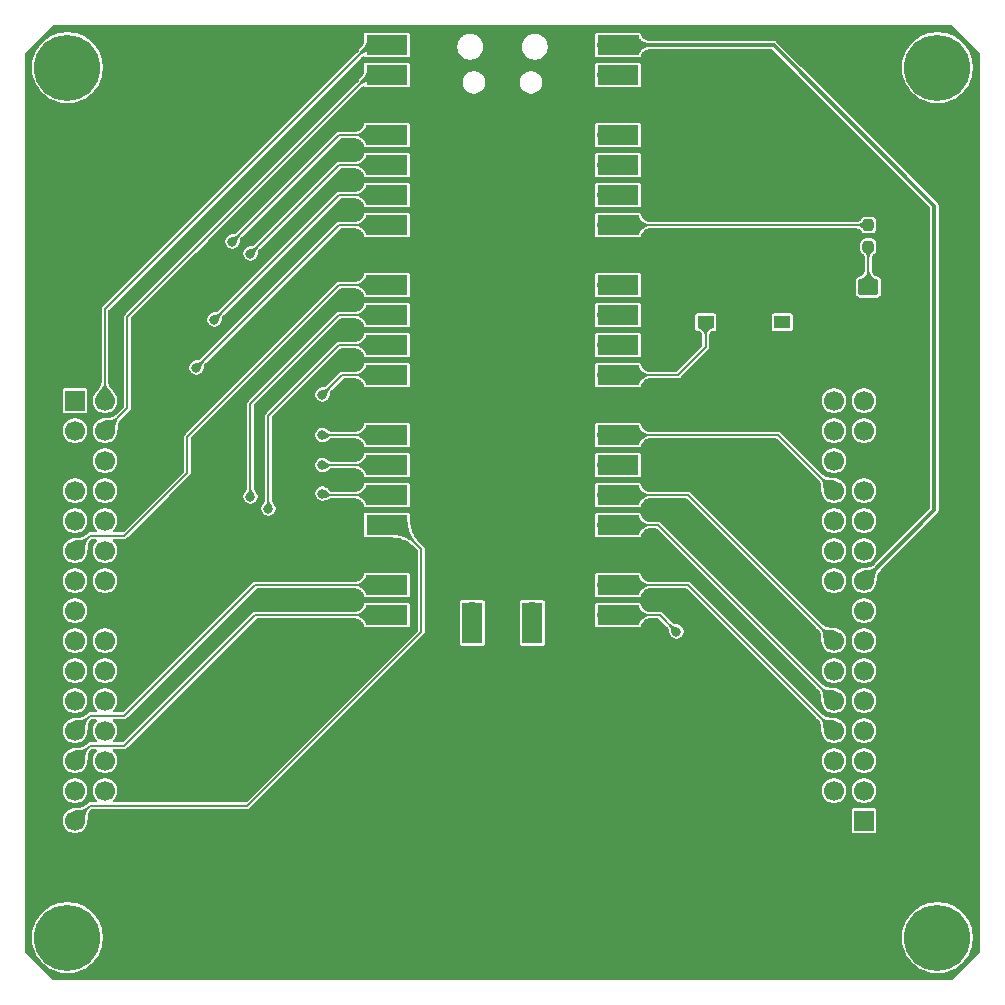
<source format=gbr>
%TF.GenerationSoftware,KiCad,Pcbnew,9.0.7*%
%TF.CreationDate,2026-02-11T09:08:59+09:00*%
%TF.ProjectId,pico-with-ken-interface,7069636f-2d77-4697-9468-2d6b656e2d69,rev?*%
%TF.SameCoordinates,Original*%
%TF.FileFunction,Copper,L1,Top*%
%TF.FilePolarity,Positive*%
%FSLAX46Y46*%
G04 Gerber Fmt 4.6, Leading zero omitted, Abs format (unit mm)*
G04 Created by KiCad (PCBNEW 9.0.7) date 2026-02-11 09:08:59*
%MOMM*%
%LPD*%
G01*
G04 APERTURE LIST*
G04 Aperture macros list*
%AMRoundRect*
0 Rectangle with rounded corners*
0 $1 Rounding radius*
0 $2 $3 $4 $5 $6 $7 $8 $9 X,Y pos of 4 corners*
0 Add a 4 corners polygon primitive as box body*
4,1,4,$2,$3,$4,$5,$6,$7,$8,$9,$2,$3,0*
0 Add four circle primitives for the rounded corners*
1,1,$1+$1,$2,$3*
1,1,$1+$1,$4,$5*
1,1,$1+$1,$6,$7*
1,1,$1+$1,$8,$9*
0 Add four rect primitives between the rounded corners*
20,1,$1+$1,$2,$3,$4,$5,0*
20,1,$1+$1,$4,$5,$6,$7,0*
20,1,$1+$1,$6,$7,$8,$9,0*
20,1,$1+$1,$8,$9,$2,$3,0*%
G04 Aperture macros list end*
%TA.AperFunction,ComponentPad*%
%ADD10C,5.600000*%
%TD*%
%TA.AperFunction,SMDPad,CuDef*%
%ADD11RoundRect,0.250001X0.624999X-0.462499X0.624999X0.462499X-0.624999X0.462499X-0.624999X-0.462499X0*%
%TD*%
%TA.AperFunction,SMDPad,CuDef*%
%ADD12RoundRect,0.237500X-0.237500X0.250000X-0.237500X-0.250000X0.237500X-0.250000X0.237500X0.250000X0*%
%TD*%
%TA.AperFunction,SMDPad,CuDef*%
%ADD13R,1.400000X1.100000*%
%TD*%
%TA.AperFunction,ComponentPad*%
%ADD14O,1.700000X1.700000*%
%TD*%
%TA.AperFunction,SMDPad,CuDef*%
%ADD15R,3.500000X1.700000*%
%TD*%
%TA.AperFunction,ComponentPad*%
%ADD16R,1.700000X1.700000*%
%TD*%
%TA.AperFunction,SMDPad,CuDef*%
%ADD17R,1.700000X3.500000*%
%TD*%
%TA.AperFunction,ComponentPad*%
%ADD18C,1.700000*%
%TD*%
%TA.AperFunction,ViaPad*%
%ADD19C,0.800000*%
%TD*%
%TA.AperFunction,Conductor*%
%ADD20C,0.150000*%
%TD*%
%TA.AperFunction,Conductor*%
%ADD21C,0.300000*%
%TD*%
G04 APERTURE END LIST*
D10*
%TO.P,H1,1,1*%
%TO.N,unconnected-(H1-Pad1)*%
X135890000Y-116840000D03*
%TD*%
%TO.P,H2,1,1*%
%TO.N,unconnected-(H2-Pad1)*%
X62230000Y-116840000D03*
%TD*%
%TO.P,H4,1,1*%
%TO.N,unconnected-(H4-Pad1)*%
X135890000Y-43180000D03*
%TD*%
D11*
%TO.P,D3,1,K*%
%TO.N,GND*%
X130048000Y-64733500D03*
%TO.P,D3,2,A*%
%TO.N,Net-(D3-A)*%
X130048000Y-61758500D03*
%TD*%
D12*
%TO.P,R8,1*%
%TO.N,/GPIO28_ADC2*%
X130048000Y-56515000D03*
%TO.P,R8,2*%
%TO.N,Net-(D3-A)*%
X130048000Y-58340000D03*
%TD*%
D13*
%TO.P,SW2,1,1*%
%TO.N,unconnected-(SW2-Pad1)*%
X122757000Y-64746000D03*
%TO.P,SW2,2,2*%
%TO.N,/GPIO22*%
X116257000Y-64746000D03*
%TO.P,SW2,3,3*%
%TO.N,GND*%
X122757000Y-61746000D03*
%TO.P,SW2,4,4*%
X116257000Y-61746000D03*
%TD*%
D10*
%TO.P,H3,1,1*%
%TO.N,unconnected-(H3-Pad1)*%
X62230000Y-43180000D03*
%TD*%
D14*
%TO.P,U1,1,GPIO0*%
%TO.N,/GPIO0*%
X90170000Y-41275000D03*
D15*
X89270000Y-41275000D03*
D14*
%TO.P,U1,2,GPIO1*%
%TO.N,/GPIO1*%
X90170000Y-43815000D03*
D15*
X89270000Y-43815000D03*
D16*
%TO.P,U1,3,GND*%
%TO.N,GND*%
X90170000Y-46355000D03*
D15*
X89270000Y-46355000D03*
D14*
%TO.P,U1,4,GPIO2*%
%TO.N,/GPIO2*%
X90170000Y-48895000D03*
D15*
X89270000Y-48895000D03*
D14*
%TO.P,U1,5,GPIO3*%
%TO.N,/GPIO3*%
X90170000Y-51435000D03*
D15*
X89270000Y-51435000D03*
D14*
%TO.P,U1,6,GPIO4*%
%TO.N,/GPIO4*%
X90170000Y-53975000D03*
D15*
X89270000Y-53975000D03*
D14*
%TO.P,U1,7,GPIO5*%
%TO.N,/GPIO5*%
X90170000Y-56515000D03*
D15*
X89270000Y-56515000D03*
D16*
%TO.P,U1,8,GND*%
%TO.N,GND*%
X90170000Y-59055000D03*
D15*
X89270000Y-59055000D03*
D14*
%TO.P,U1,9,GPIO6*%
%TO.N,/GPIO6*%
X90170000Y-61595000D03*
D15*
X89270000Y-61595000D03*
D14*
%TO.P,U1,10,GPIO7*%
%TO.N,/GPIO7*%
X90170000Y-64135000D03*
D15*
X89270000Y-64135000D03*
D14*
%TO.P,U1,11,GPIO8*%
%TO.N,/GPIO8*%
X90170000Y-66675000D03*
D15*
X89270000Y-66675000D03*
D14*
%TO.P,U1,12,GPIO9*%
%TO.N,/GPIO9*%
X90170000Y-69215000D03*
D15*
X89270000Y-69215000D03*
D16*
%TO.P,U1,13,GND*%
%TO.N,GND*%
X90170000Y-71755000D03*
D15*
X89270000Y-71755000D03*
D14*
%TO.P,U1,14,GPIO10*%
%TO.N,/GPIO10*%
X90170000Y-74295000D03*
D15*
X89270000Y-74295000D03*
D14*
%TO.P,U1,15,GPIO11*%
%TO.N,/GPIO11*%
X90170000Y-76835000D03*
D15*
X89270000Y-76835000D03*
D14*
%TO.P,U1,16,GPIO12*%
%TO.N,/GPIO12*%
X90170000Y-79375000D03*
D15*
X89270000Y-79375000D03*
D14*
%TO.P,U1,17,GPIO13*%
%TO.N,/GPIO13*%
X90170000Y-81915000D03*
D15*
X89270000Y-81915000D03*
D16*
%TO.P,U1,18,GND*%
%TO.N,GND*%
X90170000Y-84455000D03*
D15*
X89270000Y-84455000D03*
D14*
%TO.P,U1,19,GPIO14*%
%TO.N,/GPIO14*%
X90170000Y-86995000D03*
D15*
X89270000Y-86995000D03*
D14*
%TO.P,U1,20,GPIO15*%
%TO.N,/GPIO15*%
X90170000Y-89535000D03*
D15*
X89270000Y-89535000D03*
D14*
%TO.P,U1,21,GPIO16*%
%TO.N,/GPIO16*%
X107950000Y-89535000D03*
D15*
X108850000Y-89535000D03*
D14*
%TO.P,U1,22,GPIO17*%
%TO.N,/GPIO17*%
X107950000Y-86995000D03*
D15*
X108850000Y-86995000D03*
D16*
%TO.P,U1,23,GND*%
%TO.N,GND*%
X107950000Y-84455000D03*
D15*
X108850000Y-84455000D03*
D14*
%TO.P,U1,24,GPIO18*%
%TO.N,/GPIO18*%
X107950000Y-81915000D03*
D15*
X108850000Y-81915000D03*
D14*
%TO.P,U1,25,GPIO19*%
%TO.N,/GPIO19*%
X107950000Y-79375000D03*
D15*
X108850000Y-79375000D03*
D14*
%TO.P,U1,26,GPIO20*%
%TO.N,/GPIO20*%
X107950000Y-76835000D03*
D15*
X108850000Y-76835000D03*
D14*
%TO.P,U1,27,GPIO21*%
%TO.N,/GPIO21*%
X107950000Y-74295000D03*
D15*
X108850000Y-74295000D03*
D16*
%TO.P,U1,28,GND*%
%TO.N,GND*%
X107950000Y-71755000D03*
D15*
X108850000Y-71755000D03*
D14*
%TO.P,U1,29,GPIO22*%
%TO.N,/GPIO22*%
X107950000Y-69215000D03*
D15*
X108850000Y-69215000D03*
D14*
%TO.P,U1,30,RUN*%
%TO.N,/RUN*%
X107950000Y-66675000D03*
D15*
X108850000Y-66675000D03*
D14*
%TO.P,U1,31,GPIO26_ADC0*%
%TO.N,/ADC_A*%
X107950000Y-64135000D03*
D15*
X108850000Y-64135000D03*
D14*
%TO.P,U1,32,GPIO27_ADC1*%
%TO.N,/ADC_B*%
X107950000Y-61595000D03*
D15*
X108850000Y-61595000D03*
D16*
%TO.P,U1,33,AGND*%
%TO.N,GND*%
X107950000Y-59055000D03*
D15*
X108850000Y-59055000D03*
D14*
%TO.P,U1,34,GPIO28_ADC2*%
%TO.N,/GPIO28_ADC2*%
X107950000Y-56515000D03*
D15*
X108850000Y-56515000D03*
D14*
%TO.P,U1,35,ADC_VREF*%
%TO.N,/ADC_VREF*%
X107950000Y-53975000D03*
D15*
X108850000Y-53975000D03*
D14*
%TO.P,U1,36,3V3*%
%TO.N,+3V3*%
X107950000Y-51435000D03*
D15*
X108850000Y-51435000D03*
D14*
%TO.P,U1,37,3V3_EN*%
%TO.N,/3V3_EN*%
X107950000Y-48895000D03*
D15*
X108850000Y-48895000D03*
D16*
%TO.P,U1,38,GND*%
%TO.N,GND*%
X107950000Y-46355000D03*
D15*
X108850000Y-46355000D03*
D14*
%TO.P,U1,39,VSYS*%
%TO.N,/VSYS*%
X107950000Y-43815000D03*
D15*
X108850000Y-43815000D03*
D14*
%TO.P,U1,40,VBUS*%
%TO.N,+5V*%
X107950000Y-41275000D03*
D15*
X108850000Y-41275000D03*
D14*
%TO.P,U1,41,SWCLK*%
%TO.N,unconnected-(U1-SWCLK-Pad41)*%
X96520000Y-89305000D03*
D17*
X96520000Y-90205000D03*
D16*
%TO.P,U1,42,GND*%
%TO.N,GND*%
X99060000Y-89305000D03*
D17*
X99060000Y-90205000D03*
D14*
%TO.P,U1,43,SWDIO*%
%TO.N,unconnected-(U1-SWDIO-Pad43)*%
X101600000Y-89305000D03*
D17*
X101600000Y-90205000D03*
%TD*%
D16*
%TO.P,U3,1,1*%
%TO.N,/ADC_A*%
X62865000Y-71374000D03*
D18*
%TO.P,U3,2,2*%
%TO.N,/GPIO0*%
X65405000Y-71374000D03*
%TO.P,U3,3,3*%
%TO.N,/ADC_B*%
X62865000Y-73914000D03*
%TO.P,U3,4,4*%
%TO.N,/GPIO1*%
X65405000Y-73914000D03*
%TO.P,U3,5,5*%
%TO.N,GND*%
X62865000Y-76454000D03*
%TO.P,U3,6,6*%
%TO.N,/GPIO20*%
X65405000Y-76454000D03*
%TO.P,U3,7,7*%
%TO.N,/GPIO5*%
X62865000Y-78994000D03*
%TO.P,U3,8,8*%
%TO.N,/GPIO21*%
X65405000Y-78994000D03*
%TO.P,U3,9,9*%
%TO.N,/GPIO4*%
X62865000Y-81534000D03*
%TO.P,U3,10,10*%
%TO.N,+3V3*%
X65405000Y-81534000D03*
%TO.P,U3,11,11*%
%TO.N,/GPIO6*%
X62865000Y-84074000D03*
%TO.P,U3,12,12*%
%TO.N,/GPIO2*%
X65405000Y-84074000D03*
%TO.P,U3,13,13*%
%TO.N,+5V*%
X62865000Y-86614000D03*
%TO.P,U3,14,14*%
%TO.N,/GPIO3*%
X65405000Y-86614000D03*
%TO.P,U3,15,15*%
%TO.N,/GPIO9*%
X62865000Y-89154000D03*
%TO.P,U3,16,16*%
%TO.N,GND*%
X65405000Y-89154000D03*
%TO.P,U3,17,17*%
%TO.N,/GPIO7*%
X62865000Y-91694000D03*
%TO.P,U3,18,18*%
%TO.N,/GPIO19*%
X65405000Y-91694000D03*
%TO.P,U3,19,19*%
%TO.N,/GPIO8*%
X62865000Y-94234000D03*
%TO.P,U3,20,20*%
%TO.N,/GPIO16*%
X65405000Y-94234000D03*
%TO.P,U3,21,21*%
%TO.N,+3V3*%
X62865000Y-96774000D03*
%TO.P,U3,22,22*%
%TO.N,/GPIO18*%
X65405000Y-96774000D03*
%TO.P,U3,23,23*%
%TO.N,/GPIO14*%
X62865000Y-99314000D03*
%TO.P,U3,24,24*%
%TO.N,/GPIO17*%
X65405000Y-99314000D03*
%TO.P,U3,25,25*%
%TO.N,/GPIO15*%
X62865000Y-101854000D03*
%TO.P,U3,26,26*%
%TO.N,/GPIO10*%
X65405000Y-101854000D03*
%TO.P,U3,27,27*%
%TO.N,/GPIO12*%
X62865000Y-104394000D03*
%TO.P,U3,28,28*%
%TO.N,/GPIO11*%
X65405000Y-104394000D03*
%TO.P,U3,29,29*%
%TO.N,/GPIO13*%
X62865000Y-106934000D03*
%TO.P,U3,30,30*%
%TO.N,GND*%
X65405000Y-106934000D03*
%TD*%
D16*
%TO.P,U5,1,1*%
%TO.N,/GPIO13*%
X129667000Y-106934000D03*
D18*
%TO.P,U5,2,2*%
%TO.N,GND*%
X127127000Y-106934000D03*
%TO.P,U5,3,3*%
%TO.N,/GPIO12*%
X129667000Y-104394000D03*
%TO.P,U5,4,4*%
%TO.N,/GPIO11*%
X127127000Y-104394000D03*
%TO.P,U5,5,5*%
%TO.N,/GPIO15*%
X129667000Y-101854000D03*
%TO.P,U5,6,6*%
%TO.N,/GPIO10*%
X127127000Y-101854000D03*
%TO.P,U5,7,7*%
%TO.N,/GPIO14*%
X129667000Y-99314000D03*
%TO.P,U5,8,8*%
%TO.N,/GPIO17*%
X127127000Y-99314000D03*
%TO.P,U5,9,9*%
%TO.N,+3V3*%
X129667000Y-96774000D03*
%TO.P,U5,10,10*%
%TO.N,/GPIO18*%
X127127000Y-96774000D03*
%TO.P,U5,11,11*%
%TO.N,/GPIO8*%
X129667000Y-94234000D03*
%TO.P,U5,12,12*%
%TO.N,/GPIO16*%
X127127000Y-94234000D03*
%TO.P,U5,13,13*%
%TO.N,/GPIO7*%
X129667000Y-91694000D03*
%TO.P,U5,14,14*%
%TO.N,/GPIO19*%
X127127000Y-91694000D03*
%TO.P,U5,15,15*%
%TO.N,/GPIO9*%
X129667000Y-89154000D03*
%TO.P,U5,16,16*%
%TO.N,GND*%
X127127000Y-89154000D03*
%TO.P,U5,17,17*%
%TO.N,+5V*%
X129667000Y-86614000D03*
%TO.P,U5,18,18*%
%TO.N,/GPIO3*%
X127127000Y-86614000D03*
%TO.P,U5,19,19*%
%TO.N,/GPIO6*%
X129667000Y-84074000D03*
%TO.P,U5,20,20*%
%TO.N,/GPIO2*%
X127127000Y-84074000D03*
%TO.P,U5,21,21*%
%TO.N,/GPIO4*%
X129667000Y-81534000D03*
%TO.P,U5,22,22*%
%TO.N,+3V3*%
X127127000Y-81534000D03*
%TO.P,U5,23,23*%
%TO.N,/GPIO5*%
X129667000Y-78994000D03*
%TO.P,U5,24,24*%
%TO.N,/GPIO21*%
X127127000Y-78994000D03*
%TO.P,U5,25,25*%
%TO.N,GND*%
X129667000Y-76454000D03*
%TO.P,U5,26,26*%
%TO.N,/GPIO20*%
X127127000Y-76454000D03*
%TO.P,U5,27,27*%
%TO.N,/ADC_B*%
X129667000Y-73914000D03*
%TO.P,U5,28,28*%
%TO.N,/GPIO1*%
X127127000Y-73914000D03*
%TO.P,U5,29,29*%
%TO.N,/ADC_A*%
X129667000Y-71374000D03*
%TO.P,U5,30,30*%
%TO.N,/GPIO0*%
X127127000Y-71374000D03*
%TD*%
D19*
%TO.N,/GPIO10*%
X83820000Y-74295000D03*
%TO.N,/GPIO12*%
X83820000Y-79248000D03*
%TO.N,/GPIO2*%
X76200000Y-57912000D03*
%TO.N,/GPIO7*%
X77724000Y-79502000D03*
%TO.N,/GPIO9*%
X83820000Y-70866000D03*
%TO.N,/GPIO5*%
X73152000Y-68580000D03*
%TO.N,/GPIO4*%
X74676000Y-64516000D03*
%TO.N,/GPIO3*%
X77724000Y-58928000D03*
%TO.N,/GPIO11*%
X83820000Y-76835000D03*
%TO.N,/GPIO8*%
X79248000Y-80518000D03*
%TO.N,/GPIO16*%
X113792000Y-90932000D03*
%TD*%
D20*
%TO.N,/GPIO8*%
X85217000Y-66675000D02*
X90170000Y-66675000D01*
X79248000Y-80518000D02*
X79248000Y-72644000D01*
X79248000Y-72644000D02*
X85217000Y-66675000D01*
%TO.N,/GPIO7*%
X85217000Y-64135000D02*
X90170000Y-64135000D01*
X77724000Y-71628000D02*
X85217000Y-64135000D01*
X77724000Y-79502000D02*
X77724000Y-71628000D01*
%TO.N,GND*%
X64135000Y-75184000D02*
X62865000Y-76454000D01*
X85081000Y-59055000D02*
X68952000Y-75184000D01*
X68952000Y-75184000D02*
X64135000Y-75184000D01*
X90170000Y-59055000D02*
X85081000Y-59055000D01*
%TO.N,Net-(D3-A)*%
X130048000Y-61758500D02*
X130048000Y-58340000D01*
X130071500Y-61735000D02*
X130048000Y-61758500D01*
D21*
%TO.N,+5V*%
X129667000Y-86614000D02*
X135636000Y-80645000D01*
X122047000Y-41275000D02*
X107950000Y-41275000D01*
X135636000Y-54864000D02*
X122047000Y-41275000D01*
X135636000Y-80645000D02*
X135636000Y-54864000D01*
D20*
%TO.N,/GPIO10*%
X83820000Y-74295000D02*
X90170000Y-74295000D01*
%TO.N,/GPIO12*%
X83820000Y-79248000D02*
X83947000Y-79375000D01*
X62230000Y-104394000D02*
X62865000Y-104394000D01*
X83947000Y-79375000D02*
X90170000Y-79375000D01*
%TO.N,/GPIO2*%
X85217000Y-48895000D02*
X90170000Y-48895000D01*
X76200000Y-57912000D02*
X85217000Y-48895000D01*
%TO.N,/GPIO0*%
X90170000Y-41275000D02*
X87757000Y-41275000D01*
X87757000Y-41275000D02*
X65405000Y-63627000D01*
X65405000Y-63627000D02*
X65405000Y-71374000D01*
%TO.N,/GPIO15*%
X90170000Y-89535000D02*
X78105000Y-89535000D01*
X67056000Y-100584000D02*
X64135000Y-100584000D01*
X64135000Y-100584000D02*
X62865000Y-101854000D01*
X78105000Y-89535000D02*
X67056000Y-100584000D01*
%TO.N,/GPIO18*%
X107950000Y-81915000D02*
X112268000Y-81915000D01*
X112268000Y-81915000D02*
X127127000Y-96774000D01*
%TO.N,/GPIO19*%
X114808000Y-79375000D02*
X127127000Y-91694000D01*
X107950000Y-79375000D02*
X114808000Y-79375000D01*
%TO.N,/GPIO9*%
X83820000Y-70866000D02*
X85471000Y-69215000D01*
X85471000Y-69215000D02*
X90170000Y-69215000D01*
%TO.N,/GPIO5*%
X73152000Y-68580000D02*
X85217000Y-56515000D01*
X85217000Y-56515000D02*
X90170000Y-56515000D01*
%TO.N,/GPIO4*%
X85217000Y-53975000D02*
X90170000Y-53975000D01*
X74676000Y-64516000D02*
X85217000Y-53975000D01*
%TO.N,/GPIO22*%
X113919000Y-69215000D02*
X116257000Y-66877000D01*
X116257000Y-66877000D02*
X116257000Y-64746000D01*
X107950000Y-69215000D02*
X113919000Y-69215000D01*
%TO.N,/GPIO17*%
X107950000Y-86995000D02*
X114808000Y-86995000D01*
X114808000Y-86995000D02*
X127127000Y-99314000D01*
%TO.N,/GPIO14*%
X67056000Y-98044000D02*
X64135000Y-98044000D01*
X64135000Y-98044000D02*
X62865000Y-99314000D01*
X78105000Y-86995000D02*
X67056000Y-98044000D01*
X90170000Y-86995000D02*
X78105000Y-86995000D01*
%TO.N,/GPIO21*%
X122428000Y-74295000D02*
X127127000Y-78994000D01*
X107950000Y-74295000D02*
X122428000Y-74295000D01*
%TO.N,/GPIO3*%
X85217000Y-51435000D02*
X90170000Y-51435000D01*
X77724000Y-58928000D02*
X85217000Y-51435000D01*
%TO.N,/GPIO28_ADC2*%
X107950000Y-56515000D02*
X130048000Y-56515000D01*
%TO.N,/GPIO11*%
X83820000Y-76835000D02*
X90170000Y-76835000D01*
%TO.N,/GPIO16*%
X113792000Y-90932000D02*
X112395000Y-89535000D01*
X112395000Y-89535000D02*
X107950000Y-89535000D01*
%TO.N,/GPIO13*%
X92202000Y-83947000D02*
X92202000Y-90932000D01*
X92202000Y-90932000D02*
X77470000Y-105664000D01*
X64135000Y-105664000D02*
X62865000Y-106934000D01*
X90170000Y-81915000D02*
X92202000Y-83947000D01*
X77470000Y-105664000D02*
X64135000Y-105664000D01*
%TO.N,/GPIO1*%
X90170000Y-43815000D02*
X87757000Y-43815000D01*
X67310000Y-72009000D02*
X65405000Y-73914000D01*
X67310000Y-64262000D02*
X67310000Y-72009000D01*
X87757000Y-43815000D02*
X67310000Y-64262000D01*
%TO.N,/GPIO6*%
X72390000Y-74422000D02*
X72390000Y-77470000D01*
X72390000Y-77470000D02*
X67056000Y-82804000D01*
X67056000Y-82804000D02*
X64135000Y-82804000D01*
X64135000Y-82804000D02*
X62865000Y-84074000D01*
X85217000Y-61595000D02*
X72390000Y-74422000D01*
X90170000Y-61595000D02*
X85217000Y-61595000D01*
%TD*%
%TA.AperFunction,Conductor*%
%TO.N,GND*%
G36*
X137092627Y-39590185D02*
G01*
X137113269Y-39606819D01*
X139463181Y-41956730D01*
X139496666Y-42018053D01*
X139499500Y-42044411D01*
X139499500Y-117975588D01*
X139479815Y-118042627D01*
X139463181Y-118063269D01*
X137113269Y-120413181D01*
X137051946Y-120446666D01*
X137025588Y-120449500D01*
X61094411Y-120449500D01*
X61027372Y-120429815D01*
X61006730Y-120413181D01*
X58656819Y-118063269D01*
X58623334Y-118001946D01*
X58620500Y-117975588D01*
X58620500Y-116671491D01*
X59229500Y-116671491D01*
X59229500Y-117008508D01*
X59267231Y-117343381D01*
X59267233Y-117343397D01*
X59342223Y-117671953D01*
X59342227Y-117671965D01*
X59453532Y-117990054D01*
X59599752Y-118293683D01*
X59599754Y-118293686D01*
X59779054Y-118579039D01*
X59989175Y-118842523D01*
X60227477Y-119080825D01*
X60490961Y-119290946D01*
X60776314Y-119470246D01*
X61079949Y-119616469D01*
X61318848Y-119700063D01*
X61398034Y-119727772D01*
X61398046Y-119727776D01*
X61726606Y-119802767D01*
X62061492Y-119840499D01*
X62061493Y-119840500D01*
X62061496Y-119840500D01*
X62398507Y-119840500D01*
X62398507Y-119840499D01*
X62733394Y-119802767D01*
X63061954Y-119727776D01*
X63380051Y-119616469D01*
X63683686Y-119470246D01*
X63969039Y-119290946D01*
X64232523Y-119080825D01*
X64470825Y-118842523D01*
X64680946Y-118579039D01*
X64860246Y-118293686D01*
X65006469Y-117990051D01*
X65117776Y-117671954D01*
X65192767Y-117343394D01*
X65230500Y-117008504D01*
X65230500Y-116671496D01*
X65230499Y-116671491D01*
X132889500Y-116671491D01*
X132889500Y-117008508D01*
X132927231Y-117343381D01*
X132927233Y-117343397D01*
X133002223Y-117671953D01*
X133002227Y-117671965D01*
X133113532Y-117990054D01*
X133259752Y-118293683D01*
X133259754Y-118293686D01*
X133439054Y-118579039D01*
X133649175Y-118842523D01*
X133887477Y-119080825D01*
X134150961Y-119290946D01*
X134436314Y-119470246D01*
X134739949Y-119616469D01*
X134978848Y-119700063D01*
X135058034Y-119727772D01*
X135058046Y-119727776D01*
X135386606Y-119802767D01*
X135721492Y-119840499D01*
X135721493Y-119840500D01*
X135721496Y-119840500D01*
X136058507Y-119840500D01*
X136058507Y-119840499D01*
X136393394Y-119802767D01*
X136721954Y-119727776D01*
X137040051Y-119616469D01*
X137343686Y-119470246D01*
X137629039Y-119290946D01*
X137892523Y-119080825D01*
X138130825Y-118842523D01*
X138340946Y-118579039D01*
X138520246Y-118293686D01*
X138666469Y-117990051D01*
X138777776Y-117671954D01*
X138852767Y-117343394D01*
X138890500Y-117008504D01*
X138890500Y-116671496D01*
X138852767Y-116336606D01*
X138777776Y-116008046D01*
X138666469Y-115689949D01*
X138520246Y-115386314D01*
X138340946Y-115100961D01*
X138130825Y-114837477D01*
X137892523Y-114599175D01*
X137629039Y-114389054D01*
X137343686Y-114209754D01*
X137343683Y-114209752D01*
X137040054Y-114063532D01*
X136721965Y-113952227D01*
X136721953Y-113952223D01*
X136393397Y-113877233D01*
X136393381Y-113877231D01*
X136058508Y-113839500D01*
X136058504Y-113839500D01*
X135721496Y-113839500D01*
X135721491Y-113839500D01*
X135386618Y-113877231D01*
X135386602Y-113877233D01*
X135058046Y-113952223D01*
X135058034Y-113952227D01*
X134739945Y-114063532D01*
X134436316Y-114209752D01*
X134150962Y-114389053D01*
X133887477Y-114599174D01*
X133649174Y-114837477D01*
X133439053Y-115100962D01*
X133259752Y-115386316D01*
X133113532Y-115689945D01*
X133002227Y-116008034D01*
X133002223Y-116008046D01*
X132927233Y-116336602D01*
X132927231Y-116336618D01*
X132889500Y-116671491D01*
X65230499Y-116671491D01*
X65192767Y-116336606D01*
X65117776Y-116008046D01*
X65006469Y-115689949D01*
X64860246Y-115386314D01*
X64680946Y-115100961D01*
X64470825Y-114837477D01*
X64232523Y-114599175D01*
X63969039Y-114389054D01*
X63683686Y-114209754D01*
X63683683Y-114209752D01*
X63380054Y-114063532D01*
X63061965Y-113952227D01*
X63061953Y-113952223D01*
X62733397Y-113877233D01*
X62733381Y-113877231D01*
X62398508Y-113839500D01*
X62398504Y-113839500D01*
X62061496Y-113839500D01*
X62061491Y-113839500D01*
X61726618Y-113877231D01*
X61726602Y-113877233D01*
X61398046Y-113952223D01*
X61398034Y-113952227D01*
X61079945Y-114063532D01*
X60776316Y-114209752D01*
X60490962Y-114389053D01*
X60227477Y-114599174D01*
X59989174Y-114837477D01*
X59779053Y-115100962D01*
X59599752Y-115386316D01*
X59453532Y-115689945D01*
X59342227Y-116008034D01*
X59342223Y-116008046D01*
X59267233Y-116336602D01*
X59267231Y-116336618D01*
X59229500Y-116671491D01*
X58620500Y-116671491D01*
X58620500Y-106830530D01*
X61814500Y-106830530D01*
X61814500Y-107037469D01*
X61854868Y-107240412D01*
X61854870Y-107240420D01*
X61934058Y-107431596D01*
X62049024Y-107603657D01*
X62195342Y-107749975D01*
X62195345Y-107749977D01*
X62367402Y-107864941D01*
X62558580Y-107944130D01*
X62703052Y-107972867D01*
X62761530Y-107984499D01*
X62761534Y-107984500D01*
X62761535Y-107984500D01*
X62968466Y-107984500D01*
X62968467Y-107984499D01*
X63171420Y-107944130D01*
X63362598Y-107864941D01*
X63534655Y-107749977D01*
X63680977Y-107603655D01*
X63795941Y-107431598D01*
X63875130Y-107240420D01*
X63894333Y-107143876D01*
X63903809Y-107117115D01*
X63914962Y-107040165D01*
X63915500Y-107037465D01*
X63915500Y-107037449D01*
X63915531Y-107037145D01*
X63916216Y-107031524D01*
X63945349Y-106830535D01*
X63945491Y-106829554D01*
X63946489Y-106821564D01*
X63946585Y-106820651D01*
X63947273Y-106812591D01*
X63960809Y-106605879D01*
X63960885Y-106604795D01*
X63974465Y-106422397D01*
X63976009Y-106410070D01*
X63985993Y-106353521D01*
X63989331Y-106339463D01*
X64004554Y-106288731D01*
X64010410Y-106273117D01*
X64034273Y-106220558D01*
X64041858Y-106206380D01*
X64081462Y-106142677D01*
X64089260Y-106131549D01*
X64142162Y-106064247D01*
X128616500Y-106064247D01*
X128616500Y-107803752D01*
X128628131Y-107862229D01*
X128628132Y-107862230D01*
X128672447Y-107928552D01*
X128738769Y-107972867D01*
X128738770Y-107972868D01*
X128797247Y-107984499D01*
X128797250Y-107984500D01*
X128797252Y-107984500D01*
X130536750Y-107984500D01*
X130536751Y-107984499D01*
X130551568Y-107981552D01*
X130595229Y-107972868D01*
X130595229Y-107972867D01*
X130595231Y-107972867D01*
X130661552Y-107928552D01*
X130705867Y-107862231D01*
X130705867Y-107862229D01*
X130705868Y-107862229D01*
X130717499Y-107803752D01*
X130717500Y-107803750D01*
X130717500Y-106064249D01*
X130717499Y-106064247D01*
X130705868Y-106005770D01*
X130705867Y-106005769D01*
X130661552Y-105939447D01*
X130595230Y-105895132D01*
X130595229Y-105895131D01*
X130536752Y-105883500D01*
X130536748Y-105883500D01*
X128797252Y-105883500D01*
X128797247Y-105883500D01*
X128738770Y-105895131D01*
X128738769Y-105895132D01*
X128672447Y-105939447D01*
X128628132Y-106005769D01*
X128628131Y-106005770D01*
X128616500Y-106064247D01*
X64142162Y-106064247D01*
X64152292Y-106051359D01*
X64159141Y-106043370D01*
X64219436Y-105978840D01*
X64279589Y-105943297D01*
X64310039Y-105939500D01*
X77524799Y-105939500D01*
X77524800Y-105939500D01*
X77626058Y-105897557D01*
X77703557Y-105820058D01*
X77703556Y-105820058D01*
X77762125Y-105761489D01*
X77762124Y-105761489D01*
X79233083Y-104290530D01*
X126076500Y-104290530D01*
X126076500Y-104497469D01*
X126116868Y-104700412D01*
X126116870Y-104700420D01*
X126196058Y-104891596D01*
X126311024Y-105063657D01*
X126457342Y-105209975D01*
X126457345Y-105209977D01*
X126629402Y-105324941D01*
X126820580Y-105404130D01*
X127023530Y-105444499D01*
X127023534Y-105444500D01*
X127023535Y-105444500D01*
X127230466Y-105444500D01*
X127230467Y-105444499D01*
X127433420Y-105404130D01*
X127624598Y-105324941D01*
X127796655Y-105209977D01*
X127942977Y-105063655D01*
X128057941Y-104891598D01*
X128137130Y-104700420D01*
X128177500Y-104497465D01*
X128177500Y-104290535D01*
X128177499Y-104290530D01*
X128616500Y-104290530D01*
X128616500Y-104497469D01*
X128656868Y-104700412D01*
X128656870Y-104700420D01*
X128736058Y-104891596D01*
X128851024Y-105063657D01*
X128997342Y-105209975D01*
X128997345Y-105209977D01*
X129169402Y-105324941D01*
X129360580Y-105404130D01*
X129563530Y-105444499D01*
X129563534Y-105444500D01*
X129563535Y-105444500D01*
X129770466Y-105444500D01*
X129770467Y-105444499D01*
X129973420Y-105404130D01*
X130164598Y-105324941D01*
X130336655Y-105209977D01*
X130482977Y-105063655D01*
X130597941Y-104891598D01*
X130677130Y-104700420D01*
X130717500Y-104497465D01*
X130717500Y-104290535D01*
X130677130Y-104087580D01*
X130597941Y-103896402D01*
X130482977Y-103724345D01*
X130482975Y-103724342D01*
X130336657Y-103578024D01*
X130250626Y-103520541D01*
X130164598Y-103463059D01*
X129973420Y-103383870D01*
X129973412Y-103383868D01*
X129770469Y-103343500D01*
X129770465Y-103343500D01*
X129563535Y-103343500D01*
X129563530Y-103343500D01*
X129360587Y-103383868D01*
X129360579Y-103383870D01*
X129169403Y-103463058D01*
X128997342Y-103578024D01*
X128851024Y-103724342D01*
X128736058Y-103896403D01*
X128656870Y-104087579D01*
X128656868Y-104087587D01*
X128616500Y-104290530D01*
X128177499Y-104290530D01*
X128137130Y-104087580D01*
X128057941Y-103896402D01*
X127942977Y-103724345D01*
X127942975Y-103724342D01*
X127796657Y-103578024D01*
X127710626Y-103520541D01*
X127624598Y-103463059D01*
X127433420Y-103383870D01*
X127433412Y-103383868D01*
X127230469Y-103343500D01*
X127230465Y-103343500D01*
X127023535Y-103343500D01*
X127023530Y-103343500D01*
X126820587Y-103383868D01*
X126820579Y-103383870D01*
X126629403Y-103463058D01*
X126457342Y-103578024D01*
X126311024Y-103724342D01*
X126196058Y-103896403D01*
X126116870Y-104087579D01*
X126116868Y-104087587D01*
X126076500Y-104290530D01*
X79233083Y-104290530D01*
X81773084Y-101750530D01*
X126076500Y-101750530D01*
X126076500Y-101957469D01*
X126116868Y-102160412D01*
X126116870Y-102160420D01*
X126196058Y-102351596D01*
X126311024Y-102523657D01*
X126457342Y-102669975D01*
X126457345Y-102669977D01*
X126629402Y-102784941D01*
X126820580Y-102864130D01*
X127023530Y-102904499D01*
X127023534Y-102904500D01*
X127023535Y-102904500D01*
X127230466Y-102904500D01*
X127230467Y-102904499D01*
X127433420Y-102864130D01*
X127624598Y-102784941D01*
X127796655Y-102669977D01*
X127942977Y-102523655D01*
X128057941Y-102351598D01*
X128137130Y-102160420D01*
X128177500Y-101957465D01*
X128177500Y-101750535D01*
X128177499Y-101750530D01*
X128616500Y-101750530D01*
X128616500Y-101957469D01*
X128656868Y-102160412D01*
X128656870Y-102160420D01*
X128736058Y-102351596D01*
X128851024Y-102523657D01*
X128997342Y-102669975D01*
X128997345Y-102669977D01*
X129169402Y-102784941D01*
X129360580Y-102864130D01*
X129563530Y-102904499D01*
X129563534Y-102904500D01*
X129563535Y-102904500D01*
X129770466Y-102904500D01*
X129770467Y-102904499D01*
X129973420Y-102864130D01*
X130164598Y-102784941D01*
X130336655Y-102669977D01*
X130482977Y-102523655D01*
X130597941Y-102351598D01*
X130677130Y-102160420D01*
X130717500Y-101957465D01*
X130717500Y-101750535D01*
X130677130Y-101547580D01*
X130597941Y-101356402D01*
X130482977Y-101184345D01*
X130482975Y-101184342D01*
X130336657Y-101038024D01*
X130250626Y-100980541D01*
X130164598Y-100923059D01*
X130070864Y-100884233D01*
X129973420Y-100843870D01*
X129973412Y-100843868D01*
X129770469Y-100803500D01*
X129770465Y-100803500D01*
X129563535Y-100803500D01*
X129563530Y-100803500D01*
X129360587Y-100843868D01*
X129360579Y-100843870D01*
X129169403Y-100923058D01*
X128997342Y-101038024D01*
X128851024Y-101184342D01*
X128736058Y-101356403D01*
X128656870Y-101547579D01*
X128656868Y-101547587D01*
X128616500Y-101750530D01*
X128177499Y-101750530D01*
X128137130Y-101547580D01*
X128057941Y-101356402D01*
X127942977Y-101184345D01*
X127942975Y-101184342D01*
X127796657Y-101038024D01*
X127710626Y-100980541D01*
X127624598Y-100923059D01*
X127530864Y-100884233D01*
X127433420Y-100843870D01*
X127433412Y-100843868D01*
X127230469Y-100803500D01*
X127230465Y-100803500D01*
X127023535Y-100803500D01*
X127023530Y-100803500D01*
X126820587Y-100843868D01*
X126820579Y-100843870D01*
X126629403Y-100923058D01*
X126457342Y-101038024D01*
X126311024Y-101184342D01*
X126196058Y-101356403D01*
X126116870Y-101547579D01*
X126116868Y-101547587D01*
X126076500Y-101750530D01*
X81773084Y-101750530D01*
X92435557Y-91088059D01*
X92447841Y-91058400D01*
X92477500Y-90986800D01*
X92477500Y-88435247D01*
X95469500Y-88435247D01*
X95469500Y-91974752D01*
X95481131Y-92033229D01*
X95481132Y-92033230D01*
X95525447Y-92099552D01*
X95591769Y-92143867D01*
X95591770Y-92143868D01*
X95650247Y-92155499D01*
X95650250Y-92155500D01*
X95650252Y-92155500D01*
X97389750Y-92155500D01*
X97389751Y-92155499D01*
X97404568Y-92152552D01*
X97448229Y-92143868D01*
X97448229Y-92143867D01*
X97448231Y-92143867D01*
X97514552Y-92099552D01*
X97558867Y-92033231D01*
X97558867Y-92033229D01*
X97558868Y-92033229D01*
X97570499Y-91974752D01*
X97570500Y-91974750D01*
X97570500Y-88435249D01*
X97570499Y-88435247D01*
X100549500Y-88435247D01*
X100549500Y-91974752D01*
X100561131Y-92033229D01*
X100561132Y-92033230D01*
X100605447Y-92099552D01*
X100671769Y-92143867D01*
X100671770Y-92143868D01*
X100730247Y-92155499D01*
X100730250Y-92155500D01*
X100730252Y-92155500D01*
X102469750Y-92155500D01*
X102469751Y-92155499D01*
X102484568Y-92152552D01*
X102528229Y-92143868D01*
X102528229Y-92143867D01*
X102528231Y-92143867D01*
X102594552Y-92099552D01*
X102638867Y-92033231D01*
X102638867Y-92033229D01*
X102638868Y-92033229D01*
X102650499Y-91974752D01*
X102650500Y-91974750D01*
X102650500Y-88665247D01*
X106899500Y-88665247D01*
X106899500Y-90404752D01*
X106911131Y-90463229D01*
X106911132Y-90463230D01*
X106955447Y-90529552D01*
X107021769Y-90573867D01*
X107021770Y-90573868D01*
X107080247Y-90585499D01*
X107080250Y-90585500D01*
X107080252Y-90585500D01*
X110619750Y-90585500D01*
X110619751Y-90585499D01*
X110634568Y-90582552D01*
X110678229Y-90573868D01*
X110678229Y-90573867D01*
X110678231Y-90573867D01*
X110744552Y-90529552D01*
X110788867Y-90463231D01*
X110796286Y-90425929D01*
X110805452Y-90399585D01*
X110816975Y-90316869D01*
X110817551Y-90313848D01*
X110818979Y-90311061D01*
X110824986Y-90289148D01*
X110852025Y-90224590D01*
X110865528Y-90200376D01*
X110925393Y-90116669D01*
X110941099Y-90098668D01*
X111040352Y-90004908D01*
X111057334Y-89991467D01*
X111194106Y-89901473D01*
X111208419Y-89893364D01*
X111270167Y-89863622D01*
X111281386Y-89858885D01*
X111341869Y-89836801D01*
X111355285Y-89832748D01*
X111398001Y-89822441D01*
X111415318Y-89819543D01*
X111458874Y-89815400D01*
X111458881Y-89815398D01*
X111460659Y-89814911D01*
X111463990Y-89814462D01*
X111464147Y-89814434D01*
X111464148Y-89814441D01*
X111493437Y-89810500D01*
X112229523Y-89810500D01*
X112296562Y-89830185D01*
X112317204Y-89846819D01*
X113012658Y-90542274D01*
X113019135Y-90549269D01*
X113025724Y-90556958D01*
X113034786Y-90571887D01*
X113092191Y-90634522D01*
X113093535Y-90636091D01*
X113093853Y-90636799D01*
X113100749Y-90645365D01*
X113122011Y-90675548D01*
X113123927Y-90678267D01*
X113134235Y-90695795D01*
X113136365Y-90700209D01*
X113138069Y-90703741D01*
X113145064Y-90721681D01*
X113147695Y-90730369D01*
X113151572Y-90747431D01*
X113166694Y-90845608D01*
X113166718Y-90845766D01*
X113171644Y-90878023D01*
X113191500Y-91008050D01*
X113191500Y-91011057D01*
X113192567Y-91015041D01*
X113193597Y-91021788D01*
X113194698Y-91028998D01*
X113195389Y-91033219D01*
X113195486Y-91033777D01*
X113199155Y-91042966D01*
X113203768Y-91056847D01*
X113232421Y-91163779D01*
X113232426Y-91163790D01*
X113311475Y-91300709D01*
X113311479Y-91300714D01*
X113311480Y-91300716D01*
X113423284Y-91412520D01*
X113423286Y-91412521D01*
X113423290Y-91412524D01*
X113560209Y-91491573D01*
X113560216Y-91491577D01*
X113712943Y-91532500D01*
X113712945Y-91532500D01*
X113871055Y-91532500D01*
X113871057Y-91532500D01*
X114023784Y-91491577D01*
X114160716Y-91412520D01*
X114272520Y-91300716D01*
X114351577Y-91163784D01*
X114392500Y-91011057D01*
X114392500Y-90852943D01*
X114351577Y-90700216D01*
X114351573Y-90700209D01*
X114272524Y-90563290D01*
X114272518Y-90563282D01*
X114160717Y-90451481D01*
X114160709Y-90451475D01*
X114023790Y-90372426D01*
X114023786Y-90372424D01*
X114023785Y-90372423D01*
X114023784Y-90372423D01*
X113911103Y-90342229D01*
X113905942Y-90340846D01*
X113888987Y-90334697D01*
X113875046Y-90332568D01*
X113871060Y-90331500D01*
X113862998Y-90330439D01*
X113863002Y-90330402D01*
X113858747Y-90330079D01*
X113705238Y-90306637D01*
X113703568Y-90306390D01*
X113625790Y-90295261D01*
X113607819Y-90291310D01*
X113581642Y-90283480D01*
X113553971Y-90271363D01*
X113525265Y-90254354D01*
X113506179Y-90240429D01*
X113479727Y-90216958D01*
X113429416Y-90172317D01*
X113423302Y-90168616D01*
X113399835Y-90150219D01*
X112551058Y-89301443D01*
X112551053Y-89301441D01*
X112449800Y-89259500D01*
X111502120Y-89259500D01*
X111483229Y-89258052D01*
X111473357Y-89256530D01*
X111469555Y-89255182D01*
X111382345Y-89242500D01*
X111381711Y-89242403D01*
X111381165Y-89242147D01*
X111356592Y-89235778D01*
X111236270Y-89190099D01*
X111220798Y-89182974D01*
X111157460Y-89148345D01*
X111147855Y-89142512D01*
X111139912Y-89137181D01*
X111139912Y-89137180D01*
X111078518Y-89095977D01*
X111069322Y-89089170D01*
X111007642Y-89038945D01*
X110998517Y-89030731D01*
X110943896Y-88976432D01*
X110935055Y-88966654D01*
X110896283Y-88918898D01*
X110887863Y-88907195D01*
X110864022Y-88869627D01*
X110857710Y-88859679D01*
X110850163Y-88845934D01*
X110833262Y-88809913D01*
X110827157Y-88794199D01*
X110818604Y-88766793D01*
X110813811Y-88744242D01*
X110805762Y-88675294D01*
X110802487Y-88655603D01*
X110802007Y-88653388D01*
X110800068Y-88645244D01*
X110800066Y-88645240D01*
X110797419Y-88638124D01*
X110798229Y-88637822D01*
X110790876Y-88616871D01*
X110788867Y-88606769D01*
X110744552Y-88540448D01*
X110744551Y-88540446D01*
X110678230Y-88496132D01*
X110678229Y-88496131D01*
X110619752Y-88484500D01*
X110619748Y-88484500D01*
X107080252Y-88484500D01*
X107080247Y-88484500D01*
X107021770Y-88496131D01*
X107021769Y-88496132D01*
X106955447Y-88540447D01*
X106911132Y-88606769D01*
X106911131Y-88606770D01*
X106899500Y-88665247D01*
X102650500Y-88665247D01*
X102650500Y-88435249D01*
X102650499Y-88435247D01*
X102638868Y-88376770D01*
X102638867Y-88376769D01*
X102594552Y-88310447D01*
X102528230Y-88266132D01*
X102528229Y-88266131D01*
X102469752Y-88254500D01*
X102469748Y-88254500D01*
X100730252Y-88254500D01*
X100730247Y-88254500D01*
X100671770Y-88266131D01*
X100671769Y-88266132D01*
X100605447Y-88310447D01*
X100561132Y-88376769D01*
X100561131Y-88376770D01*
X100549500Y-88435247D01*
X97570499Y-88435247D01*
X97558868Y-88376770D01*
X97558867Y-88376769D01*
X97514552Y-88310447D01*
X97448230Y-88266132D01*
X97448229Y-88266131D01*
X97389752Y-88254500D01*
X97389748Y-88254500D01*
X95650252Y-88254500D01*
X95650247Y-88254500D01*
X95591770Y-88266131D01*
X95591769Y-88266132D01*
X95525447Y-88310447D01*
X95481132Y-88376769D01*
X95481131Y-88376770D01*
X95469500Y-88435247D01*
X92477500Y-88435247D01*
X92477500Y-86125247D01*
X106899500Y-86125247D01*
X106899500Y-87864752D01*
X106911131Y-87923229D01*
X106911132Y-87923230D01*
X106955447Y-87989552D01*
X107021769Y-88033867D01*
X107021770Y-88033868D01*
X107080247Y-88045499D01*
X107080250Y-88045500D01*
X107080252Y-88045500D01*
X110619750Y-88045500D01*
X110619751Y-88045499D01*
X110634568Y-88042552D01*
X110678229Y-88033868D01*
X110678229Y-88033867D01*
X110678231Y-88033867D01*
X110744552Y-87989552D01*
X110788867Y-87923231D01*
X110796286Y-87885929D01*
X110805452Y-87859585D01*
X110816975Y-87776869D01*
X110817551Y-87773848D01*
X110818979Y-87771061D01*
X110824986Y-87749148D01*
X110852025Y-87684590D01*
X110865528Y-87660376D01*
X110925393Y-87576669D01*
X110941099Y-87558668D01*
X111040352Y-87464908D01*
X111057334Y-87451467D01*
X111194106Y-87361473D01*
X111208419Y-87353364D01*
X111270167Y-87323622D01*
X111281386Y-87318885D01*
X111341869Y-87296801D01*
X111355285Y-87292748D01*
X111398001Y-87282441D01*
X111415318Y-87279543D01*
X111458874Y-87275400D01*
X111458881Y-87275398D01*
X111460659Y-87274911D01*
X111463990Y-87274462D01*
X111464147Y-87274434D01*
X111464148Y-87274441D01*
X111493437Y-87270500D01*
X114642523Y-87270500D01*
X114709562Y-87290185D01*
X114730204Y-87306819D01*
X125718933Y-98295548D01*
X125723854Y-98300761D01*
X125730910Y-98308684D01*
X125741266Y-98325318D01*
X125830240Y-98420220D01*
X125831279Y-98421387D01*
X125831418Y-98421681D01*
X125835647Y-98426571D01*
X125892593Y-98498023D01*
X125898088Y-98504917D01*
X125905135Y-98514700D01*
X125941524Y-98570774D01*
X125948236Y-98582462D01*
X125967965Y-98621603D01*
X125975833Y-98641214D01*
X125981788Y-98660725D01*
X126005935Y-98739852D01*
X126010602Y-98762588D01*
X126027225Y-98914853D01*
X126027786Y-98921804D01*
X126030930Y-98981649D01*
X126031123Y-98984884D01*
X126046326Y-99209653D01*
X126047032Y-99217715D01*
X126047127Y-99218596D01*
X126048168Y-99226757D01*
X126088254Y-99497788D01*
X126089056Y-99502776D01*
X126089159Y-99503372D01*
X126093754Y-99514881D01*
X126100209Y-99536663D01*
X126116868Y-99620414D01*
X126116870Y-99620420D01*
X126196058Y-99811596D01*
X126311024Y-99983657D01*
X126457342Y-100129975D01*
X126457345Y-100129977D01*
X126629402Y-100244941D01*
X126820580Y-100324130D01*
X127023530Y-100364499D01*
X127023534Y-100364500D01*
X127023535Y-100364500D01*
X127230466Y-100364500D01*
X127230467Y-100364499D01*
X127433420Y-100324130D01*
X127624598Y-100244941D01*
X127796655Y-100129977D01*
X127942977Y-99983655D01*
X128057941Y-99811598D01*
X128137130Y-99620420D01*
X128177500Y-99417465D01*
X128177500Y-99210535D01*
X128177499Y-99210530D01*
X128616500Y-99210530D01*
X128616500Y-99417469D01*
X128656868Y-99620412D01*
X128656870Y-99620420D01*
X128736058Y-99811596D01*
X128851024Y-99983657D01*
X128997342Y-100129975D01*
X128997345Y-100129977D01*
X129169402Y-100244941D01*
X129360580Y-100324130D01*
X129563530Y-100364499D01*
X129563534Y-100364500D01*
X129563535Y-100364500D01*
X129770466Y-100364500D01*
X129770467Y-100364499D01*
X129973420Y-100324130D01*
X130164598Y-100244941D01*
X130336655Y-100129977D01*
X130482977Y-99983655D01*
X130597941Y-99811598D01*
X130677130Y-99620420D01*
X130717500Y-99417465D01*
X130717500Y-99210535D01*
X130677130Y-99007580D01*
X130597941Y-98816402D01*
X130482977Y-98644345D01*
X130482975Y-98644342D01*
X130336657Y-98498024D01*
X130250626Y-98440541D01*
X130164598Y-98383059D01*
X130070864Y-98344233D01*
X129973420Y-98303870D01*
X129973412Y-98303868D01*
X129770469Y-98263500D01*
X129770465Y-98263500D01*
X129563535Y-98263500D01*
X129563530Y-98263500D01*
X129360587Y-98303868D01*
X129360579Y-98303870D01*
X129169403Y-98383058D01*
X128997342Y-98498024D01*
X128851024Y-98644342D01*
X128736058Y-98816403D01*
X128656870Y-99007579D01*
X128656868Y-99007587D01*
X128616500Y-99210530D01*
X128177499Y-99210530D01*
X128137130Y-99007580D01*
X128057941Y-98816402D01*
X127942977Y-98644345D01*
X127942975Y-98644342D01*
X127796657Y-98498024D01*
X127710626Y-98440541D01*
X127624598Y-98383059D01*
X127530864Y-98344233D01*
X127433420Y-98303870D01*
X127433414Y-98303868D01*
X127345649Y-98286410D01*
X127345649Y-98286409D01*
X127336872Y-98284663D01*
X127310118Y-98275192D01*
X127233201Y-98264042D01*
X127230471Y-98263499D01*
X127230139Y-98263467D01*
X127224512Y-98262782D01*
X127022573Y-98233509D01*
X127014539Y-98232506D01*
X127013577Y-98232405D01*
X127005607Y-98231726D01*
X126798853Y-98218186D01*
X126797750Y-98218109D01*
X126615419Y-98204533D01*
X126603068Y-98202987D01*
X126546532Y-98193006D01*
X126532454Y-98189663D01*
X126481735Y-98174445D01*
X126466107Y-98168583D01*
X126413580Y-98144734D01*
X126399373Y-98137134D01*
X126335677Y-98097533D01*
X126324517Y-98089713D01*
X126244364Y-98026708D01*
X126236338Y-98019826D01*
X126236048Y-98019555D01*
X126138062Y-97928001D01*
X126138060Y-97928000D01*
X126138061Y-97928000D01*
X126129500Y-97922590D01*
X126108065Y-97905450D01*
X114964058Y-86761443D01*
X114964053Y-86761441D01*
X114862800Y-86719500D01*
X111502120Y-86719500D01*
X111483229Y-86718052D01*
X111473357Y-86716530D01*
X111469555Y-86715182D01*
X111382345Y-86702500D01*
X111381711Y-86702403D01*
X111381165Y-86702147D01*
X111356592Y-86695778D01*
X111236270Y-86650099D01*
X111220798Y-86642974D01*
X111157460Y-86608345D01*
X111147855Y-86602512D01*
X111139912Y-86597181D01*
X111139912Y-86597180D01*
X111078518Y-86555977D01*
X111069322Y-86549170D01*
X111007642Y-86498945D01*
X110998517Y-86490731D01*
X110943896Y-86436432D01*
X110935055Y-86426654D01*
X110896283Y-86378898D01*
X110887863Y-86367195D01*
X110864022Y-86329627D01*
X110857710Y-86319679D01*
X110850163Y-86305934D01*
X110833262Y-86269913D01*
X110827157Y-86254199D01*
X110818604Y-86226793D01*
X110813811Y-86204242D01*
X110805762Y-86135294D01*
X110802487Y-86115603D01*
X110802007Y-86113388D01*
X110800068Y-86105244D01*
X110800066Y-86105240D01*
X110797419Y-86098124D01*
X110798229Y-86097822D01*
X110790876Y-86076871D01*
X110788867Y-86066769D01*
X110744552Y-86000448D01*
X110744551Y-86000446D01*
X110678230Y-85956132D01*
X110678229Y-85956131D01*
X110619752Y-85944500D01*
X110619748Y-85944500D01*
X107080252Y-85944500D01*
X107080247Y-85944500D01*
X107021770Y-85956131D01*
X107021769Y-85956132D01*
X106955447Y-86000447D01*
X106911132Y-86066769D01*
X106911131Y-86066770D01*
X106899500Y-86125247D01*
X92477500Y-86125247D01*
X92477500Y-83892200D01*
X92435557Y-83790942D01*
X92358058Y-83713443D01*
X91846485Y-83201870D01*
X91837932Y-83192387D01*
X91830697Y-83183483D01*
X91825170Y-83173315D01*
X91711132Y-83036341D01*
X91710640Y-83035736D01*
X91710473Y-83035338D01*
X91701231Y-83022465D01*
X91659072Y-82953868D01*
X91576122Y-82818899D01*
X91569295Y-82806189D01*
X91556341Y-82778286D01*
X91437861Y-82523079D01*
X91434064Y-82513964D01*
X91425991Y-82492181D01*
X91376625Y-82358973D01*
X91374484Y-82352682D01*
X91323814Y-82189612D01*
X91321968Y-82183037D01*
X91282046Y-82024108D01*
X91280467Y-82016924D01*
X91251053Y-81861276D01*
X91249824Y-81853390D01*
X91248228Y-81840420D01*
X91233158Y-81717917D01*
X91232388Y-81709037D01*
X91228800Y-81638052D01*
X91225330Y-81569400D01*
X91221640Y-81542393D01*
X91220500Y-81525614D01*
X91220500Y-81045249D01*
X91220499Y-81045247D01*
X106899500Y-81045247D01*
X106899500Y-82784752D01*
X106911131Y-82843229D01*
X106911132Y-82843230D01*
X106955447Y-82909552D01*
X107021769Y-82953867D01*
X107021770Y-82953868D01*
X107080247Y-82965499D01*
X107080250Y-82965500D01*
X107080252Y-82965500D01*
X110619750Y-82965500D01*
X110619751Y-82965499D01*
X110634568Y-82962552D01*
X110678229Y-82953868D01*
X110678229Y-82953867D01*
X110678231Y-82953867D01*
X110744552Y-82909552D01*
X110788867Y-82843231D01*
X110796286Y-82805929D01*
X110805452Y-82779585D01*
X110816975Y-82696869D01*
X110817551Y-82693848D01*
X110818979Y-82691061D01*
X110824986Y-82669148D01*
X110852025Y-82604590D01*
X110865528Y-82580376D01*
X110925393Y-82496669D01*
X110941099Y-82478668D01*
X111040352Y-82384908D01*
X111057334Y-82371467D01*
X111194106Y-82281473D01*
X111208419Y-82273364D01*
X111270167Y-82243622D01*
X111281386Y-82238885D01*
X111341869Y-82216801D01*
X111355285Y-82212748D01*
X111398001Y-82202441D01*
X111415318Y-82199543D01*
X111458874Y-82195400D01*
X111458881Y-82195398D01*
X111460659Y-82194911D01*
X111463990Y-82194462D01*
X111464147Y-82194434D01*
X111464148Y-82194441D01*
X111493437Y-82190500D01*
X112102523Y-82190500D01*
X112169562Y-82210185D01*
X112190204Y-82226819D01*
X125718936Y-95755552D01*
X125723857Y-95760765D01*
X125730911Y-95768686D01*
X125741266Y-95785318D01*
X125830240Y-95880220D01*
X125831279Y-95881387D01*
X125831418Y-95881681D01*
X125835647Y-95886571D01*
X125892593Y-95958023D01*
X125898088Y-95964917D01*
X125905135Y-95974700D01*
X125941524Y-96030774D01*
X125948236Y-96042462D01*
X125967965Y-96081603D01*
X125975833Y-96101214D01*
X126005048Y-96196946D01*
X126005935Y-96199852D01*
X126010602Y-96222588D01*
X126027225Y-96374853D01*
X126027786Y-96381804D01*
X126030930Y-96441649D01*
X126031123Y-96444884D01*
X126046326Y-96669653D01*
X126047032Y-96677715D01*
X126047127Y-96678596D01*
X126048168Y-96686757D01*
X126088254Y-96957788D01*
X126089056Y-96962776D01*
X126089159Y-96963372D01*
X126093754Y-96974881D01*
X126100209Y-96996663D01*
X126116868Y-97080414D01*
X126116870Y-97080420D01*
X126196058Y-97271596D01*
X126311024Y-97443657D01*
X126457342Y-97589975D01*
X126457345Y-97589977D01*
X126629402Y-97704941D01*
X126820580Y-97784130D01*
X127023530Y-97824499D01*
X127023534Y-97824500D01*
X127023535Y-97824500D01*
X127230466Y-97824500D01*
X127230467Y-97824499D01*
X127433420Y-97784130D01*
X127624598Y-97704941D01*
X127796655Y-97589977D01*
X127942977Y-97443655D01*
X128057941Y-97271598D01*
X128137130Y-97080420D01*
X128177500Y-96877465D01*
X128177500Y-96670535D01*
X128177499Y-96670530D01*
X128616500Y-96670530D01*
X128616500Y-96877469D01*
X128656868Y-97080412D01*
X128656870Y-97080420D01*
X128736058Y-97271596D01*
X128851024Y-97443657D01*
X128997342Y-97589975D01*
X128997345Y-97589977D01*
X129169402Y-97704941D01*
X129360580Y-97784130D01*
X129563530Y-97824499D01*
X129563534Y-97824500D01*
X129563535Y-97824500D01*
X129770466Y-97824500D01*
X129770467Y-97824499D01*
X129973420Y-97784130D01*
X130164598Y-97704941D01*
X130336655Y-97589977D01*
X130482977Y-97443655D01*
X130597941Y-97271598D01*
X130677130Y-97080420D01*
X130717500Y-96877465D01*
X130717500Y-96670535D01*
X130677130Y-96467580D01*
X130597941Y-96276402D01*
X130482977Y-96104345D01*
X130482975Y-96104342D01*
X130336657Y-95958024D01*
X130221960Y-95881387D01*
X130164598Y-95843059D01*
X129973420Y-95763870D01*
X129973412Y-95763868D01*
X129770469Y-95723500D01*
X129770465Y-95723500D01*
X129563535Y-95723500D01*
X129563530Y-95723500D01*
X129360587Y-95763868D01*
X129360579Y-95763870D01*
X129169403Y-95843058D01*
X128997342Y-95958024D01*
X128851024Y-96104342D01*
X128736058Y-96276403D01*
X128656870Y-96467579D01*
X128656868Y-96467587D01*
X128616500Y-96670530D01*
X128177499Y-96670530D01*
X128137130Y-96467580D01*
X128057941Y-96276402D01*
X127942977Y-96104345D01*
X127942975Y-96104342D01*
X127796657Y-95958024D01*
X127681960Y-95881387D01*
X127624598Y-95843059D01*
X127433420Y-95763870D01*
X127433414Y-95763868D01*
X127345649Y-95746410D01*
X127345649Y-95746409D01*
X127336872Y-95744663D01*
X127310118Y-95735192D01*
X127233201Y-95724042D01*
X127230471Y-95723499D01*
X127230139Y-95723467D01*
X127224512Y-95722782D01*
X127022573Y-95693509D01*
X127014539Y-95692506D01*
X127013577Y-95692405D01*
X127005607Y-95691726D01*
X126798853Y-95678186D01*
X126797750Y-95678109D01*
X126615419Y-95664533D01*
X126603068Y-95662987D01*
X126546532Y-95653006D01*
X126532454Y-95649663D01*
X126481735Y-95634445D01*
X126466107Y-95628583D01*
X126413580Y-95604734D01*
X126399373Y-95597134D01*
X126335677Y-95557533D01*
X126324517Y-95549713D01*
X126244364Y-95486708D01*
X126236338Y-95479826D01*
X126138062Y-95388001D01*
X126129496Y-95382587D01*
X126108066Y-95365450D01*
X124954740Y-94212124D01*
X124873146Y-94130530D01*
X126076500Y-94130530D01*
X126076500Y-94337469D01*
X126116868Y-94540412D01*
X126116870Y-94540420D01*
X126196058Y-94731596D01*
X126311024Y-94903657D01*
X126457342Y-95049975D01*
X126457345Y-95049977D01*
X126629402Y-95164941D01*
X126820580Y-95244130D01*
X127023530Y-95284499D01*
X127023534Y-95284500D01*
X127023535Y-95284500D01*
X127230466Y-95284500D01*
X127230467Y-95284499D01*
X127433420Y-95244130D01*
X127624598Y-95164941D01*
X127796655Y-95049977D01*
X127942977Y-94903655D01*
X128057941Y-94731598D01*
X128137130Y-94540420D01*
X128177500Y-94337465D01*
X128177500Y-94130535D01*
X128177499Y-94130530D01*
X128616500Y-94130530D01*
X128616500Y-94337469D01*
X128656868Y-94540412D01*
X128656870Y-94540420D01*
X128736058Y-94731596D01*
X128851024Y-94903657D01*
X128997342Y-95049975D01*
X128997345Y-95049977D01*
X129169402Y-95164941D01*
X129360580Y-95244130D01*
X129563530Y-95284499D01*
X129563534Y-95284500D01*
X129563535Y-95284500D01*
X129770466Y-95284500D01*
X129770467Y-95284499D01*
X129973420Y-95244130D01*
X130164598Y-95164941D01*
X130336655Y-95049977D01*
X130482977Y-94903655D01*
X130597941Y-94731598D01*
X130677130Y-94540420D01*
X130717500Y-94337465D01*
X130717500Y-94130535D01*
X130677130Y-93927580D01*
X130597941Y-93736402D01*
X130482977Y-93564345D01*
X130482975Y-93564342D01*
X130336657Y-93418024D01*
X130250626Y-93360541D01*
X130164598Y-93303059D01*
X129973420Y-93223870D01*
X129973412Y-93223868D01*
X129770469Y-93183500D01*
X129770465Y-93183500D01*
X129563535Y-93183500D01*
X129563530Y-93183500D01*
X129360587Y-93223868D01*
X129360579Y-93223870D01*
X129169403Y-93303058D01*
X128997342Y-93418024D01*
X128851024Y-93564342D01*
X128736058Y-93736403D01*
X128656870Y-93927579D01*
X128656868Y-93927587D01*
X128616500Y-94130530D01*
X128177499Y-94130530D01*
X128137130Y-93927580D01*
X128057941Y-93736402D01*
X127942977Y-93564345D01*
X127942975Y-93564342D01*
X127796657Y-93418024D01*
X127710626Y-93360541D01*
X127624598Y-93303059D01*
X127433420Y-93223870D01*
X127433412Y-93223868D01*
X127230469Y-93183500D01*
X127230465Y-93183500D01*
X127023535Y-93183500D01*
X127023530Y-93183500D01*
X126820587Y-93223868D01*
X126820579Y-93223870D01*
X126629403Y-93303058D01*
X126457342Y-93418024D01*
X126311024Y-93564342D01*
X126196058Y-93736403D01*
X126116870Y-93927579D01*
X126116868Y-93927587D01*
X126076500Y-94130530D01*
X124873146Y-94130530D01*
X112424059Y-81681444D01*
X112424058Y-81681443D01*
X112322800Y-81639500D01*
X111502120Y-81639500D01*
X111483229Y-81638052D01*
X111473357Y-81636530D01*
X111469555Y-81635182D01*
X111382345Y-81622500D01*
X111381711Y-81622403D01*
X111381165Y-81622147D01*
X111356592Y-81615778D01*
X111236270Y-81570099D01*
X111220798Y-81562974D01*
X111157460Y-81528345D01*
X111147855Y-81522512D01*
X111139912Y-81517181D01*
X111139912Y-81517180D01*
X111078518Y-81475977D01*
X111069322Y-81469170D01*
X111007642Y-81418945D01*
X110998517Y-81410731D01*
X110943896Y-81356432D01*
X110935055Y-81346654D01*
X110896283Y-81298898D01*
X110887863Y-81287195D01*
X110882959Y-81279468D01*
X110857710Y-81239679D01*
X110850163Y-81225934D01*
X110833262Y-81189913D01*
X110827157Y-81174199D01*
X110818604Y-81146793D01*
X110813811Y-81124242D01*
X110805762Y-81055294D01*
X110802487Y-81035603D01*
X110802007Y-81033388D01*
X110800068Y-81025244D01*
X110800066Y-81025240D01*
X110797419Y-81018124D01*
X110798229Y-81017822D01*
X110790876Y-80996871D01*
X110788867Y-80986769D01*
X110744552Y-80920448D01*
X110744551Y-80920446D01*
X110678230Y-80876132D01*
X110678229Y-80876131D01*
X110619752Y-80864500D01*
X110619748Y-80864500D01*
X107080252Y-80864500D01*
X107080247Y-80864500D01*
X107021770Y-80876131D01*
X107021769Y-80876132D01*
X106955447Y-80920447D01*
X106911132Y-80986769D01*
X106911131Y-80986770D01*
X106899500Y-81045247D01*
X91220499Y-81045247D01*
X91208868Y-80986770D01*
X91208867Y-80986769D01*
X91164552Y-80920447D01*
X91098230Y-80876132D01*
X91098229Y-80876131D01*
X91039752Y-80864500D01*
X91039748Y-80864500D01*
X87500252Y-80864500D01*
X87500247Y-80864500D01*
X87441770Y-80876131D01*
X87441769Y-80876132D01*
X87375447Y-80920447D01*
X87331132Y-80986769D01*
X87331131Y-80986770D01*
X87319500Y-81045247D01*
X87319500Y-82784752D01*
X87331131Y-82843229D01*
X87331132Y-82843230D01*
X87375447Y-82909552D01*
X87441769Y-82953867D01*
X87441770Y-82953868D01*
X87500247Y-82965499D01*
X87500250Y-82965500D01*
X87500252Y-82965500D01*
X89782387Y-82965500D01*
X89815081Y-82969888D01*
X89816765Y-82970348D01*
X89819633Y-82971132D01*
X90053630Y-82987647D01*
X90068489Y-82989603D01*
X90097193Y-82995165D01*
X90349070Y-83043972D01*
X90361961Y-83047196D01*
X90678329Y-83144606D01*
X90687485Y-83147825D01*
X90839772Y-83208162D01*
X90846006Y-83210833D01*
X90992647Y-83278485D01*
X90999169Y-83281730D01*
X91120014Y-83346368D01*
X91128943Y-83351144D01*
X91136080Y-83355271D01*
X91249572Y-83426063D01*
X91257397Y-83431370D01*
X91341357Y-83493106D01*
X91350160Y-83500220D01*
X91423621Y-83565348D01*
X91428750Y-83568450D01*
X91452256Y-83586871D01*
X91890181Y-84024796D01*
X91923666Y-84086119D01*
X91926500Y-84112477D01*
X91926500Y-90766522D01*
X91906815Y-90833561D01*
X91890181Y-90854203D01*
X77392204Y-105352181D01*
X77330881Y-105385666D01*
X77304523Y-105388500D01*
X66195495Y-105388500D01*
X66128456Y-105368815D01*
X66082701Y-105316011D01*
X66072757Y-105246853D01*
X66101782Y-105183297D01*
X66107814Y-105176819D01*
X66220974Y-105063658D01*
X66220975Y-105063657D01*
X66220977Y-105063655D01*
X66335941Y-104891598D01*
X66415130Y-104700420D01*
X66455500Y-104497465D01*
X66455500Y-104290535D01*
X66415130Y-104087580D01*
X66335941Y-103896402D01*
X66220977Y-103724345D01*
X66220975Y-103724342D01*
X66074657Y-103578024D01*
X65988626Y-103520541D01*
X65902598Y-103463059D01*
X65711420Y-103383870D01*
X65711412Y-103383868D01*
X65508469Y-103343500D01*
X65508465Y-103343500D01*
X65301535Y-103343500D01*
X65301530Y-103343500D01*
X65098587Y-103383868D01*
X65098579Y-103383870D01*
X64907403Y-103463058D01*
X64735342Y-103578024D01*
X64589024Y-103724342D01*
X64474058Y-103896403D01*
X64394870Y-104087579D01*
X64394868Y-104087587D01*
X64354500Y-104290530D01*
X64354500Y-104497469D01*
X64394868Y-104700412D01*
X64394870Y-104700420D01*
X64474058Y-104891596D01*
X64589024Y-105063657D01*
X64702186Y-105176819D01*
X64735671Y-105238142D01*
X64730687Y-105307834D01*
X64688815Y-105363767D01*
X64623351Y-105388184D01*
X64614505Y-105388500D01*
X64080198Y-105388500D01*
X64008599Y-105418158D01*
X64008598Y-105418157D01*
X63978943Y-105430441D01*
X63978942Y-105430442D01*
X63883444Y-105525938D01*
X63878231Y-105530857D01*
X63870305Y-105537915D01*
X63853683Y-105548264D01*
X63758809Y-105637208D01*
X63757600Y-105638286D01*
X63757307Y-105638424D01*
X63752417Y-105642654D01*
X63674079Y-105705088D01*
X63664300Y-105712133D01*
X63637152Y-105729752D01*
X63637068Y-105729805D01*
X63608219Y-105748527D01*
X63596533Y-105755237D01*
X63557399Y-105774963D01*
X63537778Y-105782835D01*
X63439147Y-105812934D01*
X63416411Y-105817602D01*
X63264145Y-105834225D01*
X63257194Y-105834786D01*
X63197350Y-105837930D01*
X63197341Y-105837930D01*
X63197294Y-105837933D01*
X63195811Y-105838021D01*
X63194115Y-105838123D01*
X62969376Y-105853324D01*
X62969347Y-105853326D01*
X62969340Y-105853327D01*
X62967135Y-105853520D01*
X62961251Y-105854035D01*
X62960488Y-105854117D01*
X62960373Y-105854130D01*
X62958696Y-105854343D01*
X62952251Y-105855165D01*
X62810621Y-105876112D01*
X62681250Y-105895247D01*
X62675875Y-105896115D01*
X62675863Y-105896117D01*
X62675845Y-105896120D01*
X62675320Y-105896212D01*
X62663907Y-105900779D01*
X62642033Y-105907270D01*
X62558587Y-105923868D01*
X62558579Y-105923870D01*
X62367403Y-106003058D01*
X62195342Y-106118024D01*
X62049024Y-106264342D01*
X61934058Y-106436403D01*
X61854870Y-106627579D01*
X61854868Y-106627587D01*
X61814500Y-106830530D01*
X58620500Y-106830530D01*
X58620500Y-104290530D01*
X61814500Y-104290530D01*
X61814500Y-104497469D01*
X61854868Y-104700412D01*
X61854870Y-104700420D01*
X61934058Y-104891596D01*
X62049024Y-105063657D01*
X62195342Y-105209975D01*
X62195345Y-105209977D01*
X62367402Y-105324941D01*
X62558580Y-105404130D01*
X62761530Y-105444499D01*
X62761534Y-105444500D01*
X62761535Y-105444500D01*
X62968466Y-105444500D01*
X62968467Y-105444499D01*
X63171420Y-105404130D01*
X63362598Y-105324941D01*
X63534655Y-105209977D01*
X63680977Y-105063655D01*
X63795941Y-104891598D01*
X63875130Y-104700420D01*
X63915500Y-104497465D01*
X63915500Y-104290535D01*
X63875130Y-104087580D01*
X63795941Y-103896402D01*
X63680977Y-103724345D01*
X63680975Y-103724342D01*
X63534657Y-103578024D01*
X63448626Y-103520541D01*
X63362598Y-103463059D01*
X63171420Y-103383870D01*
X63171412Y-103383868D01*
X62968469Y-103343500D01*
X62968465Y-103343500D01*
X62761535Y-103343500D01*
X62761530Y-103343500D01*
X62558587Y-103383868D01*
X62558579Y-103383870D01*
X62367403Y-103463058D01*
X62195342Y-103578024D01*
X62049024Y-103724342D01*
X61934058Y-103896403D01*
X61854870Y-104087579D01*
X61854868Y-104087587D01*
X61814500Y-104290530D01*
X58620500Y-104290530D01*
X58620500Y-99210530D01*
X61814500Y-99210530D01*
X61814500Y-99417469D01*
X61854868Y-99620412D01*
X61854870Y-99620420D01*
X61934058Y-99811596D01*
X62049024Y-99983657D01*
X62195342Y-100129975D01*
X62195345Y-100129977D01*
X62367402Y-100244941D01*
X62558580Y-100324130D01*
X62761530Y-100364499D01*
X62761534Y-100364500D01*
X62761535Y-100364500D01*
X62968466Y-100364500D01*
X62968467Y-100364499D01*
X63171420Y-100324130D01*
X63362598Y-100244941D01*
X63534655Y-100129977D01*
X63680977Y-99983655D01*
X63795941Y-99811598D01*
X63875130Y-99620420D01*
X63894333Y-99523876D01*
X63903809Y-99497115D01*
X63914962Y-99420165D01*
X63915500Y-99417465D01*
X63915500Y-99417449D01*
X63915531Y-99417145D01*
X63916216Y-99411524D01*
X63945349Y-99210534D01*
X63945491Y-99209554D01*
X63946489Y-99201564D01*
X63946585Y-99200651D01*
X63947273Y-99192591D01*
X63960809Y-98985879D01*
X63960885Y-98984795D01*
X63965835Y-98918310D01*
X63974465Y-98802397D01*
X63976009Y-98790070D01*
X63985993Y-98733521D01*
X63989331Y-98719463D01*
X64004554Y-98668731D01*
X64010410Y-98653117D01*
X64034273Y-98600558D01*
X64041858Y-98586380D01*
X64081462Y-98522677D01*
X64089260Y-98511549D01*
X64152292Y-98431359D01*
X64159141Y-98423370D01*
X64219436Y-98358840D01*
X64279589Y-98323297D01*
X64310039Y-98319500D01*
X64614505Y-98319500D01*
X64681544Y-98339185D01*
X64727299Y-98391989D01*
X64737243Y-98461147D01*
X64708218Y-98524703D01*
X64702186Y-98531181D01*
X64589025Y-98644341D01*
X64589024Y-98644342D01*
X64474058Y-98816403D01*
X64394870Y-99007579D01*
X64394868Y-99007587D01*
X64354500Y-99210530D01*
X64354500Y-99417469D01*
X64394868Y-99620412D01*
X64394870Y-99620420D01*
X64474058Y-99811596D01*
X64589024Y-99983657D01*
X64702186Y-100096819D01*
X64735671Y-100158142D01*
X64730687Y-100227834D01*
X64688815Y-100283767D01*
X64623351Y-100308184D01*
X64614505Y-100308500D01*
X64080198Y-100308500D01*
X64008599Y-100338158D01*
X64008598Y-100338157D01*
X63978943Y-100350441D01*
X63978942Y-100350442D01*
X63883444Y-100445938D01*
X63878231Y-100450857D01*
X63870305Y-100457915D01*
X63853683Y-100468264D01*
X63758809Y-100557208D01*
X63757600Y-100558286D01*
X63757307Y-100558424D01*
X63752417Y-100562654D01*
X63674079Y-100625088D01*
X63664300Y-100632133D01*
X63637152Y-100649752D01*
X63637068Y-100649805D01*
X63608219Y-100668527D01*
X63596533Y-100675237D01*
X63557399Y-100694963D01*
X63537778Y-100702835D01*
X63439147Y-100732934D01*
X63416411Y-100737602D01*
X63264145Y-100754225D01*
X63257194Y-100754786D01*
X63197350Y-100757930D01*
X63197341Y-100757930D01*
X63197294Y-100757933D01*
X63195811Y-100758021D01*
X63194115Y-100758123D01*
X62969376Y-100773324D01*
X62969347Y-100773326D01*
X62969340Y-100773327D01*
X62967135Y-100773520D01*
X62961251Y-100774035D01*
X62960488Y-100774117D01*
X62960373Y-100774130D01*
X62958696Y-100774343D01*
X62952251Y-100775165D01*
X62810621Y-100796112D01*
X62681250Y-100815247D01*
X62675875Y-100816115D01*
X62675863Y-100816117D01*
X62675845Y-100816120D01*
X62675320Y-100816212D01*
X62663907Y-100820779D01*
X62642033Y-100827270D01*
X62558587Y-100843868D01*
X62558579Y-100843870D01*
X62367403Y-100923058D01*
X62195342Y-101038024D01*
X62049024Y-101184342D01*
X61934058Y-101356403D01*
X61854870Y-101547579D01*
X61854868Y-101547587D01*
X61814500Y-101750530D01*
X61814500Y-101957469D01*
X61854868Y-102160412D01*
X61854870Y-102160420D01*
X61934058Y-102351596D01*
X62049024Y-102523657D01*
X62195342Y-102669975D01*
X62195345Y-102669977D01*
X62367402Y-102784941D01*
X62558580Y-102864130D01*
X62761530Y-102904499D01*
X62761534Y-102904500D01*
X62761535Y-102904500D01*
X62968466Y-102904500D01*
X62968467Y-102904499D01*
X63171420Y-102864130D01*
X63362598Y-102784941D01*
X63534655Y-102669977D01*
X63680977Y-102523655D01*
X63795941Y-102351598D01*
X63875130Y-102160420D01*
X63894333Y-102063876D01*
X63903809Y-102037115D01*
X63914962Y-101960165D01*
X63915500Y-101957465D01*
X63915500Y-101957449D01*
X63915531Y-101957145D01*
X63916216Y-101951524D01*
X63945349Y-101750534D01*
X63945491Y-101749554D01*
X63946489Y-101741564D01*
X63946585Y-101740651D01*
X63947273Y-101732591D01*
X63960809Y-101525879D01*
X63960885Y-101524795D01*
X63974465Y-101342397D01*
X63976009Y-101330070D01*
X63985993Y-101273521D01*
X63989331Y-101259463D01*
X64004554Y-101208731D01*
X64010410Y-101193117D01*
X64034273Y-101140558D01*
X64041858Y-101126380D01*
X64081462Y-101062677D01*
X64089260Y-101051549D01*
X64152292Y-100971359D01*
X64159141Y-100963370D01*
X64219436Y-100898840D01*
X64279589Y-100863297D01*
X64310039Y-100859500D01*
X64614505Y-100859500D01*
X64681544Y-100879185D01*
X64727299Y-100931989D01*
X64737243Y-101001147D01*
X64708218Y-101064703D01*
X64702186Y-101071181D01*
X64589025Y-101184341D01*
X64589024Y-101184342D01*
X64474058Y-101356403D01*
X64394870Y-101547579D01*
X64394868Y-101547587D01*
X64354500Y-101750530D01*
X64354500Y-101957469D01*
X64394868Y-102160412D01*
X64394870Y-102160420D01*
X64474058Y-102351596D01*
X64589024Y-102523657D01*
X64735342Y-102669975D01*
X64735345Y-102669977D01*
X64907402Y-102784941D01*
X65098580Y-102864130D01*
X65301530Y-102904499D01*
X65301534Y-102904500D01*
X65301535Y-102904500D01*
X65508466Y-102904500D01*
X65508467Y-102904499D01*
X65711420Y-102864130D01*
X65902598Y-102784941D01*
X66074655Y-102669977D01*
X66220977Y-102523655D01*
X66335941Y-102351598D01*
X66415130Y-102160420D01*
X66455500Y-101957465D01*
X66455500Y-101750535D01*
X66415130Y-101547580D01*
X66335941Y-101356402D01*
X66220977Y-101184345D01*
X66220975Y-101184342D01*
X66107814Y-101071181D01*
X66074329Y-101009858D01*
X66079313Y-100940166D01*
X66121185Y-100884233D01*
X66186649Y-100859816D01*
X66195495Y-100859500D01*
X67110799Y-100859500D01*
X67110800Y-100859500D01*
X67212058Y-100817557D01*
X67289557Y-100740058D01*
X67289556Y-100740058D01*
X67348125Y-100681489D01*
X67348124Y-100681489D01*
X78182797Y-89846819D01*
X78244120Y-89813334D01*
X78270478Y-89810500D01*
X86617885Y-89810500D01*
X86636775Y-89811947D01*
X86646638Y-89813467D01*
X86650445Y-89814817D01*
X86737844Y-89827525D01*
X86738286Y-89827594D01*
X86738831Y-89827849D01*
X86763406Y-89834220D01*
X86883718Y-89879895D01*
X86899193Y-89887022D01*
X86962554Y-89921664D01*
X86972156Y-89927494D01*
X87041488Y-89974025D01*
X87050674Y-89980826D01*
X87112356Y-90031054D01*
X87121479Y-90039266D01*
X87176101Y-90093565D01*
X87184944Y-90103345D01*
X87223712Y-90151097D01*
X87232138Y-90162808D01*
X87262284Y-90210313D01*
X87269843Y-90224081D01*
X87286729Y-90260069D01*
X87292841Y-90275797D01*
X87301393Y-90303198D01*
X87306187Y-90325762D01*
X87314233Y-90394677D01*
X87314241Y-90394731D01*
X87317510Y-90414389D01*
X87317513Y-90414407D01*
X87317995Y-90416631D01*
X87319929Y-90424751D01*
X87322580Y-90431875D01*
X87321771Y-90432175D01*
X87329122Y-90453121D01*
X87331133Y-90463232D01*
X87375447Y-90529552D01*
X87441769Y-90573867D01*
X87441770Y-90573868D01*
X87500247Y-90585499D01*
X87500250Y-90585500D01*
X87500252Y-90585500D01*
X91039750Y-90585500D01*
X91039751Y-90585499D01*
X91054568Y-90582552D01*
X91098229Y-90573868D01*
X91098229Y-90573867D01*
X91098231Y-90573867D01*
X91164552Y-90529552D01*
X91208867Y-90463231D01*
X91208867Y-90463229D01*
X91208868Y-90463229D01*
X91218139Y-90416618D01*
X91220500Y-90404748D01*
X91220500Y-88665252D01*
X91220500Y-88665249D01*
X91220499Y-88665247D01*
X91208868Y-88606770D01*
X91208867Y-88606769D01*
X91164552Y-88540447D01*
X91098230Y-88496132D01*
X91098229Y-88496131D01*
X91039752Y-88484500D01*
X91039748Y-88484500D01*
X87500252Y-88484500D01*
X87500247Y-88484500D01*
X87441770Y-88496131D01*
X87441769Y-88496132D01*
X87375447Y-88540447D01*
X87331132Y-88606769D01*
X87325479Y-88635187D01*
X87325452Y-88635326D01*
X87323715Y-88644061D01*
X87314547Y-88670414D01*
X87303025Y-88753106D01*
X87302446Y-88756152D01*
X87301018Y-88758936D01*
X87295008Y-88780862D01*
X87267978Y-88845398D01*
X87254466Y-88869627D01*
X87194609Y-88953323D01*
X87178899Y-88971330D01*
X87079648Y-89065088D01*
X87062656Y-89078535D01*
X86925906Y-89168515D01*
X86911558Y-89176644D01*
X86889911Y-89187071D01*
X86849852Y-89206365D01*
X86838584Y-89211123D01*
X86778140Y-89233194D01*
X86764698Y-89237255D01*
X86722009Y-89247554D01*
X86704679Y-89250454D01*
X86661127Y-89254598D01*
X86660062Y-89254890D01*
X86659328Y-89255091D01*
X86655976Y-89255542D01*
X86655858Y-89255564D01*
X86655856Y-89255558D01*
X86626558Y-89259500D01*
X78159800Y-89259500D01*
X78050200Y-89259500D01*
X78050198Y-89259500D01*
X78050196Y-89259501D01*
X77948944Y-89301439D01*
X77948942Y-89301441D01*
X66978204Y-100272181D01*
X66916881Y-100305666D01*
X66890523Y-100308500D01*
X66195495Y-100308500D01*
X66128456Y-100288815D01*
X66082701Y-100236011D01*
X66072757Y-100166853D01*
X66101782Y-100103297D01*
X66107814Y-100096819D01*
X66220974Y-99983658D01*
X66220975Y-99983657D01*
X66220977Y-99983655D01*
X66335941Y-99811598D01*
X66415130Y-99620420D01*
X66455500Y-99417465D01*
X66455500Y-99210535D01*
X66415130Y-99007580D01*
X66335941Y-98816402D01*
X66220977Y-98644345D01*
X66220975Y-98644342D01*
X66107814Y-98531181D01*
X66074329Y-98469858D01*
X66079313Y-98400166D01*
X66121185Y-98344233D01*
X66186649Y-98319816D01*
X66195495Y-98319500D01*
X67110799Y-98319500D01*
X67110800Y-98319500D01*
X67212058Y-98277557D01*
X67289557Y-98200058D01*
X67289556Y-98200058D01*
X67348125Y-98141489D01*
X67348124Y-98141489D01*
X78182797Y-87306819D01*
X78244120Y-87273334D01*
X78270478Y-87270500D01*
X86617885Y-87270500D01*
X86636775Y-87271947D01*
X86646638Y-87273467D01*
X86650445Y-87274817D01*
X86737844Y-87287525D01*
X86738286Y-87287594D01*
X86738831Y-87287849D01*
X86763406Y-87294220D01*
X86883718Y-87339895D01*
X86899193Y-87347022D01*
X86962554Y-87381664D01*
X86972156Y-87387494D01*
X87041488Y-87434025D01*
X87050674Y-87440826D01*
X87112356Y-87491054D01*
X87121479Y-87499266D01*
X87176101Y-87553565D01*
X87184944Y-87563345D01*
X87223712Y-87611097D01*
X87232138Y-87622808D01*
X87262284Y-87670313D01*
X87269843Y-87684081D01*
X87286729Y-87720069D01*
X87292841Y-87735797D01*
X87301393Y-87763198D01*
X87306187Y-87785762D01*
X87314233Y-87854677D01*
X87314241Y-87854731D01*
X87317510Y-87874389D01*
X87317513Y-87874407D01*
X87317995Y-87876631D01*
X87319929Y-87884751D01*
X87322580Y-87891875D01*
X87321771Y-87892175D01*
X87329122Y-87913121D01*
X87331133Y-87923232D01*
X87375447Y-87989552D01*
X87441769Y-88033867D01*
X87441770Y-88033868D01*
X87500247Y-88045499D01*
X87500250Y-88045500D01*
X87500252Y-88045500D01*
X91039750Y-88045500D01*
X91039751Y-88045499D01*
X91054568Y-88042552D01*
X91098229Y-88033868D01*
X91098229Y-88033867D01*
X91098231Y-88033867D01*
X91164552Y-87989552D01*
X91208867Y-87923231D01*
X91208867Y-87923229D01*
X91208868Y-87923229D01*
X91218139Y-87876618D01*
X91220500Y-87864748D01*
X91220500Y-86125252D01*
X91220500Y-86125249D01*
X91220499Y-86125247D01*
X91208868Y-86066770D01*
X91208867Y-86066769D01*
X91164552Y-86000447D01*
X91098230Y-85956132D01*
X91098229Y-85956131D01*
X91039752Y-85944500D01*
X91039748Y-85944500D01*
X87500252Y-85944500D01*
X87500247Y-85944500D01*
X87441770Y-85956131D01*
X87441769Y-85956132D01*
X87375447Y-86000447D01*
X87331132Y-86066769D01*
X87325479Y-86095187D01*
X87325452Y-86095326D01*
X87323715Y-86104061D01*
X87314547Y-86130414D01*
X87303025Y-86213106D01*
X87302446Y-86216152D01*
X87301018Y-86218936D01*
X87295008Y-86240862D01*
X87267978Y-86305398D01*
X87254466Y-86329627D01*
X87194609Y-86413323D01*
X87178899Y-86431330D01*
X87079648Y-86525088D01*
X87062656Y-86538535D01*
X86925906Y-86628515D01*
X86911558Y-86636644D01*
X86889911Y-86647071D01*
X86849852Y-86666365D01*
X86838584Y-86671123D01*
X86778140Y-86693194D01*
X86764698Y-86697255D01*
X86722009Y-86707554D01*
X86704679Y-86710454D01*
X86661127Y-86714598D01*
X86660062Y-86714890D01*
X86659328Y-86715091D01*
X86655976Y-86715542D01*
X86655858Y-86715564D01*
X86655856Y-86715558D01*
X86626558Y-86719500D01*
X78159800Y-86719500D01*
X78050200Y-86719500D01*
X78050198Y-86719500D01*
X78050196Y-86719501D01*
X77948944Y-86761439D01*
X77948942Y-86761441D01*
X66978204Y-97732181D01*
X66916881Y-97765666D01*
X66890523Y-97768500D01*
X66195495Y-97768500D01*
X66128456Y-97748815D01*
X66082701Y-97696011D01*
X66072757Y-97626853D01*
X66101782Y-97563297D01*
X66107814Y-97556819D01*
X66220974Y-97443658D01*
X66220975Y-97443657D01*
X66220977Y-97443655D01*
X66335941Y-97271598D01*
X66415130Y-97080420D01*
X66455500Y-96877465D01*
X66455500Y-96670535D01*
X66415130Y-96467580D01*
X66335941Y-96276402D01*
X66220977Y-96104345D01*
X66220975Y-96104342D01*
X66074657Y-95958024D01*
X65959960Y-95881387D01*
X65902598Y-95843059D01*
X65711420Y-95763870D01*
X65711412Y-95763868D01*
X65508469Y-95723500D01*
X65508465Y-95723500D01*
X65301535Y-95723500D01*
X65301530Y-95723500D01*
X65098587Y-95763868D01*
X65098579Y-95763870D01*
X64907403Y-95843058D01*
X64735342Y-95958024D01*
X64589024Y-96104342D01*
X64474058Y-96276403D01*
X64394870Y-96467579D01*
X64394868Y-96467587D01*
X64354500Y-96670530D01*
X64354500Y-96877469D01*
X64394868Y-97080412D01*
X64394870Y-97080420D01*
X64474058Y-97271596D01*
X64589024Y-97443657D01*
X64702186Y-97556819D01*
X64735671Y-97618142D01*
X64730687Y-97687834D01*
X64688815Y-97743767D01*
X64623351Y-97768184D01*
X64614505Y-97768500D01*
X64080198Y-97768500D01*
X64008599Y-97798158D01*
X64008598Y-97798157D01*
X63978943Y-97810441D01*
X63978942Y-97810442D01*
X63883444Y-97905938D01*
X63878231Y-97910857D01*
X63870305Y-97917915D01*
X63853683Y-97928264D01*
X63758809Y-98017208D01*
X63757600Y-98018286D01*
X63757307Y-98018424D01*
X63752417Y-98022654D01*
X63674079Y-98085088D01*
X63664300Y-98092133D01*
X63637152Y-98109752D01*
X63637068Y-98109805D01*
X63608219Y-98128527D01*
X63596533Y-98135237D01*
X63557399Y-98154963D01*
X63537778Y-98162835D01*
X63439147Y-98192934D01*
X63416411Y-98197602D01*
X63264145Y-98214225D01*
X63257194Y-98214786D01*
X63197350Y-98217930D01*
X63197341Y-98217930D01*
X63197294Y-98217933D01*
X63195811Y-98218021D01*
X63194115Y-98218123D01*
X62969376Y-98233324D01*
X62969347Y-98233326D01*
X62969340Y-98233327D01*
X62967273Y-98233508D01*
X62961251Y-98234035D01*
X62960488Y-98234117D01*
X62960373Y-98234130D01*
X62958696Y-98234343D01*
X62952251Y-98235165D01*
X62810621Y-98256112D01*
X62681250Y-98275247D01*
X62675875Y-98276115D01*
X62675863Y-98276117D01*
X62675845Y-98276120D01*
X62675320Y-98276212D01*
X62663907Y-98280779D01*
X62642033Y-98287270D01*
X62558587Y-98303868D01*
X62558579Y-98303870D01*
X62367403Y-98383058D01*
X62195342Y-98498024D01*
X62049024Y-98644342D01*
X61934058Y-98816403D01*
X61854870Y-99007579D01*
X61854868Y-99007587D01*
X61814500Y-99210530D01*
X58620500Y-99210530D01*
X58620500Y-96670530D01*
X61814500Y-96670530D01*
X61814500Y-96877469D01*
X61854868Y-97080412D01*
X61854870Y-97080420D01*
X61934058Y-97271596D01*
X62049024Y-97443657D01*
X62195342Y-97589975D01*
X62195345Y-97589977D01*
X62367402Y-97704941D01*
X62558580Y-97784130D01*
X62761530Y-97824499D01*
X62761534Y-97824500D01*
X62761535Y-97824500D01*
X62968466Y-97824500D01*
X62968467Y-97824499D01*
X63171420Y-97784130D01*
X63362598Y-97704941D01*
X63534655Y-97589977D01*
X63680977Y-97443655D01*
X63795941Y-97271598D01*
X63875130Y-97080420D01*
X63915500Y-96877465D01*
X63915500Y-96670535D01*
X63875130Y-96467580D01*
X63795941Y-96276402D01*
X63680977Y-96104345D01*
X63680975Y-96104342D01*
X63534657Y-95958024D01*
X63419960Y-95881387D01*
X63362598Y-95843059D01*
X63171420Y-95763870D01*
X63171412Y-95763868D01*
X62968469Y-95723500D01*
X62968465Y-95723500D01*
X62761535Y-95723500D01*
X62761530Y-95723500D01*
X62558587Y-95763868D01*
X62558579Y-95763870D01*
X62367403Y-95843058D01*
X62195342Y-95958024D01*
X62049024Y-96104342D01*
X61934058Y-96276403D01*
X61854870Y-96467579D01*
X61854868Y-96467587D01*
X61814500Y-96670530D01*
X58620500Y-96670530D01*
X58620500Y-94130530D01*
X61814500Y-94130530D01*
X61814500Y-94337469D01*
X61854868Y-94540412D01*
X61854870Y-94540420D01*
X61934058Y-94731596D01*
X62049024Y-94903657D01*
X62195342Y-95049975D01*
X62195345Y-95049977D01*
X62367402Y-95164941D01*
X62558580Y-95244130D01*
X62761530Y-95284499D01*
X62761534Y-95284500D01*
X62761535Y-95284500D01*
X62968466Y-95284500D01*
X62968467Y-95284499D01*
X63171420Y-95244130D01*
X63362598Y-95164941D01*
X63534655Y-95049977D01*
X63680977Y-94903655D01*
X63795941Y-94731598D01*
X63875130Y-94540420D01*
X63915500Y-94337465D01*
X63915500Y-94130535D01*
X63915499Y-94130530D01*
X64354500Y-94130530D01*
X64354500Y-94337469D01*
X64394868Y-94540412D01*
X64394870Y-94540420D01*
X64474058Y-94731596D01*
X64589024Y-94903657D01*
X64735342Y-95049975D01*
X64735345Y-95049977D01*
X64907402Y-95164941D01*
X65098580Y-95244130D01*
X65301530Y-95284499D01*
X65301534Y-95284500D01*
X65301535Y-95284500D01*
X65508466Y-95284500D01*
X65508467Y-95284499D01*
X65711420Y-95244130D01*
X65902598Y-95164941D01*
X66074655Y-95049977D01*
X66220977Y-94903655D01*
X66335941Y-94731598D01*
X66415130Y-94540420D01*
X66455500Y-94337465D01*
X66455500Y-94130535D01*
X66415130Y-93927580D01*
X66335941Y-93736402D01*
X66220977Y-93564345D01*
X66220975Y-93564342D01*
X66074657Y-93418024D01*
X65988626Y-93360541D01*
X65902598Y-93303059D01*
X65711420Y-93223870D01*
X65711412Y-93223868D01*
X65508469Y-93183500D01*
X65508465Y-93183500D01*
X65301535Y-93183500D01*
X65301530Y-93183500D01*
X65098587Y-93223868D01*
X65098579Y-93223870D01*
X64907403Y-93303058D01*
X64735342Y-93418024D01*
X64589024Y-93564342D01*
X64474058Y-93736403D01*
X64394870Y-93927579D01*
X64394868Y-93927587D01*
X64354500Y-94130530D01*
X63915499Y-94130530D01*
X63875130Y-93927580D01*
X63795941Y-93736402D01*
X63680977Y-93564345D01*
X63680975Y-93564342D01*
X63534657Y-93418024D01*
X63448626Y-93360541D01*
X63362598Y-93303059D01*
X63171420Y-93223870D01*
X63171412Y-93223868D01*
X62968469Y-93183500D01*
X62968465Y-93183500D01*
X62761535Y-93183500D01*
X62761530Y-93183500D01*
X62558587Y-93223868D01*
X62558579Y-93223870D01*
X62367403Y-93303058D01*
X62195342Y-93418024D01*
X62049024Y-93564342D01*
X61934058Y-93736403D01*
X61854870Y-93927579D01*
X61854868Y-93927587D01*
X61814500Y-94130530D01*
X58620500Y-94130530D01*
X58620500Y-91590530D01*
X61814500Y-91590530D01*
X61814500Y-91797469D01*
X61854868Y-92000412D01*
X61854870Y-92000420D01*
X61934058Y-92191596D01*
X62049024Y-92363657D01*
X62195342Y-92509975D01*
X62195345Y-92509977D01*
X62367402Y-92624941D01*
X62558580Y-92704130D01*
X62761530Y-92744499D01*
X62761534Y-92744500D01*
X62761535Y-92744500D01*
X62968466Y-92744500D01*
X62968467Y-92744499D01*
X63171420Y-92704130D01*
X63362598Y-92624941D01*
X63534655Y-92509977D01*
X63680977Y-92363655D01*
X63795941Y-92191598D01*
X63875130Y-92000420D01*
X63915500Y-91797465D01*
X63915500Y-91590535D01*
X63915499Y-91590530D01*
X64354500Y-91590530D01*
X64354500Y-91797469D01*
X64394868Y-92000412D01*
X64394870Y-92000420D01*
X64474058Y-92191596D01*
X64589024Y-92363657D01*
X64735342Y-92509975D01*
X64735345Y-92509977D01*
X64907402Y-92624941D01*
X65098580Y-92704130D01*
X65301530Y-92744499D01*
X65301534Y-92744500D01*
X65301535Y-92744500D01*
X65508466Y-92744500D01*
X65508467Y-92744499D01*
X65711420Y-92704130D01*
X65902598Y-92624941D01*
X66074655Y-92509977D01*
X66220977Y-92363655D01*
X66335941Y-92191598D01*
X66415130Y-92000420D01*
X66455500Y-91797465D01*
X66455500Y-91590535D01*
X66415130Y-91387580D01*
X66335941Y-91196402D01*
X66220977Y-91024345D01*
X66220975Y-91024342D01*
X66074657Y-90878024D01*
X65959960Y-90801387D01*
X65902598Y-90763059D01*
X65750882Y-90700216D01*
X65711420Y-90683870D01*
X65711412Y-90683868D01*
X65508469Y-90643500D01*
X65508465Y-90643500D01*
X65301535Y-90643500D01*
X65301530Y-90643500D01*
X65098587Y-90683868D01*
X65098579Y-90683870D01*
X64907403Y-90763058D01*
X64735342Y-90878024D01*
X64589024Y-91024342D01*
X64474058Y-91196403D01*
X64394870Y-91387579D01*
X64394868Y-91387587D01*
X64354500Y-91590530D01*
X63915499Y-91590530D01*
X63875130Y-91387580D01*
X63795941Y-91196402D01*
X63680977Y-91024345D01*
X63680975Y-91024342D01*
X63534657Y-90878024D01*
X63419960Y-90801387D01*
X63362598Y-90763059D01*
X63210882Y-90700216D01*
X63171420Y-90683870D01*
X63171412Y-90683868D01*
X62968469Y-90643500D01*
X62968465Y-90643500D01*
X62761535Y-90643500D01*
X62761530Y-90643500D01*
X62558587Y-90683868D01*
X62558579Y-90683870D01*
X62367403Y-90763058D01*
X62195342Y-90878024D01*
X62049024Y-91024342D01*
X61934058Y-91196403D01*
X61854870Y-91387579D01*
X61854868Y-91387587D01*
X61814500Y-91590530D01*
X58620500Y-91590530D01*
X58620500Y-89050530D01*
X61814500Y-89050530D01*
X61814500Y-89257469D01*
X61854868Y-89460412D01*
X61854870Y-89460420D01*
X61934058Y-89651596D01*
X62049024Y-89823657D01*
X62195342Y-89969975D01*
X62195345Y-89969977D01*
X62367402Y-90084941D01*
X62558580Y-90164130D01*
X62740777Y-90200371D01*
X62761530Y-90204499D01*
X62761534Y-90204500D01*
X62761535Y-90204500D01*
X62968466Y-90204500D01*
X62968467Y-90204499D01*
X63171420Y-90164130D01*
X63362598Y-90084941D01*
X63534655Y-89969977D01*
X63680977Y-89823655D01*
X63795941Y-89651598D01*
X63875130Y-89460420D01*
X63915500Y-89257465D01*
X63915500Y-89050535D01*
X63875130Y-88847580D01*
X63795941Y-88656402D01*
X63680977Y-88484345D01*
X63680975Y-88484342D01*
X63534657Y-88338024D01*
X63409653Y-88254500D01*
X63362598Y-88223059D01*
X63171420Y-88143870D01*
X63171412Y-88143868D01*
X62968469Y-88103500D01*
X62968465Y-88103500D01*
X62761535Y-88103500D01*
X62761530Y-88103500D01*
X62558587Y-88143868D01*
X62558579Y-88143870D01*
X62367403Y-88223058D01*
X62195342Y-88338024D01*
X62049024Y-88484342D01*
X61934058Y-88656403D01*
X61854870Y-88847579D01*
X61854868Y-88847587D01*
X61814500Y-89050530D01*
X58620500Y-89050530D01*
X58620500Y-86510530D01*
X61814500Y-86510530D01*
X61814500Y-86717469D01*
X61854868Y-86920412D01*
X61854870Y-86920420D01*
X61934058Y-87111596D01*
X62049024Y-87283657D01*
X62195342Y-87429975D01*
X62195345Y-87429977D01*
X62367402Y-87544941D01*
X62558580Y-87624130D01*
X62740777Y-87660371D01*
X62761530Y-87664499D01*
X62761534Y-87664500D01*
X62761535Y-87664500D01*
X62968466Y-87664500D01*
X62968467Y-87664499D01*
X63171420Y-87624130D01*
X63362598Y-87544941D01*
X63534655Y-87429977D01*
X63680977Y-87283655D01*
X63795941Y-87111598D01*
X63875130Y-86920420D01*
X63915500Y-86717465D01*
X63915500Y-86510535D01*
X63915499Y-86510530D01*
X64354500Y-86510530D01*
X64354500Y-86717469D01*
X64394868Y-86920412D01*
X64394870Y-86920420D01*
X64474058Y-87111596D01*
X64589024Y-87283657D01*
X64735342Y-87429975D01*
X64735345Y-87429977D01*
X64907402Y-87544941D01*
X65098580Y-87624130D01*
X65280777Y-87660371D01*
X65301530Y-87664499D01*
X65301534Y-87664500D01*
X65301535Y-87664500D01*
X65508466Y-87664500D01*
X65508467Y-87664499D01*
X65711420Y-87624130D01*
X65902598Y-87544941D01*
X66074655Y-87429977D01*
X66220977Y-87283655D01*
X66335941Y-87111598D01*
X66415130Y-86920420D01*
X66455500Y-86717465D01*
X66455500Y-86510535D01*
X66415130Y-86307580D01*
X66335941Y-86116402D01*
X66220977Y-85944345D01*
X66220975Y-85944342D01*
X66074657Y-85798024D01*
X65988626Y-85740541D01*
X65902598Y-85683059D01*
X65892767Y-85678987D01*
X65711420Y-85603870D01*
X65711412Y-85603868D01*
X65508469Y-85563500D01*
X65508465Y-85563500D01*
X65301535Y-85563500D01*
X65301530Y-85563500D01*
X65098587Y-85603868D01*
X65098579Y-85603870D01*
X64907403Y-85683058D01*
X64735342Y-85798024D01*
X64589024Y-85944342D01*
X64474058Y-86116403D01*
X64394870Y-86307579D01*
X64394868Y-86307587D01*
X64354500Y-86510530D01*
X63915499Y-86510530D01*
X63875130Y-86307580D01*
X63795941Y-86116402D01*
X63680977Y-85944345D01*
X63680975Y-85944342D01*
X63534657Y-85798024D01*
X63448626Y-85740541D01*
X63362598Y-85683059D01*
X63352767Y-85678987D01*
X63171420Y-85603870D01*
X63171412Y-85603868D01*
X62968469Y-85563500D01*
X62968465Y-85563500D01*
X62761535Y-85563500D01*
X62761530Y-85563500D01*
X62558587Y-85603868D01*
X62558579Y-85603870D01*
X62367403Y-85683058D01*
X62195342Y-85798024D01*
X62049024Y-85944342D01*
X61934058Y-86116403D01*
X61854870Y-86307579D01*
X61854868Y-86307587D01*
X61814500Y-86510530D01*
X58620500Y-86510530D01*
X58620500Y-83970530D01*
X61814500Y-83970530D01*
X61814500Y-84177469D01*
X61854868Y-84380412D01*
X61854870Y-84380420D01*
X61934058Y-84571596D01*
X62049024Y-84743657D01*
X62195342Y-84889975D01*
X62195345Y-84889977D01*
X62367402Y-85004941D01*
X62558580Y-85084130D01*
X62761530Y-85124499D01*
X62761534Y-85124500D01*
X62761535Y-85124500D01*
X62968466Y-85124500D01*
X62968467Y-85124499D01*
X63171420Y-85084130D01*
X63362598Y-85004941D01*
X63534655Y-84889977D01*
X63680977Y-84743655D01*
X63795941Y-84571598D01*
X63875130Y-84380420D01*
X63894333Y-84283876D01*
X63903809Y-84257115D01*
X63914962Y-84180165D01*
X63915500Y-84177465D01*
X63915500Y-84177449D01*
X63915531Y-84177145D01*
X63916216Y-84171524D01*
X63945349Y-83970534D01*
X63945491Y-83969554D01*
X63946489Y-83961564D01*
X63946585Y-83960651D01*
X63947273Y-83952591D01*
X63960809Y-83745879D01*
X63960885Y-83744795D01*
X63963219Y-83713443D01*
X63974465Y-83562397D01*
X63976009Y-83550070D01*
X63985993Y-83493521D01*
X63989331Y-83479463D01*
X64004554Y-83428731D01*
X64010410Y-83413117D01*
X64034273Y-83360558D01*
X64041858Y-83346380D01*
X64081462Y-83282677D01*
X64089260Y-83271549D01*
X64152292Y-83191359D01*
X64159141Y-83183370D01*
X64219436Y-83118840D01*
X64279589Y-83083297D01*
X64310039Y-83079500D01*
X64614505Y-83079500D01*
X64681544Y-83099185D01*
X64727299Y-83151989D01*
X64737243Y-83221147D01*
X64708218Y-83284703D01*
X64702186Y-83291181D01*
X64589025Y-83404341D01*
X64589024Y-83404342D01*
X64474058Y-83576403D01*
X64394870Y-83767579D01*
X64394868Y-83767587D01*
X64354500Y-83970530D01*
X64354500Y-84177469D01*
X64394868Y-84380412D01*
X64394870Y-84380420D01*
X64474058Y-84571596D01*
X64589024Y-84743657D01*
X64735342Y-84889975D01*
X64735345Y-84889977D01*
X64907402Y-85004941D01*
X65098580Y-85084130D01*
X65301530Y-85124499D01*
X65301534Y-85124500D01*
X65301535Y-85124500D01*
X65508466Y-85124500D01*
X65508467Y-85124499D01*
X65711420Y-85084130D01*
X65902598Y-85004941D01*
X66074655Y-84889977D01*
X66220977Y-84743655D01*
X66335941Y-84571598D01*
X66415130Y-84380420D01*
X66455500Y-84177465D01*
X66455500Y-83970535D01*
X66415130Y-83767580D01*
X66335941Y-83576402D01*
X66220977Y-83404345D01*
X66220975Y-83404342D01*
X66107814Y-83291181D01*
X66074329Y-83229858D01*
X66079313Y-83160166D01*
X66121185Y-83104233D01*
X66186649Y-83079816D01*
X66195495Y-83079500D01*
X67110799Y-83079500D01*
X67110800Y-83079500D01*
X67212058Y-83037557D01*
X67289557Y-82960058D01*
X67289556Y-82960058D01*
X67348125Y-82901489D01*
X67348124Y-82901489D01*
X69810671Y-80438943D01*
X78647500Y-80438943D01*
X78647500Y-80597057D01*
X78672711Y-80691144D01*
X78688423Y-80749783D01*
X78688426Y-80749790D01*
X78767475Y-80886709D01*
X78767479Y-80886714D01*
X78767480Y-80886716D01*
X78879284Y-80998520D01*
X78879286Y-80998521D01*
X78879290Y-80998524D01*
X78960227Y-81045252D01*
X79016216Y-81077577D01*
X79168943Y-81118500D01*
X79168945Y-81118500D01*
X79327055Y-81118500D01*
X79327057Y-81118500D01*
X79479784Y-81077577D01*
X79616716Y-80998520D01*
X79728520Y-80886716D01*
X79807577Y-80749784D01*
X79848500Y-80597057D01*
X79848500Y-80438943D01*
X79807577Y-80286216D01*
X79746585Y-80180575D01*
X79738937Y-80164224D01*
X79730586Y-80152863D01*
X79730584Y-80152860D01*
X79728518Y-80149280D01*
X79723569Y-80142830D01*
X79723597Y-80142808D01*
X79720813Y-80139567D01*
X79628927Y-80014558D01*
X79628764Y-80014339D01*
X79627762Y-80012988D01*
X79604922Y-79982520D01*
X79580715Y-79950228D01*
X79570804Y-79934733D01*
X79565521Y-79924941D01*
X79557827Y-79910681D01*
X79546829Y-79882547D01*
X79538557Y-79850224D01*
X79534907Y-79826881D01*
X79528792Y-79724441D01*
X79527085Y-79717500D01*
X79523500Y-79687897D01*
X79523500Y-79168943D01*
X83219500Y-79168943D01*
X83219500Y-79327056D01*
X83260423Y-79479783D01*
X83260426Y-79479790D01*
X83339475Y-79616709D01*
X83339479Y-79616714D01*
X83339480Y-79616716D01*
X83451284Y-79728520D01*
X83451286Y-79728521D01*
X83451290Y-79728524D01*
X83588209Y-79807573D01*
X83588216Y-79807577D01*
X83740943Y-79848500D01*
X83740945Y-79848500D01*
X83899055Y-79848500D01*
X83899057Y-79848500D01*
X83933255Y-79839336D01*
X83955637Y-79835492D01*
X83965925Y-79834685D01*
X84149476Y-79782960D01*
X84163125Y-79778595D01*
X84164661Y-79778044D01*
X84177986Y-79772732D01*
X84289603Y-79723656D01*
X84291836Y-79722659D01*
X84349956Y-79696274D01*
X84361118Y-79691847D01*
X84402966Y-79677562D01*
X84420396Y-79672998D01*
X84475185Y-79662845D01*
X84491405Y-79660935D01*
X84591468Y-79655799D01*
X84597056Y-79654462D01*
X84599389Y-79653904D01*
X84628243Y-79650500D01*
X86617885Y-79650500D01*
X86636775Y-79651947D01*
X86646638Y-79653467D01*
X86650445Y-79654817D01*
X86737844Y-79667525D01*
X86738286Y-79667594D01*
X86738831Y-79667849D01*
X86763406Y-79674220D01*
X86883718Y-79719895D01*
X86899193Y-79727022D01*
X86962554Y-79761664D01*
X86972156Y-79767494D01*
X87041488Y-79814025D01*
X87050674Y-79820826D01*
X87112356Y-79871054D01*
X87121479Y-79879266D01*
X87176101Y-79933565D01*
X87184944Y-79943345D01*
X87223712Y-79991097D01*
X87232138Y-80002808D01*
X87262284Y-80050313D01*
X87269843Y-80064081D01*
X87286729Y-80100069D01*
X87292840Y-80115796D01*
X87301277Y-80142828D01*
X87301393Y-80143198D01*
X87306187Y-80165762D01*
X87314233Y-80234677D01*
X87314241Y-80234731D01*
X87317510Y-80254389D01*
X87317513Y-80254407D01*
X87317995Y-80256631D01*
X87319929Y-80264751D01*
X87322580Y-80271875D01*
X87321771Y-80272175D01*
X87329122Y-80293121D01*
X87331133Y-80303232D01*
X87375447Y-80369552D01*
X87441769Y-80413867D01*
X87441770Y-80413868D01*
X87500247Y-80425499D01*
X87500250Y-80425500D01*
X87500252Y-80425500D01*
X91039750Y-80425500D01*
X91039751Y-80425499D01*
X91054568Y-80422552D01*
X91098229Y-80413868D01*
X91098229Y-80413867D01*
X91098231Y-80413867D01*
X91164552Y-80369552D01*
X91208867Y-80303231D01*
X91208867Y-80303229D01*
X91208868Y-80303229D01*
X91218139Y-80256618D01*
X91220500Y-80244748D01*
X91220500Y-78505252D01*
X91220500Y-78505249D01*
X91220499Y-78505247D01*
X106899500Y-78505247D01*
X106899500Y-80244752D01*
X106911131Y-80303229D01*
X106911132Y-80303230D01*
X106955447Y-80369552D01*
X107021769Y-80413867D01*
X107021770Y-80413868D01*
X107080247Y-80425499D01*
X107080250Y-80425500D01*
X107080252Y-80425500D01*
X110619750Y-80425500D01*
X110619751Y-80425499D01*
X110634568Y-80422552D01*
X110678229Y-80413868D01*
X110678229Y-80413867D01*
X110678231Y-80413867D01*
X110744552Y-80369552D01*
X110788867Y-80303231D01*
X110796286Y-80265929D01*
X110805452Y-80239585D01*
X110816975Y-80156869D01*
X110817551Y-80153848D01*
X110818979Y-80151061D01*
X110824986Y-80129148D01*
X110852025Y-80064590D01*
X110865528Y-80040376D01*
X110925393Y-79956669D01*
X110941099Y-79938668D01*
X111040352Y-79844908D01*
X111057334Y-79831467D01*
X111194106Y-79741473D01*
X111208419Y-79733364D01*
X111270167Y-79703622D01*
X111281386Y-79698885D01*
X111341869Y-79676801D01*
X111355285Y-79672748D01*
X111398001Y-79662441D01*
X111415318Y-79659543D01*
X111458874Y-79655400D01*
X111458881Y-79655398D01*
X111460659Y-79654911D01*
X111463990Y-79654462D01*
X111464147Y-79654434D01*
X111464148Y-79654441D01*
X111493437Y-79650500D01*
X114642523Y-79650500D01*
X114709562Y-79670185D01*
X114730204Y-79686819D01*
X125718933Y-90675548D01*
X125723854Y-90680761D01*
X125730910Y-90688684D01*
X125741266Y-90705318D01*
X125830240Y-90800220D01*
X125831279Y-90801387D01*
X125831418Y-90801681D01*
X125835647Y-90806571D01*
X125892593Y-90878023D01*
X125898088Y-90884917D01*
X125905135Y-90894700D01*
X125941524Y-90950774D01*
X125948236Y-90962462D01*
X125967965Y-91001603D01*
X125975833Y-91021214D01*
X125996232Y-91088057D01*
X126005935Y-91119852D01*
X126010602Y-91142588D01*
X126027225Y-91294853D01*
X126027786Y-91301804D01*
X126030930Y-91361649D01*
X126031123Y-91364884D01*
X126046326Y-91589653D01*
X126047032Y-91597715D01*
X126047127Y-91598596D01*
X126048168Y-91606757D01*
X126088254Y-91877788D01*
X126089056Y-91882776D01*
X126089159Y-91883372D01*
X126093754Y-91894881D01*
X126100209Y-91916663D01*
X126116868Y-92000414D01*
X126116870Y-92000420D01*
X126196058Y-92191596D01*
X126311024Y-92363657D01*
X126457342Y-92509975D01*
X126457345Y-92509977D01*
X126629402Y-92624941D01*
X126820580Y-92704130D01*
X127023530Y-92744499D01*
X127023534Y-92744500D01*
X127023535Y-92744500D01*
X127230466Y-92744500D01*
X127230467Y-92744499D01*
X127433420Y-92704130D01*
X127624598Y-92624941D01*
X127796655Y-92509977D01*
X127942977Y-92363655D01*
X128057941Y-92191598D01*
X128137130Y-92000420D01*
X128177500Y-91797465D01*
X128177500Y-91590535D01*
X128177499Y-91590530D01*
X128616500Y-91590530D01*
X128616500Y-91797469D01*
X128656868Y-92000412D01*
X128656870Y-92000420D01*
X128736058Y-92191596D01*
X128851024Y-92363657D01*
X128997342Y-92509975D01*
X128997345Y-92509977D01*
X129169402Y-92624941D01*
X129360580Y-92704130D01*
X129563530Y-92744499D01*
X129563534Y-92744500D01*
X129563535Y-92744500D01*
X129770466Y-92744500D01*
X129770467Y-92744499D01*
X129973420Y-92704130D01*
X130164598Y-92624941D01*
X130336655Y-92509977D01*
X130482977Y-92363655D01*
X130597941Y-92191598D01*
X130677130Y-92000420D01*
X130717500Y-91797465D01*
X130717500Y-91590535D01*
X130677130Y-91387580D01*
X130597941Y-91196402D01*
X130482977Y-91024345D01*
X130482975Y-91024342D01*
X130336657Y-90878024D01*
X130221960Y-90801387D01*
X130164598Y-90763059D01*
X130012882Y-90700216D01*
X129973420Y-90683870D01*
X129973412Y-90683868D01*
X129770469Y-90643500D01*
X129770465Y-90643500D01*
X129563535Y-90643500D01*
X129563530Y-90643500D01*
X129360587Y-90683868D01*
X129360579Y-90683870D01*
X129169403Y-90763058D01*
X128997342Y-90878024D01*
X128851024Y-91024342D01*
X128736058Y-91196403D01*
X128656870Y-91387579D01*
X128656868Y-91387587D01*
X128616500Y-91590530D01*
X128177499Y-91590530D01*
X128137130Y-91387580D01*
X128057941Y-91196402D01*
X127942977Y-91024345D01*
X127942975Y-91024342D01*
X127796657Y-90878024D01*
X127681960Y-90801387D01*
X127624598Y-90763059D01*
X127472882Y-90700216D01*
X127433420Y-90683870D01*
X127433414Y-90683868D01*
X127345649Y-90666410D01*
X127345649Y-90666409D01*
X127336872Y-90664663D01*
X127310118Y-90655192D01*
X127233201Y-90644042D01*
X127230471Y-90643499D01*
X127230139Y-90643467D01*
X127224512Y-90642782D01*
X127022573Y-90613509D01*
X127014539Y-90612506D01*
X127013577Y-90612405D01*
X127005607Y-90611726D01*
X126798853Y-90598186D01*
X126797750Y-90598109D01*
X126615419Y-90584533D01*
X126603068Y-90582987D01*
X126546532Y-90573006D01*
X126532454Y-90569663D01*
X126481735Y-90554445D01*
X126466107Y-90548583D01*
X126413580Y-90524734D01*
X126399373Y-90517134D01*
X126335677Y-90477533D01*
X126324517Y-90469713D01*
X126254160Y-90414408D01*
X126244361Y-90406705D01*
X126236338Y-90399826D01*
X126230863Y-90394710D01*
X126138062Y-90308001D01*
X126138060Y-90308000D01*
X126138061Y-90308000D01*
X126132804Y-90304678D01*
X126129498Y-90302588D01*
X126108065Y-90285450D01*
X124873145Y-89050530D01*
X128616500Y-89050530D01*
X128616500Y-89257469D01*
X128656868Y-89460412D01*
X128656870Y-89460420D01*
X128736058Y-89651596D01*
X128851024Y-89823657D01*
X128997342Y-89969975D01*
X128997345Y-89969977D01*
X129169402Y-90084941D01*
X129360580Y-90164130D01*
X129542777Y-90200371D01*
X129563530Y-90204499D01*
X129563534Y-90204500D01*
X129563535Y-90204500D01*
X129770466Y-90204500D01*
X129770467Y-90204499D01*
X129973420Y-90164130D01*
X130164598Y-90084941D01*
X130336655Y-89969977D01*
X130482977Y-89823655D01*
X130597941Y-89651598D01*
X130677130Y-89460420D01*
X130717500Y-89257465D01*
X130717500Y-89050535D01*
X130677130Y-88847580D01*
X130597941Y-88656402D01*
X130482977Y-88484345D01*
X130482975Y-88484342D01*
X130336657Y-88338024D01*
X130211653Y-88254500D01*
X130164598Y-88223059D01*
X129973420Y-88143870D01*
X129973412Y-88143868D01*
X129770469Y-88103500D01*
X129770465Y-88103500D01*
X129563535Y-88103500D01*
X129563530Y-88103500D01*
X129360587Y-88143868D01*
X129360579Y-88143870D01*
X129169403Y-88223058D01*
X128997342Y-88338024D01*
X128851024Y-88484342D01*
X128736058Y-88656403D01*
X128656870Y-88847579D01*
X128656868Y-88847587D01*
X128616500Y-89050530D01*
X124873145Y-89050530D01*
X122333145Y-86510530D01*
X126076500Y-86510530D01*
X126076500Y-86717469D01*
X126116868Y-86920412D01*
X126116870Y-86920420D01*
X126196058Y-87111596D01*
X126311024Y-87283657D01*
X126457342Y-87429975D01*
X126457345Y-87429977D01*
X126629402Y-87544941D01*
X126820580Y-87624130D01*
X127002777Y-87660371D01*
X127023530Y-87664499D01*
X127023534Y-87664500D01*
X127023535Y-87664500D01*
X127230466Y-87664500D01*
X127230467Y-87664499D01*
X127433420Y-87624130D01*
X127624598Y-87544941D01*
X127796655Y-87429977D01*
X127942977Y-87283655D01*
X128057941Y-87111598D01*
X128137130Y-86920420D01*
X128177500Y-86717465D01*
X128177500Y-86510535D01*
X128137130Y-86307580D01*
X128057941Y-86116402D01*
X127942977Y-85944345D01*
X127942975Y-85944342D01*
X127796657Y-85798024D01*
X127710626Y-85740541D01*
X127624598Y-85683059D01*
X127614767Y-85678987D01*
X127433420Y-85603870D01*
X127433412Y-85603868D01*
X127230469Y-85563500D01*
X127230465Y-85563500D01*
X127023535Y-85563500D01*
X127023530Y-85563500D01*
X126820587Y-85603868D01*
X126820579Y-85603870D01*
X126629403Y-85683058D01*
X126457342Y-85798024D01*
X126311024Y-85944342D01*
X126196058Y-86116403D01*
X126116870Y-86307579D01*
X126116868Y-86307587D01*
X126076500Y-86510530D01*
X122333145Y-86510530D01*
X119793145Y-83970530D01*
X126076500Y-83970530D01*
X126076500Y-84177469D01*
X126116868Y-84380412D01*
X126116870Y-84380420D01*
X126196058Y-84571596D01*
X126311024Y-84743657D01*
X126457342Y-84889975D01*
X126457345Y-84889977D01*
X126629402Y-85004941D01*
X126820580Y-85084130D01*
X127023530Y-85124499D01*
X127023534Y-85124500D01*
X127023535Y-85124500D01*
X127230466Y-85124500D01*
X127230467Y-85124499D01*
X127433420Y-85084130D01*
X127624598Y-85004941D01*
X127796655Y-84889977D01*
X127942977Y-84743655D01*
X128057941Y-84571598D01*
X128137130Y-84380420D01*
X128177500Y-84177465D01*
X128177500Y-83970535D01*
X128177499Y-83970530D01*
X128616500Y-83970530D01*
X128616500Y-84177469D01*
X128656868Y-84380412D01*
X128656870Y-84380420D01*
X128736058Y-84571596D01*
X128851024Y-84743657D01*
X128997342Y-84889975D01*
X128997345Y-84889977D01*
X129169402Y-85004941D01*
X129360580Y-85084130D01*
X129563530Y-85124499D01*
X129563534Y-85124500D01*
X129563535Y-85124500D01*
X129770466Y-85124500D01*
X129770467Y-85124499D01*
X129973420Y-85084130D01*
X130164598Y-85004941D01*
X130336655Y-84889977D01*
X130482977Y-84743655D01*
X130597941Y-84571598D01*
X130677130Y-84380420D01*
X130717500Y-84177465D01*
X130717500Y-83970535D01*
X130677130Y-83767580D01*
X130597941Y-83576402D01*
X130482977Y-83404345D01*
X130482975Y-83404342D01*
X130336657Y-83258024D01*
X130238423Y-83192387D01*
X130164598Y-83143059D01*
X130070864Y-83104233D01*
X129973420Y-83063870D01*
X129973412Y-83063868D01*
X129770469Y-83023500D01*
X129770465Y-83023500D01*
X129563535Y-83023500D01*
X129563530Y-83023500D01*
X129360587Y-83063868D01*
X129360579Y-83063870D01*
X129169403Y-83143058D01*
X128997342Y-83258024D01*
X128851024Y-83404342D01*
X128736058Y-83576403D01*
X128656870Y-83767579D01*
X128656868Y-83767587D01*
X128616500Y-83970530D01*
X128177499Y-83970530D01*
X128137130Y-83767580D01*
X128057941Y-83576402D01*
X127942977Y-83404345D01*
X127942975Y-83404342D01*
X127796657Y-83258024D01*
X127698423Y-83192387D01*
X127624598Y-83143059D01*
X127530864Y-83104233D01*
X127433420Y-83063870D01*
X127433412Y-83063868D01*
X127230469Y-83023500D01*
X127230465Y-83023500D01*
X127023535Y-83023500D01*
X127023530Y-83023500D01*
X126820587Y-83063868D01*
X126820579Y-83063870D01*
X126629403Y-83143058D01*
X126457342Y-83258024D01*
X126311024Y-83404342D01*
X126196058Y-83576403D01*
X126116870Y-83767579D01*
X126116868Y-83767587D01*
X126076500Y-83970530D01*
X119793145Y-83970530D01*
X117253145Y-81430530D01*
X126076500Y-81430530D01*
X126076500Y-81637469D01*
X126116868Y-81840412D01*
X126116870Y-81840420D01*
X126196058Y-82031596D01*
X126311024Y-82203657D01*
X126457342Y-82349975D01*
X126457345Y-82349977D01*
X126629402Y-82464941D01*
X126820580Y-82544130D01*
X127002777Y-82580371D01*
X127023530Y-82584499D01*
X127023534Y-82584500D01*
X127023535Y-82584500D01*
X127230466Y-82584500D01*
X127230467Y-82584499D01*
X127433420Y-82544130D01*
X127624598Y-82464941D01*
X127796655Y-82349977D01*
X127942977Y-82203655D01*
X128057941Y-82031598D01*
X128137130Y-81840420D01*
X128177500Y-81637465D01*
X128177500Y-81430535D01*
X128177499Y-81430530D01*
X128616500Y-81430530D01*
X128616500Y-81637469D01*
X128656868Y-81840412D01*
X128656870Y-81840420D01*
X128736058Y-82031596D01*
X128851024Y-82203657D01*
X128997342Y-82349975D01*
X128997345Y-82349977D01*
X129169402Y-82464941D01*
X129360580Y-82544130D01*
X129542777Y-82580371D01*
X129563530Y-82584499D01*
X129563534Y-82584500D01*
X129563535Y-82584500D01*
X129770466Y-82584500D01*
X129770467Y-82584499D01*
X129973420Y-82544130D01*
X130164598Y-82464941D01*
X130336655Y-82349977D01*
X130482977Y-82203655D01*
X130597941Y-82031598D01*
X130677130Y-81840420D01*
X130717500Y-81637465D01*
X130717500Y-81430535D01*
X130677130Y-81227580D01*
X130597941Y-81036402D01*
X130482977Y-80864345D01*
X130482975Y-80864342D01*
X130336657Y-80718024D01*
X130250626Y-80660541D01*
X130164598Y-80603059D01*
X130150103Y-80597055D01*
X129973420Y-80523870D01*
X129973412Y-80523868D01*
X129770469Y-80483500D01*
X129770465Y-80483500D01*
X129563535Y-80483500D01*
X129563530Y-80483500D01*
X129360587Y-80523868D01*
X129360579Y-80523870D01*
X129169403Y-80603058D01*
X128997342Y-80718024D01*
X128851024Y-80864342D01*
X128736058Y-81036403D01*
X128656870Y-81227579D01*
X128656868Y-81227587D01*
X128616500Y-81430530D01*
X128177499Y-81430530D01*
X128137130Y-81227580D01*
X128057941Y-81036402D01*
X127942977Y-80864345D01*
X127942975Y-80864342D01*
X127796657Y-80718024D01*
X127710626Y-80660541D01*
X127624598Y-80603059D01*
X127610103Y-80597055D01*
X127433420Y-80523870D01*
X127433412Y-80523868D01*
X127230469Y-80483500D01*
X127230465Y-80483500D01*
X127023535Y-80483500D01*
X127023530Y-80483500D01*
X126820587Y-80523868D01*
X126820579Y-80523870D01*
X126629403Y-80603058D01*
X126457342Y-80718024D01*
X126311024Y-80864342D01*
X126196058Y-81036403D01*
X126116870Y-81227579D01*
X126116868Y-81227587D01*
X126076500Y-81430530D01*
X117253145Y-81430530D01*
X114964059Y-79141444D01*
X114964058Y-79141443D01*
X114862800Y-79099500D01*
X111502120Y-79099500D01*
X111483229Y-79098052D01*
X111473357Y-79096530D01*
X111469555Y-79095182D01*
X111382345Y-79082500D01*
X111381711Y-79082403D01*
X111381165Y-79082147D01*
X111356592Y-79075778D01*
X111236270Y-79030099D01*
X111220798Y-79022974D01*
X111157460Y-78988345D01*
X111147855Y-78982512D01*
X111139912Y-78977181D01*
X111139912Y-78977180D01*
X111078518Y-78935977D01*
X111069322Y-78929170D01*
X111014857Y-78884820D01*
X111007640Y-78878943D01*
X110998517Y-78870731D01*
X110943896Y-78816432D01*
X110935055Y-78806654D01*
X110896283Y-78758898D01*
X110887863Y-78747195D01*
X110864022Y-78709627D01*
X110857710Y-78699679D01*
X110850163Y-78685934D01*
X110833262Y-78649913D01*
X110827157Y-78634199D01*
X110818604Y-78606793D01*
X110813811Y-78584242D01*
X110805762Y-78515294D01*
X110802487Y-78495603D01*
X110802007Y-78493388D01*
X110800068Y-78485244D01*
X110800066Y-78485240D01*
X110797419Y-78478124D01*
X110798229Y-78477822D01*
X110790876Y-78456871D01*
X110788867Y-78446769D01*
X110744552Y-78380448D01*
X110744551Y-78380446D01*
X110678230Y-78336132D01*
X110678229Y-78336131D01*
X110619752Y-78324500D01*
X110619748Y-78324500D01*
X107080252Y-78324500D01*
X107080247Y-78324500D01*
X107021770Y-78336131D01*
X107021769Y-78336132D01*
X106955447Y-78380447D01*
X106911132Y-78446769D01*
X106911131Y-78446770D01*
X106899500Y-78505247D01*
X91220499Y-78505247D01*
X91208868Y-78446770D01*
X91208867Y-78446769D01*
X91164552Y-78380447D01*
X91098230Y-78336132D01*
X91098229Y-78336131D01*
X91039752Y-78324500D01*
X91039748Y-78324500D01*
X87500252Y-78324500D01*
X87500247Y-78324500D01*
X87441770Y-78336131D01*
X87441769Y-78336132D01*
X87375447Y-78380447D01*
X87331132Y-78446769D01*
X87325479Y-78475187D01*
X87325452Y-78475326D01*
X87323715Y-78484061D01*
X87314547Y-78510414D01*
X87303025Y-78593106D01*
X87302446Y-78596152D01*
X87301018Y-78598936D01*
X87295008Y-78620862D01*
X87267978Y-78685398D01*
X87254466Y-78709627D01*
X87194609Y-78793323D01*
X87178899Y-78811330D01*
X87079648Y-78905088D01*
X87062656Y-78918535D01*
X86925906Y-79008515D01*
X86911558Y-79016644D01*
X86896758Y-79023773D01*
X86849852Y-79046365D01*
X86838584Y-79051123D01*
X86778140Y-79073194D01*
X86764698Y-79077255D01*
X86722009Y-79087554D01*
X86704679Y-79090454D01*
X86661127Y-79094598D01*
X86660062Y-79094890D01*
X86659328Y-79095091D01*
X86655976Y-79095542D01*
X86655858Y-79095564D01*
X86655856Y-79095558D01*
X86626558Y-79099500D01*
X84629215Y-79099500D01*
X84616450Y-79098841D01*
X84607082Y-79097871D01*
X84593006Y-79094206D01*
X84543959Y-79091338D01*
X84541190Y-79091052D01*
X84511324Y-79078820D01*
X84480941Y-79067935D01*
X84477610Y-79065012D01*
X84476533Y-79064571D01*
X84475617Y-79063263D01*
X84464066Y-79053127D01*
X84460166Y-79049023D01*
X84440710Y-79028548D01*
X84432172Y-79018551D01*
X84419350Y-79001813D01*
X84419330Y-79001787D01*
X84419296Y-79001743D01*
X84416959Y-78998752D01*
X84416725Y-78998458D01*
X84414595Y-78995828D01*
X84388488Y-78964138D01*
X84330908Y-78894243D01*
X84322640Y-78884809D01*
X84321669Y-78883767D01*
X84321668Y-78883766D01*
X84321655Y-78883752D01*
X84312882Y-78874892D01*
X84256835Y-78821634D01*
X84256825Y-78821625D01*
X84248188Y-78813871D01*
X84248180Y-78813864D01*
X84247180Y-78813015D01*
X84238007Y-78805676D01*
X84237995Y-78805666D01*
X84192862Y-78771626D01*
X84188716Y-78767480D01*
X84182953Y-78764152D01*
X84176877Y-78759570D01*
X84175833Y-78758782D01*
X84171356Y-78755501D01*
X84171331Y-78755483D01*
X84170806Y-78755109D01*
X84170802Y-78755107D01*
X84163268Y-78751844D01*
X84150550Y-78745445D01*
X84051786Y-78688424D01*
X84051785Y-78688423D01*
X84051784Y-78688423D01*
X83899057Y-78647500D01*
X83740943Y-78647500D01*
X83588216Y-78688423D01*
X83588209Y-78688426D01*
X83451290Y-78767475D01*
X83451282Y-78767481D01*
X83339481Y-78879282D01*
X83339475Y-78879290D01*
X83260426Y-79016209D01*
X83260423Y-79016216D01*
X83219500Y-79168943D01*
X79523500Y-79168943D01*
X79523500Y-76755943D01*
X83219500Y-76755943D01*
X83219500Y-76914056D01*
X83260423Y-77066783D01*
X83260426Y-77066790D01*
X83339475Y-77203709D01*
X83339479Y-77203714D01*
X83339480Y-77203716D01*
X83451284Y-77315520D01*
X83451286Y-77315521D01*
X83451290Y-77315524D01*
X83571526Y-77384941D01*
X83588216Y-77394577D01*
X83740943Y-77435500D01*
X83740945Y-77435500D01*
X83899055Y-77435500D01*
X83899057Y-77435500D01*
X84051784Y-77394577D01*
X84157421Y-77333587D01*
X84173775Y-77325938D01*
X84185138Y-77317585D01*
X84188716Y-77315520D01*
X84188719Y-77315516D01*
X84188724Y-77315514D01*
X84195178Y-77310562D01*
X84195200Y-77310590D01*
X84198436Y-77307810D01*
X84323456Y-77215917D01*
X84325011Y-77214762D01*
X84387774Y-77167709D01*
X84403262Y-77157803D01*
X84427313Y-77144826D01*
X84455440Y-77133831D01*
X84487780Y-77125556D01*
X84511110Y-77121908D01*
X84613559Y-77115792D01*
X84620498Y-77114086D01*
X84650104Y-77110500D01*
X86617885Y-77110500D01*
X86636775Y-77111947D01*
X86646638Y-77113467D01*
X86650445Y-77114817D01*
X86737844Y-77127525D01*
X86738286Y-77127594D01*
X86738831Y-77127849D01*
X86763406Y-77134220D01*
X86883718Y-77179895D01*
X86899193Y-77187022D01*
X86962554Y-77221664D01*
X86972156Y-77227494D01*
X87041488Y-77274025D01*
X87050674Y-77280826D01*
X87112356Y-77331054D01*
X87121479Y-77339266D01*
X87176101Y-77393565D01*
X87184944Y-77403345D01*
X87223712Y-77451097D01*
X87232138Y-77462808D01*
X87262284Y-77510313D01*
X87269843Y-77524081D01*
X87286729Y-77560069D01*
X87292841Y-77575797D01*
X87301393Y-77603198D01*
X87306187Y-77625762D01*
X87314233Y-77694677D01*
X87314241Y-77694731D01*
X87317510Y-77714389D01*
X87317513Y-77714407D01*
X87317995Y-77716631D01*
X87319929Y-77724751D01*
X87322580Y-77731875D01*
X87321771Y-77732175D01*
X87329122Y-77753121D01*
X87331133Y-77763232D01*
X87375447Y-77829552D01*
X87441769Y-77873867D01*
X87441770Y-77873868D01*
X87500247Y-77885499D01*
X87500250Y-77885500D01*
X87500252Y-77885500D01*
X91039750Y-77885500D01*
X91039751Y-77885499D01*
X91054568Y-77882552D01*
X91098229Y-77873868D01*
X91098229Y-77873867D01*
X91098231Y-77873867D01*
X91164552Y-77829552D01*
X91208867Y-77763231D01*
X91208867Y-77763229D01*
X91208868Y-77763229D01*
X91218139Y-77716618D01*
X91220500Y-77704748D01*
X91220500Y-75965252D01*
X91220500Y-75965249D01*
X91220499Y-75965247D01*
X106899500Y-75965247D01*
X106899500Y-77704752D01*
X106911131Y-77763229D01*
X106911132Y-77763230D01*
X106955447Y-77829552D01*
X107021769Y-77873867D01*
X107021770Y-77873868D01*
X107080247Y-77885499D01*
X107080250Y-77885500D01*
X107080252Y-77885500D01*
X110619750Y-77885500D01*
X110619751Y-77885499D01*
X110634568Y-77882552D01*
X110678229Y-77873868D01*
X110678229Y-77873867D01*
X110678231Y-77873867D01*
X110744552Y-77829552D01*
X110788867Y-77763231D01*
X110788867Y-77763229D01*
X110788868Y-77763229D01*
X110798139Y-77716618D01*
X110800500Y-77704748D01*
X110800500Y-75965252D01*
X110800500Y-75965249D01*
X110800499Y-75965247D01*
X110788868Y-75906770D01*
X110788867Y-75906769D01*
X110744552Y-75840447D01*
X110678230Y-75796132D01*
X110678229Y-75796131D01*
X110619752Y-75784500D01*
X110619748Y-75784500D01*
X107080252Y-75784500D01*
X107080247Y-75784500D01*
X107021770Y-75796131D01*
X107021769Y-75796132D01*
X106955447Y-75840447D01*
X106911132Y-75906769D01*
X106911131Y-75906770D01*
X106899500Y-75965247D01*
X91220499Y-75965247D01*
X91208868Y-75906770D01*
X91208867Y-75906769D01*
X91164552Y-75840447D01*
X91098230Y-75796132D01*
X91098229Y-75796131D01*
X91039752Y-75784500D01*
X91039748Y-75784500D01*
X87500252Y-75784500D01*
X87500247Y-75784500D01*
X87441770Y-75796131D01*
X87441769Y-75796132D01*
X87375447Y-75840447D01*
X87331132Y-75906769D01*
X87325479Y-75935187D01*
X87325452Y-75935326D01*
X87323715Y-75944061D01*
X87314547Y-75970414D01*
X87303025Y-76053106D01*
X87302446Y-76056152D01*
X87301018Y-76058936D01*
X87295008Y-76080862D01*
X87267978Y-76145398D01*
X87254466Y-76169627D01*
X87194609Y-76253323D01*
X87178899Y-76271330D01*
X87079648Y-76365088D01*
X87062656Y-76378535D01*
X86925906Y-76468515D01*
X86911558Y-76476644D01*
X86888529Y-76487736D01*
X86849852Y-76506365D01*
X86838584Y-76511122D01*
X86784639Y-76530821D01*
X86778140Y-76533194D01*
X86764698Y-76537255D01*
X86722009Y-76547554D01*
X86704679Y-76550454D01*
X86661127Y-76554598D01*
X86660062Y-76554890D01*
X86659328Y-76555091D01*
X86655976Y-76555542D01*
X86655858Y-76555564D01*
X86655856Y-76555558D01*
X86626558Y-76559500D01*
X84646653Y-76559500D01*
X84637125Y-76559133D01*
X84627024Y-76558354D01*
X84610070Y-76554207D01*
X84525208Y-76550508D01*
X84523130Y-76550348D01*
X84522404Y-76550072D01*
X84511474Y-76548892D01*
X84471806Y-76542014D01*
X84452119Y-76536907D01*
X84443802Y-76534004D01*
X84426165Y-76526262D01*
X84418162Y-76521979D01*
X84403364Y-76512661D01*
X84323365Y-76454017D01*
X84323267Y-76453888D01*
X84323240Y-76453925D01*
X84198428Y-76362183D01*
X84198428Y-76362182D01*
X84190843Y-76356607D01*
X84188716Y-76354480D01*
X84185142Y-76352417D01*
X84179614Y-76348354D01*
X84179613Y-76348353D01*
X84173834Y-76344106D01*
X84173765Y-76344055D01*
X84170382Y-76341621D01*
X84169983Y-76341340D01*
X84169981Y-76341339D01*
X84169982Y-76341339D01*
X84160919Y-76337443D01*
X84147896Y-76330912D01*
X84051790Y-76275426D01*
X84051786Y-76275424D01*
X84051784Y-76275423D01*
X83899057Y-76234500D01*
X83740943Y-76234500D01*
X83588216Y-76275423D01*
X83588209Y-76275426D01*
X83451290Y-76354475D01*
X83451282Y-76354481D01*
X83339481Y-76466282D01*
X83339475Y-76466290D01*
X83260426Y-76603209D01*
X83260423Y-76603216D01*
X83219500Y-76755943D01*
X79523500Y-76755943D01*
X79523500Y-74215943D01*
X83219500Y-74215943D01*
X83219500Y-74374056D01*
X83260423Y-74526783D01*
X83260426Y-74526790D01*
X83339475Y-74663709D01*
X83339479Y-74663714D01*
X83339480Y-74663716D01*
X83451284Y-74775520D01*
X83451286Y-74775521D01*
X83451290Y-74775524D01*
X83571526Y-74844941D01*
X83588216Y-74854577D01*
X83740943Y-74895500D01*
X83740945Y-74895500D01*
X83899055Y-74895500D01*
X83899057Y-74895500D01*
X84051784Y-74854577D01*
X84157421Y-74793587D01*
X84173775Y-74785938D01*
X84185138Y-74777585D01*
X84188716Y-74775520D01*
X84188719Y-74775516D01*
X84188724Y-74775514D01*
X84195178Y-74770562D01*
X84195200Y-74770590D01*
X84198436Y-74767810D01*
X84323456Y-74675917D01*
X84325011Y-74674762D01*
X84387774Y-74627709D01*
X84403262Y-74617803D01*
X84427313Y-74604826D01*
X84455440Y-74593831D01*
X84487780Y-74585556D01*
X84511110Y-74581908D01*
X84613559Y-74575792D01*
X84617525Y-74574817D01*
X84620498Y-74574086D01*
X84650104Y-74570500D01*
X86617885Y-74570500D01*
X86636775Y-74571947D01*
X86646638Y-74573467D01*
X86650445Y-74574817D01*
X86737844Y-74587525D01*
X86738286Y-74587594D01*
X86738831Y-74587849D01*
X86763406Y-74594220D01*
X86883718Y-74639895D01*
X86899193Y-74647022D01*
X86962554Y-74681664D01*
X86972156Y-74687494D01*
X87041488Y-74734025D01*
X87050674Y-74740826D01*
X87112356Y-74791054D01*
X87121479Y-74799266D01*
X87176101Y-74853565D01*
X87184944Y-74863345D01*
X87223712Y-74911097D01*
X87232138Y-74922808D01*
X87262284Y-74970313D01*
X87269843Y-74984081D01*
X87286729Y-75020069D01*
X87292841Y-75035797D01*
X87301393Y-75063198D01*
X87306187Y-75085762D01*
X87314233Y-75154677D01*
X87314241Y-75154731D01*
X87317510Y-75174389D01*
X87317513Y-75174407D01*
X87317995Y-75176631D01*
X87319929Y-75184751D01*
X87322580Y-75191875D01*
X87321771Y-75192175D01*
X87329122Y-75213121D01*
X87331133Y-75223232D01*
X87375447Y-75289552D01*
X87441769Y-75333867D01*
X87441770Y-75333868D01*
X87500247Y-75345499D01*
X87500250Y-75345500D01*
X87500252Y-75345500D01*
X91039750Y-75345500D01*
X91039751Y-75345499D01*
X91054568Y-75342552D01*
X91098229Y-75333868D01*
X91098229Y-75333867D01*
X91098231Y-75333867D01*
X91164552Y-75289552D01*
X91208867Y-75223231D01*
X91208867Y-75223229D01*
X91208868Y-75223229D01*
X91218139Y-75176618D01*
X91220500Y-75164748D01*
X91220500Y-73425252D01*
X91220500Y-73425249D01*
X91220499Y-73425247D01*
X106899500Y-73425247D01*
X106899500Y-75164752D01*
X106911131Y-75223229D01*
X106911132Y-75223230D01*
X106955447Y-75289552D01*
X107021769Y-75333867D01*
X107021770Y-75333868D01*
X107080247Y-75345499D01*
X107080250Y-75345500D01*
X107080252Y-75345500D01*
X110619750Y-75345500D01*
X110619751Y-75345499D01*
X110634568Y-75342552D01*
X110678229Y-75333868D01*
X110678229Y-75333867D01*
X110678231Y-75333867D01*
X110744552Y-75289552D01*
X110788867Y-75223231D01*
X110796286Y-75185929D01*
X110805452Y-75159585D01*
X110816975Y-75076869D01*
X110817551Y-75073848D01*
X110818979Y-75071061D01*
X110824986Y-75049148D01*
X110852025Y-74984590D01*
X110865528Y-74960376D01*
X110925393Y-74876669D01*
X110941099Y-74858668D01*
X111040352Y-74764908D01*
X111057334Y-74751467D01*
X111194106Y-74661473D01*
X111208419Y-74653364D01*
X111270167Y-74623622D01*
X111281386Y-74618885D01*
X111341869Y-74596801D01*
X111355285Y-74592748D01*
X111398001Y-74582441D01*
X111415318Y-74579543D01*
X111458874Y-74575400D01*
X111458881Y-74575398D01*
X111460659Y-74574911D01*
X111463990Y-74574462D01*
X111464147Y-74574434D01*
X111464148Y-74574441D01*
X111493437Y-74570500D01*
X122262523Y-74570500D01*
X122329562Y-74590185D01*
X122350204Y-74606819D01*
X125718934Y-77975550D01*
X125723854Y-77980763D01*
X125730913Y-77988689D01*
X125741266Y-78005318D01*
X125830220Y-78100199D01*
X125831278Y-78101387D01*
X125831416Y-78101679D01*
X125835647Y-78106571D01*
X125892593Y-78178023D01*
X125898088Y-78184917D01*
X125905135Y-78194700D01*
X125941524Y-78250774D01*
X125948236Y-78262462D01*
X125967965Y-78301603D01*
X125975833Y-78321214D01*
X125993910Y-78380447D01*
X126005935Y-78419852D01*
X126010602Y-78442588D01*
X126027225Y-78594853D01*
X126027786Y-78601804D01*
X126030930Y-78661649D01*
X126031123Y-78664884D01*
X126046326Y-78889653D01*
X126047032Y-78897715D01*
X126047127Y-78898596D01*
X126047132Y-78898639D01*
X126048169Y-78906766D01*
X126061755Y-78998620D01*
X126088254Y-79177788D01*
X126089056Y-79182776D01*
X126089159Y-79183372D01*
X126093754Y-79194881D01*
X126100209Y-79216663D01*
X126116868Y-79300414D01*
X126116870Y-79300420D01*
X126196058Y-79491596D01*
X126311024Y-79663657D01*
X126457342Y-79809975D01*
X126457345Y-79809977D01*
X126629402Y-79924941D01*
X126820580Y-80004130D01*
X127002777Y-80040371D01*
X127023530Y-80044499D01*
X127023534Y-80044500D01*
X127023535Y-80044500D01*
X127230466Y-80044500D01*
X127230467Y-80044499D01*
X127433420Y-80004130D01*
X127624598Y-79924941D01*
X127796655Y-79809977D01*
X127942977Y-79663655D01*
X128057941Y-79491598D01*
X128137130Y-79300420D01*
X128177500Y-79097465D01*
X128177500Y-78890535D01*
X128177499Y-78890530D01*
X128616500Y-78890530D01*
X128616500Y-79097469D01*
X128656868Y-79300412D01*
X128656870Y-79300420D01*
X128736058Y-79491596D01*
X128851024Y-79663657D01*
X128997342Y-79809975D01*
X128997345Y-79809977D01*
X129169402Y-79924941D01*
X129360580Y-80004130D01*
X129542777Y-80040371D01*
X129563530Y-80044499D01*
X129563534Y-80044500D01*
X129563535Y-80044500D01*
X129770466Y-80044500D01*
X129770467Y-80044499D01*
X129973420Y-80004130D01*
X130164598Y-79924941D01*
X130336655Y-79809977D01*
X130482977Y-79663655D01*
X130597941Y-79491598D01*
X130677130Y-79300420D01*
X130717500Y-79097465D01*
X130717500Y-78890535D01*
X130677130Y-78687580D01*
X130597941Y-78496402D01*
X130482977Y-78324345D01*
X130482975Y-78324342D01*
X130336657Y-78178024D01*
X130221960Y-78101387D01*
X130164598Y-78063059D01*
X129973420Y-77983870D01*
X129973412Y-77983868D01*
X129770469Y-77943500D01*
X129770465Y-77943500D01*
X129563535Y-77943500D01*
X129563530Y-77943500D01*
X129360587Y-77983868D01*
X129360579Y-77983870D01*
X129169403Y-78063058D01*
X128997342Y-78178024D01*
X128851024Y-78324342D01*
X128736058Y-78496403D01*
X128656870Y-78687579D01*
X128656868Y-78687587D01*
X128616500Y-78890530D01*
X128177499Y-78890530D01*
X128137130Y-78687580D01*
X128057941Y-78496402D01*
X127942977Y-78324345D01*
X127942975Y-78324342D01*
X127796657Y-78178024D01*
X127681960Y-78101387D01*
X127624598Y-78063059D01*
X127433420Y-77983870D01*
X127433414Y-77983868D01*
X127345649Y-77966410D01*
X127345649Y-77966409D01*
X127336872Y-77964663D01*
X127310118Y-77955192D01*
X127233201Y-77944042D01*
X127230471Y-77943499D01*
X127230139Y-77943467D01*
X127224512Y-77942782D01*
X127022573Y-77913509D01*
X127014539Y-77912506D01*
X127013577Y-77912405D01*
X127005607Y-77911726D01*
X126798853Y-77898186D01*
X126797750Y-77898109D01*
X126615419Y-77884533D01*
X126603068Y-77882987D01*
X126546532Y-77873006D01*
X126532454Y-77869663D01*
X126481735Y-77854445D01*
X126466107Y-77848583D01*
X126413580Y-77824734D01*
X126399373Y-77817134D01*
X126335677Y-77777533D01*
X126324517Y-77769713D01*
X126254160Y-77714408D01*
X126244361Y-77706705D01*
X126236338Y-77699826D01*
X126230827Y-77694677D01*
X126157071Y-77625762D01*
X126138060Y-77607999D01*
X126129495Y-77602586D01*
X126108066Y-77585450D01*
X124954740Y-76432124D01*
X124873146Y-76350530D01*
X126076500Y-76350530D01*
X126076500Y-76557469D01*
X126116868Y-76760412D01*
X126116870Y-76760420D01*
X126196058Y-76951596D01*
X126311024Y-77123657D01*
X126457342Y-77269975D01*
X126457345Y-77269977D01*
X126629402Y-77384941D01*
X126820580Y-77464130D01*
X127023530Y-77504499D01*
X127023534Y-77504500D01*
X127023535Y-77504500D01*
X127230466Y-77504500D01*
X127230467Y-77504499D01*
X127433420Y-77464130D01*
X127624598Y-77384941D01*
X127796655Y-77269977D01*
X127942977Y-77123655D01*
X128057941Y-76951598D01*
X128137130Y-76760420D01*
X128177500Y-76557465D01*
X128177500Y-76350535D01*
X128137130Y-76147580D01*
X128057941Y-75956402D01*
X127942977Y-75784345D01*
X127942975Y-75784342D01*
X127796657Y-75638024D01*
X127710626Y-75580541D01*
X127624598Y-75523059D01*
X127433420Y-75443870D01*
X127433412Y-75443868D01*
X127230469Y-75403500D01*
X127230465Y-75403500D01*
X127023535Y-75403500D01*
X127023530Y-75403500D01*
X126820587Y-75443868D01*
X126820579Y-75443870D01*
X126629403Y-75523058D01*
X126457342Y-75638024D01*
X126311024Y-75784342D01*
X126196058Y-75956403D01*
X126116870Y-76147579D01*
X126116868Y-76147587D01*
X126076500Y-76350530D01*
X124873146Y-76350530D01*
X122584059Y-74061444D01*
X122584058Y-74061443D01*
X122554228Y-74049087D01*
X122554225Y-74049085D01*
X122554224Y-74049085D01*
X122482802Y-74019500D01*
X122482800Y-74019500D01*
X111502120Y-74019500D01*
X111483229Y-74018052D01*
X111473357Y-74016530D01*
X111469555Y-74015182D01*
X111382345Y-74002500D01*
X111381711Y-74002403D01*
X111381165Y-74002147D01*
X111356592Y-73995778D01*
X111236270Y-73950099D01*
X111220798Y-73942974D01*
X111157470Y-73908350D01*
X111147855Y-73902512D01*
X111139912Y-73897181D01*
X111139912Y-73897180D01*
X111078518Y-73855977D01*
X111069322Y-73849170D01*
X111021874Y-73810534D01*
X126076500Y-73810534D01*
X126076500Y-74017469D01*
X126116868Y-74220412D01*
X126116870Y-74220420D01*
X126196058Y-74411596D01*
X126311024Y-74583657D01*
X126457342Y-74729975D01*
X126457345Y-74729977D01*
X126629402Y-74844941D01*
X126820580Y-74924130D01*
X127002777Y-74960371D01*
X127023530Y-74964499D01*
X127023534Y-74964500D01*
X127023535Y-74964500D01*
X127230466Y-74964500D01*
X127230467Y-74964499D01*
X127433420Y-74924130D01*
X127624598Y-74844941D01*
X127796655Y-74729977D01*
X127942977Y-74583655D01*
X128057941Y-74411598D01*
X128137130Y-74220420D01*
X128177500Y-74017465D01*
X128177500Y-73810535D01*
X128177500Y-73810534D01*
X128616500Y-73810534D01*
X128616500Y-74017469D01*
X128656868Y-74220412D01*
X128656870Y-74220420D01*
X128736058Y-74411596D01*
X128851024Y-74583657D01*
X128997342Y-74729975D01*
X128997345Y-74729977D01*
X129169402Y-74844941D01*
X129360580Y-74924130D01*
X129542777Y-74960371D01*
X129563530Y-74964499D01*
X129563534Y-74964500D01*
X129563535Y-74964500D01*
X129770466Y-74964500D01*
X129770467Y-74964499D01*
X129973420Y-74924130D01*
X130164598Y-74844941D01*
X130336655Y-74729977D01*
X130482977Y-74583655D01*
X130597941Y-74411598D01*
X130677130Y-74220420D01*
X130717500Y-74017465D01*
X130717500Y-73810535D01*
X130717500Y-73810534D01*
X130717499Y-73810526D01*
X130679538Y-73619687D01*
X130677130Y-73607580D01*
X130597941Y-73416402D01*
X130482977Y-73244345D01*
X130482975Y-73244342D01*
X130336657Y-73098024D01*
X130250626Y-73040541D01*
X130164598Y-72983059D01*
X129973420Y-72903870D01*
X129973412Y-72903868D01*
X129770469Y-72863500D01*
X129770465Y-72863500D01*
X129563535Y-72863500D01*
X129563530Y-72863500D01*
X129360587Y-72903868D01*
X129360579Y-72903870D01*
X129169403Y-72983058D01*
X128997342Y-73098024D01*
X128851024Y-73244342D01*
X128736058Y-73416403D01*
X128656870Y-73607579D01*
X128656868Y-73607587D01*
X128616501Y-73810526D01*
X128616500Y-73810534D01*
X128177500Y-73810534D01*
X128177499Y-73810526D01*
X128139538Y-73619687D01*
X128137130Y-73607580D01*
X128057941Y-73416402D01*
X127942977Y-73244345D01*
X127942975Y-73244342D01*
X127796657Y-73098024D01*
X127710626Y-73040541D01*
X127624598Y-72983059D01*
X127433420Y-72903870D01*
X127433412Y-72903868D01*
X127230469Y-72863500D01*
X127230465Y-72863500D01*
X127023535Y-72863500D01*
X127023530Y-72863500D01*
X126820587Y-72903868D01*
X126820579Y-72903870D01*
X126629403Y-72983058D01*
X126457342Y-73098024D01*
X126311024Y-73244342D01*
X126196058Y-73416403D01*
X126116870Y-73607579D01*
X126116868Y-73607587D01*
X126076501Y-73810526D01*
X126076500Y-73810534D01*
X111021874Y-73810534D01*
X111013980Y-73804106D01*
X111007640Y-73798943D01*
X110998517Y-73790731D01*
X110943896Y-73736432D01*
X110935055Y-73726654D01*
X110896283Y-73678898D01*
X110887863Y-73667195D01*
X110864022Y-73629627D01*
X110857710Y-73619679D01*
X110850163Y-73605934D01*
X110833262Y-73569913D01*
X110827157Y-73554199D01*
X110818604Y-73526793D01*
X110813811Y-73504242D01*
X110805762Y-73435294D01*
X110802487Y-73415603D01*
X110802007Y-73413388D01*
X110800068Y-73405244D01*
X110800066Y-73405240D01*
X110797419Y-73398124D01*
X110798229Y-73397822D01*
X110790876Y-73376871D01*
X110788867Y-73366769D01*
X110744552Y-73300448D01*
X110744551Y-73300446D01*
X110678230Y-73256132D01*
X110678229Y-73256131D01*
X110619752Y-73244500D01*
X110619748Y-73244500D01*
X107080252Y-73244500D01*
X107080247Y-73244500D01*
X107021770Y-73256131D01*
X107021769Y-73256132D01*
X106955447Y-73300447D01*
X106911132Y-73366769D01*
X106911131Y-73366770D01*
X106899500Y-73425247D01*
X91220499Y-73425247D01*
X91208868Y-73366770D01*
X91208867Y-73366769D01*
X91164552Y-73300447D01*
X91098230Y-73256132D01*
X91098229Y-73256131D01*
X91039752Y-73244500D01*
X91039748Y-73244500D01*
X87500252Y-73244500D01*
X87500247Y-73244500D01*
X87441770Y-73256131D01*
X87441769Y-73256132D01*
X87375447Y-73300447D01*
X87331132Y-73366769D01*
X87325479Y-73395187D01*
X87325452Y-73395326D01*
X87323715Y-73404061D01*
X87314547Y-73430414D01*
X87303025Y-73513106D01*
X87302446Y-73516152D01*
X87301018Y-73518936D01*
X87295008Y-73540862D01*
X87267978Y-73605398D01*
X87254466Y-73629627D01*
X87194609Y-73713323D01*
X87178899Y-73731330D01*
X87079648Y-73825088D01*
X87062656Y-73838535D01*
X86925906Y-73928515D01*
X86911558Y-73936644D01*
X86889911Y-73947071D01*
X86849852Y-73966365D01*
X86838584Y-73971122D01*
X86784639Y-73990821D01*
X86778140Y-73993194D01*
X86764698Y-73997255D01*
X86722009Y-74007554D01*
X86704679Y-74010454D01*
X86661127Y-74014598D01*
X86660062Y-74014890D01*
X86659328Y-74015091D01*
X86655976Y-74015542D01*
X86655858Y-74015564D01*
X86655856Y-74015558D01*
X86626558Y-74019500D01*
X84646653Y-74019500D01*
X84637125Y-74019133D01*
X84627024Y-74018354D01*
X84610070Y-74014207D01*
X84525208Y-74010508D01*
X84523130Y-74010348D01*
X84522404Y-74010072D01*
X84511474Y-74008892D01*
X84471806Y-74002014D01*
X84452119Y-73996907D01*
X84443802Y-73994004D01*
X84426165Y-73986262D01*
X84418162Y-73981979D01*
X84403364Y-73972661D01*
X84323365Y-73914017D01*
X84323267Y-73913888D01*
X84323240Y-73913925D01*
X84198428Y-73822183D01*
X84198428Y-73822182D01*
X84190843Y-73816607D01*
X84188716Y-73814480D01*
X84185142Y-73812417D01*
X84179614Y-73808354D01*
X84179613Y-73808353D01*
X84173834Y-73804106D01*
X84173765Y-73804055D01*
X84170382Y-73801621D01*
X84169983Y-73801340D01*
X84169981Y-73801339D01*
X84169982Y-73801339D01*
X84160919Y-73797443D01*
X84147896Y-73790912D01*
X84051790Y-73735426D01*
X84051786Y-73735424D01*
X84051784Y-73735423D01*
X83899057Y-73694500D01*
X83740943Y-73694500D01*
X83588216Y-73735423D01*
X83588209Y-73735426D01*
X83451290Y-73814475D01*
X83451282Y-73814481D01*
X83339481Y-73926282D01*
X83339475Y-73926290D01*
X83260426Y-74063209D01*
X83260423Y-74063216D01*
X83219500Y-74215943D01*
X79523500Y-74215943D01*
X79523500Y-72809477D01*
X79543185Y-72742438D01*
X79559819Y-72721796D01*
X81494672Y-70786943D01*
X83219500Y-70786943D01*
X83219500Y-70945057D01*
X83230232Y-70985107D01*
X83260423Y-71097783D01*
X83260426Y-71097790D01*
X83339475Y-71234709D01*
X83339479Y-71234714D01*
X83339480Y-71234716D01*
X83451284Y-71346520D01*
X83451286Y-71346521D01*
X83451290Y-71346524D01*
X83588209Y-71425573D01*
X83588216Y-71425577D01*
X83740943Y-71466500D01*
X83740945Y-71466500D01*
X83899055Y-71466500D01*
X83899057Y-71466500D01*
X84051784Y-71425577D01*
X84188716Y-71346520D01*
X84264706Y-71270530D01*
X126076500Y-71270530D01*
X126076500Y-71477469D01*
X126116868Y-71680412D01*
X126116870Y-71680420D01*
X126196058Y-71871596D01*
X126311024Y-72043657D01*
X126457342Y-72189975D01*
X126457345Y-72189977D01*
X126629402Y-72304941D01*
X126820580Y-72384130D01*
X126965052Y-72412867D01*
X127023530Y-72424499D01*
X127023534Y-72424500D01*
X127023535Y-72424500D01*
X127230466Y-72424500D01*
X127230467Y-72424499D01*
X127433420Y-72384130D01*
X127624598Y-72304941D01*
X127796655Y-72189977D01*
X127942977Y-72043655D01*
X128057941Y-71871598D01*
X128137130Y-71680420D01*
X128177500Y-71477465D01*
X128177500Y-71270535D01*
X128177499Y-71270530D01*
X128616500Y-71270530D01*
X128616500Y-71477469D01*
X128656868Y-71680412D01*
X128656870Y-71680420D01*
X128736058Y-71871596D01*
X128851024Y-72043657D01*
X128997342Y-72189975D01*
X128997345Y-72189977D01*
X129169402Y-72304941D01*
X129360580Y-72384130D01*
X129505052Y-72412867D01*
X129563530Y-72424499D01*
X129563534Y-72424500D01*
X129563535Y-72424500D01*
X129770466Y-72424500D01*
X129770467Y-72424499D01*
X129973420Y-72384130D01*
X130164598Y-72304941D01*
X130336655Y-72189977D01*
X130482977Y-72043655D01*
X130597941Y-71871598D01*
X130677130Y-71680420D01*
X130717500Y-71477465D01*
X130717500Y-71270535D01*
X130677130Y-71067580D01*
X130597941Y-70876402D01*
X130482977Y-70704345D01*
X130482975Y-70704342D01*
X130336657Y-70558024D01*
X130168655Y-70445770D01*
X130164598Y-70443059D01*
X129973420Y-70363870D01*
X129973412Y-70363868D01*
X129770469Y-70323500D01*
X129770465Y-70323500D01*
X129563535Y-70323500D01*
X129563530Y-70323500D01*
X129360587Y-70363868D01*
X129360579Y-70363870D01*
X129169403Y-70443058D01*
X128997342Y-70558024D01*
X128851024Y-70704342D01*
X128736058Y-70876403D01*
X128656870Y-71067579D01*
X128656868Y-71067587D01*
X128616500Y-71270530D01*
X128177499Y-71270530D01*
X128137130Y-71067580D01*
X128057941Y-70876402D01*
X127942977Y-70704345D01*
X127942975Y-70704342D01*
X127796657Y-70558024D01*
X127628655Y-70445770D01*
X127624598Y-70443059D01*
X127433420Y-70363870D01*
X127433412Y-70363868D01*
X127230469Y-70323500D01*
X127230465Y-70323500D01*
X127023535Y-70323500D01*
X127023530Y-70323500D01*
X126820587Y-70363868D01*
X126820579Y-70363870D01*
X126629403Y-70443058D01*
X126457342Y-70558024D01*
X126311024Y-70704342D01*
X126196058Y-70876403D01*
X126116870Y-71067579D01*
X126116868Y-71067587D01*
X126076500Y-71270530D01*
X84264706Y-71270530D01*
X84300520Y-71234716D01*
X84379577Y-71097784D01*
X84411151Y-70979944D01*
X84417302Y-70962987D01*
X84419430Y-70949047D01*
X84420500Y-70945057D01*
X84420500Y-70945052D01*
X84420502Y-70945045D01*
X84421563Y-70936993D01*
X84421597Y-70936997D01*
X84421921Y-70932739D01*
X84445346Y-70779350D01*
X84445629Y-70777432D01*
X84445654Y-70777263D01*
X84452377Y-70730260D01*
X84456736Y-70699792D01*
X84460686Y-70681823D01*
X84468516Y-70655646D01*
X84480628Y-70627983D01*
X84497647Y-70599258D01*
X84511566Y-70580181D01*
X84579681Y-70503418D01*
X84583379Y-70497307D01*
X84601774Y-70473840D01*
X85548797Y-69526819D01*
X85610120Y-69493334D01*
X85636478Y-69490500D01*
X86617885Y-69490500D01*
X86636775Y-69491947D01*
X86646638Y-69493467D01*
X86650445Y-69494817D01*
X86737844Y-69507525D01*
X86738286Y-69507594D01*
X86738831Y-69507849D01*
X86763406Y-69514220D01*
X86883718Y-69559895D01*
X86899193Y-69567022D01*
X86962554Y-69601664D01*
X86972156Y-69607494D01*
X87041488Y-69654025D01*
X87050674Y-69660826D01*
X87112356Y-69711054D01*
X87121479Y-69719266D01*
X87176101Y-69773565D01*
X87184944Y-69783345D01*
X87223712Y-69831097D01*
X87232138Y-69842808D01*
X87262284Y-69890313D01*
X87269843Y-69904081D01*
X87286729Y-69940069D01*
X87292841Y-69955797D01*
X87301393Y-69983198D01*
X87306187Y-70005762D01*
X87314233Y-70074677D01*
X87314241Y-70074731D01*
X87317510Y-70094389D01*
X87317513Y-70094407D01*
X87317995Y-70096631D01*
X87319929Y-70104751D01*
X87322580Y-70111875D01*
X87321771Y-70112175D01*
X87329122Y-70133121D01*
X87331133Y-70143232D01*
X87375447Y-70209552D01*
X87441769Y-70253867D01*
X87441770Y-70253868D01*
X87500247Y-70265499D01*
X87500250Y-70265500D01*
X87500252Y-70265500D01*
X91039750Y-70265500D01*
X91039751Y-70265499D01*
X91054568Y-70262552D01*
X91098229Y-70253868D01*
X91098229Y-70253867D01*
X91098231Y-70253867D01*
X91164552Y-70209552D01*
X91208867Y-70143231D01*
X91208867Y-70143229D01*
X91208868Y-70143229D01*
X91218139Y-70096618D01*
X91220500Y-70084748D01*
X91220500Y-68345252D01*
X91220500Y-68345249D01*
X91220499Y-68345247D01*
X106899500Y-68345247D01*
X106899500Y-70084752D01*
X106911131Y-70143229D01*
X106911132Y-70143230D01*
X106955447Y-70209552D01*
X107021769Y-70253867D01*
X107021770Y-70253868D01*
X107080247Y-70265499D01*
X107080250Y-70265500D01*
X107080252Y-70265500D01*
X110619750Y-70265500D01*
X110619751Y-70265499D01*
X110634568Y-70262552D01*
X110678229Y-70253868D01*
X110678229Y-70253867D01*
X110678231Y-70253867D01*
X110744552Y-70209552D01*
X110788867Y-70143231D01*
X110796286Y-70105929D01*
X110805452Y-70079585D01*
X110816975Y-69996869D01*
X110817551Y-69993848D01*
X110818979Y-69991061D01*
X110824986Y-69969148D01*
X110852025Y-69904590D01*
X110865528Y-69880376D01*
X110925393Y-69796669D01*
X110941099Y-69778668D01*
X111040352Y-69684908D01*
X111057334Y-69671467D01*
X111194106Y-69581473D01*
X111208419Y-69573364D01*
X111270167Y-69543622D01*
X111281386Y-69538885D01*
X111341869Y-69516801D01*
X111355285Y-69512748D01*
X111398001Y-69502441D01*
X111415318Y-69499543D01*
X111458874Y-69495400D01*
X111458881Y-69495398D01*
X111460659Y-69494911D01*
X111463990Y-69494462D01*
X111464147Y-69494434D01*
X111464148Y-69494441D01*
X111493437Y-69490500D01*
X113973799Y-69490500D01*
X113973800Y-69490500D01*
X114075058Y-69448557D01*
X114152557Y-69371058D01*
X114152556Y-69371058D01*
X114211125Y-69312489D01*
X114211124Y-69312489D01*
X116490557Y-67033059D01*
X116511946Y-66981420D01*
X116532500Y-66931800D01*
X116532500Y-65900762D01*
X116534318Y-65879608D01*
X116535641Y-65871963D01*
X116536311Y-65870198D01*
X116547281Y-65804731D01*
X116547340Y-65804394D01*
X116547548Y-65803969D01*
X116555814Y-65776087D01*
X116595977Y-65683754D01*
X116605844Y-65665443D01*
X116628842Y-65630205D01*
X116638026Y-65617880D01*
X116668940Y-65581354D01*
X116680689Y-65569248D01*
X116703043Y-65549152D01*
X116718102Y-65537572D01*
X116737088Y-65525164D01*
X116755614Y-65515189D01*
X116760169Y-65513216D01*
X116781585Y-65506171D01*
X116805346Y-65500690D01*
X116809764Y-65499672D01*
X116837631Y-65496500D01*
X116976750Y-65496500D01*
X116976751Y-65496499D01*
X116991568Y-65493552D01*
X117035229Y-65484868D01*
X117035229Y-65484867D01*
X117035231Y-65484867D01*
X117101552Y-65440552D01*
X117145867Y-65374231D01*
X117145867Y-65374229D01*
X117145868Y-65374229D01*
X117157499Y-65315752D01*
X117157500Y-65315750D01*
X117157500Y-64176249D01*
X117157499Y-64176247D01*
X121856500Y-64176247D01*
X121856500Y-65315752D01*
X121868131Y-65374229D01*
X121868132Y-65374230D01*
X121912447Y-65440552D01*
X121978769Y-65484867D01*
X121978770Y-65484868D01*
X122037247Y-65496499D01*
X122037250Y-65496500D01*
X122037252Y-65496500D01*
X123476750Y-65496500D01*
X123476751Y-65496499D01*
X123491568Y-65493552D01*
X123535229Y-65484868D01*
X123535229Y-65484867D01*
X123535231Y-65484867D01*
X123601552Y-65440552D01*
X123645867Y-65374231D01*
X123645867Y-65374229D01*
X123645868Y-65374229D01*
X123657499Y-65315752D01*
X123657500Y-65315750D01*
X123657500Y-64176249D01*
X123657499Y-64176247D01*
X123645868Y-64117770D01*
X123645867Y-64117769D01*
X123601552Y-64051447D01*
X123535230Y-64007132D01*
X123535229Y-64007131D01*
X123476752Y-63995500D01*
X123476748Y-63995500D01*
X122037252Y-63995500D01*
X122037247Y-63995500D01*
X121978770Y-64007131D01*
X121978769Y-64007132D01*
X121912447Y-64051447D01*
X121868132Y-64117769D01*
X121868131Y-64117770D01*
X121856500Y-64176247D01*
X117157499Y-64176247D01*
X117145868Y-64117770D01*
X117145867Y-64117769D01*
X117101552Y-64051447D01*
X117035230Y-64007132D01*
X117035229Y-64007131D01*
X116976752Y-63995500D01*
X116976748Y-63995500D01*
X115537252Y-63995500D01*
X115537247Y-63995500D01*
X115478770Y-64007131D01*
X115478769Y-64007132D01*
X115412447Y-64051447D01*
X115368132Y-64117769D01*
X115368131Y-64117770D01*
X115356500Y-64176247D01*
X115356500Y-65315752D01*
X115368131Y-65374229D01*
X115368132Y-65374230D01*
X115412447Y-65440552D01*
X115478769Y-65484867D01*
X115478770Y-65484868D01*
X115537247Y-65496499D01*
X115537250Y-65496500D01*
X115537252Y-65496500D01*
X115655967Y-65496500D01*
X115679953Y-65498842D01*
X115689855Y-65500794D01*
X115693743Y-65502300D01*
X115726970Y-65508111D01*
X115728285Y-65508371D01*
X115730697Y-65509627D01*
X115763108Y-65520862D01*
X115769928Y-65524536D01*
X115782228Y-65531163D01*
X115809034Y-65550631D01*
X115852347Y-65591979D01*
X115870211Y-65613364D01*
X115885237Y-65636132D01*
X115925439Y-65697050D01*
X115935053Y-65714533D01*
X115951492Y-65751124D01*
X115956725Y-65764911D01*
X115966017Y-65794608D01*
X115970587Y-65815251D01*
X115976302Y-65858136D01*
X115976950Y-65862997D01*
X115978023Y-65867930D01*
X115977284Y-65868090D01*
X115981500Y-65896395D01*
X115981500Y-66711522D01*
X115961815Y-66778561D01*
X115945181Y-66799203D01*
X113841204Y-68903181D01*
X113779881Y-68936666D01*
X113753523Y-68939500D01*
X111502120Y-68939500D01*
X111483229Y-68938052D01*
X111473357Y-68936530D01*
X111469555Y-68935182D01*
X111382345Y-68922500D01*
X111381711Y-68922403D01*
X111381165Y-68922147D01*
X111356592Y-68915778D01*
X111236270Y-68870099D01*
X111220798Y-68862974D01*
X111157460Y-68828345D01*
X111147855Y-68822512D01*
X111139912Y-68817181D01*
X111139912Y-68817180D01*
X111078518Y-68775977D01*
X111069322Y-68769170D01*
X111007642Y-68718945D01*
X110998517Y-68710731D01*
X110981630Y-68693944D01*
X110950550Y-68663047D01*
X110943896Y-68656432D01*
X110935055Y-68646654D01*
X110896283Y-68598898D01*
X110887863Y-68587195D01*
X110864022Y-68549627D01*
X110857710Y-68539679D01*
X110850163Y-68525934D01*
X110833262Y-68489913D01*
X110827157Y-68474199D01*
X110818604Y-68446793D01*
X110813811Y-68424242D01*
X110805762Y-68355294D01*
X110802487Y-68335603D01*
X110802007Y-68333388D01*
X110800068Y-68325244D01*
X110800066Y-68325240D01*
X110797419Y-68318124D01*
X110798229Y-68317822D01*
X110790876Y-68296871D01*
X110788867Y-68286769D01*
X110744552Y-68220448D01*
X110744551Y-68220446D01*
X110678230Y-68176132D01*
X110678229Y-68176131D01*
X110619752Y-68164500D01*
X110619748Y-68164500D01*
X107080252Y-68164500D01*
X107080247Y-68164500D01*
X107021770Y-68176131D01*
X107021769Y-68176132D01*
X106955447Y-68220447D01*
X106911132Y-68286769D01*
X106911131Y-68286770D01*
X106899500Y-68345247D01*
X91220499Y-68345247D01*
X91208868Y-68286770D01*
X91208867Y-68286769D01*
X91164552Y-68220447D01*
X91098230Y-68176132D01*
X91098229Y-68176131D01*
X91039752Y-68164500D01*
X91039748Y-68164500D01*
X87500252Y-68164500D01*
X87500247Y-68164500D01*
X87441770Y-68176131D01*
X87441769Y-68176132D01*
X87375447Y-68220447D01*
X87331132Y-68286769D01*
X87325479Y-68315187D01*
X87325452Y-68315326D01*
X87323715Y-68324061D01*
X87314547Y-68350414D01*
X87303025Y-68433106D01*
X87302446Y-68436152D01*
X87301018Y-68438936D01*
X87295008Y-68460862D01*
X87267978Y-68525398D01*
X87254466Y-68549627D01*
X87194609Y-68633323D01*
X87178899Y-68651330D01*
X87079648Y-68745088D01*
X87062656Y-68758535D01*
X86925906Y-68848515D01*
X86911558Y-68856644D01*
X86889911Y-68867071D01*
X86849852Y-68886365D01*
X86838584Y-68891122D01*
X86805562Y-68903181D01*
X86778140Y-68913194D01*
X86764698Y-68917255D01*
X86722009Y-68927554D01*
X86704679Y-68930454D01*
X86661127Y-68934598D01*
X86660062Y-68934890D01*
X86659328Y-68935091D01*
X86655976Y-68935542D01*
X86655858Y-68935564D01*
X86655856Y-68935558D01*
X86626558Y-68939500D01*
X85525800Y-68939500D01*
X85416200Y-68939500D01*
X85416198Y-68939500D01*
X85416196Y-68939501D01*
X85314944Y-68981439D01*
X84209728Y-70086655D01*
X84202732Y-70093133D01*
X84195037Y-70099726D01*
X84180111Y-70108786D01*
X84117491Y-70166176D01*
X84115908Y-70167533D01*
X84115198Y-70167852D01*
X84106633Y-70174747D01*
X84073727Y-70197927D01*
X84056209Y-70208231D01*
X84048264Y-70212065D01*
X84030305Y-70219067D01*
X84021622Y-70221696D01*
X84004566Y-70225572D01*
X83906500Y-70240677D01*
X83906342Y-70240701D01*
X83753252Y-70264079D01*
X83743947Y-70265500D01*
X83740943Y-70265500D01*
X83736962Y-70266566D01*
X83730199Y-70267599D01*
X83730198Y-70267598D01*
X83722942Y-70268707D01*
X83718246Y-70269481D01*
X83717782Y-70269563D01*
X83717771Y-70269566D01*
X83708481Y-70273287D01*
X83694474Y-70277950D01*
X83588216Y-70306423D01*
X83588215Y-70306423D01*
X83588213Y-70306424D01*
X83588209Y-70306426D01*
X83451290Y-70385475D01*
X83451282Y-70385481D01*
X83339481Y-70497282D01*
X83339475Y-70497290D01*
X83260426Y-70634209D01*
X83260423Y-70634216D01*
X83219500Y-70786943D01*
X81494672Y-70786943D01*
X81590480Y-70691135D01*
X82438808Y-69842808D01*
X85294797Y-66986819D01*
X85356120Y-66953334D01*
X85382478Y-66950500D01*
X86617885Y-66950500D01*
X86636775Y-66951947D01*
X86646638Y-66953467D01*
X86650445Y-66954817D01*
X86737844Y-66967525D01*
X86738286Y-66967594D01*
X86738831Y-66967849D01*
X86763406Y-66974220D01*
X86883718Y-67019895D01*
X86899193Y-67027022D01*
X86962554Y-67061664D01*
X86972156Y-67067494D01*
X87041488Y-67114025D01*
X87050674Y-67120826D01*
X87112356Y-67171054D01*
X87121479Y-67179266D01*
X87176101Y-67233565D01*
X87184944Y-67243345D01*
X87223712Y-67291097D01*
X87232138Y-67302808D01*
X87262284Y-67350313D01*
X87269843Y-67364081D01*
X87286729Y-67400069D01*
X87292841Y-67415797D01*
X87301393Y-67443198D01*
X87306187Y-67465762D01*
X87314233Y-67534677D01*
X87314241Y-67534731D01*
X87317510Y-67554389D01*
X87317513Y-67554407D01*
X87317995Y-67556631D01*
X87319929Y-67564751D01*
X87322580Y-67571875D01*
X87321771Y-67572175D01*
X87329122Y-67593121D01*
X87331133Y-67603232D01*
X87375447Y-67669552D01*
X87441769Y-67713867D01*
X87441770Y-67713868D01*
X87500247Y-67725499D01*
X87500250Y-67725500D01*
X87500252Y-67725500D01*
X91039750Y-67725500D01*
X91039751Y-67725499D01*
X91054568Y-67722552D01*
X91098229Y-67713868D01*
X91098229Y-67713867D01*
X91098231Y-67713867D01*
X91164552Y-67669552D01*
X91208867Y-67603231D01*
X91208867Y-67603229D01*
X91208868Y-67603229D01*
X91218139Y-67556618D01*
X91220500Y-67544748D01*
X91220500Y-65805252D01*
X91220500Y-65805249D01*
X91220499Y-65805247D01*
X106899500Y-65805247D01*
X106899500Y-67544752D01*
X106911131Y-67603229D01*
X106911132Y-67603230D01*
X106955447Y-67669552D01*
X107021769Y-67713867D01*
X107021770Y-67713868D01*
X107080247Y-67725499D01*
X107080250Y-67725500D01*
X107080252Y-67725500D01*
X110619750Y-67725500D01*
X110619751Y-67725499D01*
X110634568Y-67722552D01*
X110678229Y-67713868D01*
X110678229Y-67713867D01*
X110678231Y-67713867D01*
X110744552Y-67669552D01*
X110788867Y-67603231D01*
X110788867Y-67603229D01*
X110788868Y-67603229D01*
X110798139Y-67556618D01*
X110800500Y-67544748D01*
X110800500Y-65805252D01*
X110800500Y-65805249D01*
X110800499Y-65805247D01*
X110788868Y-65746770D01*
X110788867Y-65746769D01*
X110744552Y-65680447D01*
X110678230Y-65636132D01*
X110678229Y-65636131D01*
X110619752Y-65624500D01*
X110619748Y-65624500D01*
X107080252Y-65624500D01*
X107080247Y-65624500D01*
X107021770Y-65636131D01*
X107021769Y-65636132D01*
X106955447Y-65680447D01*
X106911132Y-65746769D01*
X106911131Y-65746770D01*
X106899500Y-65805247D01*
X91220499Y-65805247D01*
X91208868Y-65746770D01*
X91208867Y-65746769D01*
X91164552Y-65680447D01*
X91098230Y-65636132D01*
X91098229Y-65636131D01*
X91039752Y-65624500D01*
X91039748Y-65624500D01*
X87500252Y-65624500D01*
X87500247Y-65624500D01*
X87441770Y-65636131D01*
X87441769Y-65636132D01*
X87375447Y-65680447D01*
X87331132Y-65746769D01*
X87325481Y-65775178D01*
X87325459Y-65775292D01*
X87323715Y-65784061D01*
X87314547Y-65810414D01*
X87303025Y-65893106D01*
X87302446Y-65896152D01*
X87301018Y-65898936D01*
X87295008Y-65920862D01*
X87267978Y-65985398D01*
X87254466Y-66009627D01*
X87194609Y-66093323D01*
X87178899Y-66111330D01*
X87079648Y-66205088D01*
X87062656Y-66218535D01*
X86925906Y-66308515D01*
X86911558Y-66316644D01*
X86888529Y-66327736D01*
X86849852Y-66346365D01*
X86838584Y-66351123D01*
X86778140Y-66373194D01*
X86764698Y-66377255D01*
X86722009Y-66387554D01*
X86704679Y-66390454D01*
X86661127Y-66394598D01*
X86660062Y-66394890D01*
X86659328Y-66395091D01*
X86655976Y-66395542D01*
X86655858Y-66395564D01*
X86655856Y-66395558D01*
X86626558Y-66399500D01*
X85271800Y-66399500D01*
X85162200Y-66399500D01*
X85162198Y-66399500D01*
X85162196Y-66399501D01*
X85060944Y-66441439D01*
X85060942Y-66441441D01*
X79091942Y-72410443D01*
X79014444Y-72487940D01*
X78972500Y-72589199D01*
X78972500Y-79691346D01*
X78972133Y-79700874D01*
X78971354Y-79710976D01*
X78967207Y-79727930D01*
X78963508Y-79812788D01*
X78963348Y-79814868D01*
X78963072Y-79815593D01*
X78961892Y-79826525D01*
X78955014Y-79866192D01*
X78949911Y-79885868D01*
X78947010Y-79894180D01*
X78939260Y-79911837D01*
X78934973Y-79919846D01*
X78925656Y-79934640D01*
X78892303Y-79980138D01*
X78892289Y-79980157D01*
X78867027Y-80014620D01*
X78866930Y-80014752D01*
X78775171Y-80139585D01*
X78772387Y-80142828D01*
X78772416Y-80142851D01*
X78766277Y-80150851D01*
X78761365Y-80158369D01*
X78757050Y-80164239D01*
X78754538Y-80167733D01*
X78754232Y-80168169D01*
X78754231Y-80168170D01*
X78750322Y-80177275D01*
X78743770Y-80190348D01*
X78688425Y-80286211D01*
X78688424Y-80286214D01*
X78688423Y-80286216D01*
X78647500Y-80438943D01*
X69810671Y-80438943D01*
X70826672Y-79422943D01*
X77123500Y-79422943D01*
X77123500Y-79581057D01*
X77162855Y-79727930D01*
X77164423Y-79733783D01*
X77164426Y-79733790D01*
X77243475Y-79870709D01*
X77243479Y-79870714D01*
X77243480Y-79870716D01*
X77355284Y-79982520D01*
X77355286Y-79982521D01*
X77355290Y-79982524D01*
X77492209Y-80061573D01*
X77492216Y-80061577D01*
X77644943Y-80102500D01*
X77644945Y-80102500D01*
X77803055Y-80102500D01*
X77803057Y-80102500D01*
X77955784Y-80061577D01*
X78092716Y-79982520D01*
X78204520Y-79870716D01*
X78283577Y-79733784D01*
X78324500Y-79581057D01*
X78324500Y-79422943D01*
X78283577Y-79270216D01*
X78222585Y-79164575D01*
X78214937Y-79148224D01*
X78206586Y-79136863D01*
X78206584Y-79136860D01*
X78204518Y-79133280D01*
X78199569Y-79126830D01*
X78199597Y-79126808D01*
X78196813Y-79123567D01*
X78104927Y-78998558D01*
X78104764Y-78998339D01*
X78103762Y-78996988D01*
X78080317Y-78965713D01*
X78056715Y-78934228D01*
X78046804Y-78918733D01*
X78039442Y-78905088D01*
X78033827Y-78894681D01*
X78022829Y-78866547D01*
X78014557Y-78834224D01*
X78010907Y-78810881D01*
X78004792Y-78708441D01*
X78003085Y-78701500D01*
X77999500Y-78671897D01*
X77999500Y-71793477D01*
X78019185Y-71726438D01*
X78035819Y-71705796D01*
X85294797Y-64446819D01*
X85356120Y-64413334D01*
X85382478Y-64410500D01*
X86617885Y-64410500D01*
X86636775Y-64411947D01*
X86646638Y-64413467D01*
X86650445Y-64414817D01*
X86737844Y-64427525D01*
X86738286Y-64427594D01*
X86738831Y-64427849D01*
X86763406Y-64434220D01*
X86883718Y-64479895D01*
X86899193Y-64487022D01*
X86962554Y-64521664D01*
X86972156Y-64527494D01*
X87041488Y-64574025D01*
X87050674Y-64580826D01*
X87112356Y-64631054D01*
X87121479Y-64639266D01*
X87176101Y-64693565D01*
X87184944Y-64703345D01*
X87223712Y-64751097D01*
X87232138Y-64762808D01*
X87262284Y-64810313D01*
X87269843Y-64824081D01*
X87286729Y-64860069D01*
X87292841Y-64875797D01*
X87301393Y-64903198D01*
X87306187Y-64925762D01*
X87314233Y-64994677D01*
X87314241Y-64994731D01*
X87317510Y-65014389D01*
X87317513Y-65014407D01*
X87317995Y-65016631D01*
X87319929Y-65024751D01*
X87322580Y-65031875D01*
X87321771Y-65032175D01*
X87329122Y-65053121D01*
X87331133Y-65063232D01*
X87375447Y-65129552D01*
X87441769Y-65173867D01*
X87441770Y-65173868D01*
X87500247Y-65185499D01*
X87500250Y-65185500D01*
X87500252Y-65185500D01*
X91039750Y-65185500D01*
X91039751Y-65185499D01*
X91054568Y-65182552D01*
X91098229Y-65173868D01*
X91098229Y-65173867D01*
X91098231Y-65173867D01*
X91164552Y-65129552D01*
X91208867Y-65063231D01*
X91208867Y-65063229D01*
X91208868Y-65063229D01*
X91218139Y-65016618D01*
X91220500Y-65004748D01*
X91220500Y-63265252D01*
X91220500Y-63265249D01*
X91220499Y-63265247D01*
X106899500Y-63265247D01*
X106899500Y-65004752D01*
X106911131Y-65063229D01*
X106911132Y-65063230D01*
X106955447Y-65129552D01*
X107021769Y-65173867D01*
X107021770Y-65173868D01*
X107080247Y-65185499D01*
X107080250Y-65185500D01*
X107080252Y-65185500D01*
X110619750Y-65185500D01*
X110619751Y-65185499D01*
X110634568Y-65182552D01*
X110678229Y-65173868D01*
X110678229Y-65173867D01*
X110678231Y-65173867D01*
X110744552Y-65129552D01*
X110788867Y-65063231D01*
X110788867Y-65063229D01*
X110788868Y-65063229D01*
X110798139Y-65016618D01*
X110800500Y-65004748D01*
X110800500Y-63265252D01*
X110800500Y-63265249D01*
X110800499Y-63265247D01*
X110788868Y-63206770D01*
X110788867Y-63206769D01*
X110744552Y-63140447D01*
X110678230Y-63096132D01*
X110678229Y-63096131D01*
X110619752Y-63084500D01*
X110619748Y-63084500D01*
X107080252Y-63084500D01*
X107080247Y-63084500D01*
X107021770Y-63096131D01*
X107021769Y-63096132D01*
X106955447Y-63140447D01*
X106911132Y-63206769D01*
X106911131Y-63206770D01*
X106899500Y-63265247D01*
X91220499Y-63265247D01*
X91208868Y-63206770D01*
X91208867Y-63206769D01*
X91164552Y-63140447D01*
X91098230Y-63096132D01*
X91098229Y-63096131D01*
X91039752Y-63084500D01*
X91039748Y-63084500D01*
X87500252Y-63084500D01*
X87500247Y-63084500D01*
X87441770Y-63096131D01*
X87441769Y-63096132D01*
X87375447Y-63140447D01*
X87331132Y-63206769D01*
X87325479Y-63235187D01*
X87325452Y-63235326D01*
X87323715Y-63244061D01*
X87314547Y-63270414D01*
X87303025Y-63353106D01*
X87302446Y-63356152D01*
X87301018Y-63358936D01*
X87295008Y-63380862D01*
X87267978Y-63445398D01*
X87254466Y-63469627D01*
X87194609Y-63553323D01*
X87178899Y-63571330D01*
X87079648Y-63665088D01*
X87062656Y-63678535D01*
X86925906Y-63768515D01*
X86911558Y-63776644D01*
X86888529Y-63787736D01*
X86849852Y-63806365D01*
X86838584Y-63811122D01*
X86813819Y-63820166D01*
X86778140Y-63833194D01*
X86764698Y-63837255D01*
X86722009Y-63847554D01*
X86704679Y-63850454D01*
X86661127Y-63854598D01*
X86660062Y-63854890D01*
X86659328Y-63855091D01*
X86655976Y-63855542D01*
X86655858Y-63855564D01*
X86655856Y-63855558D01*
X86626558Y-63859500D01*
X85162198Y-63859500D01*
X85090599Y-63889158D01*
X85060939Y-63901443D01*
X85060939Y-63901444D01*
X77567942Y-71394443D01*
X77490444Y-71471940D01*
X77448500Y-71573199D01*
X77448500Y-78675346D01*
X77448133Y-78684874D01*
X77447354Y-78694976D01*
X77443207Y-78711930D01*
X77439508Y-78796788D01*
X77439348Y-78798868D01*
X77439072Y-78799593D01*
X77437892Y-78810525D01*
X77431014Y-78850192D01*
X77425911Y-78869868D01*
X77423010Y-78878180D01*
X77415260Y-78895837D01*
X77410973Y-78903846D01*
X77401656Y-78918640D01*
X77368303Y-78964138D01*
X77368289Y-78964157D01*
X77343027Y-78998620D01*
X77342930Y-78998752D01*
X77251171Y-79123585D01*
X77248387Y-79126828D01*
X77248416Y-79126851D01*
X77242277Y-79134851D01*
X77237365Y-79142369D01*
X77233059Y-79148228D01*
X77230538Y-79151733D01*
X77230232Y-79152169D01*
X77230231Y-79152170D01*
X77226322Y-79161275D01*
X77219770Y-79174348D01*
X77164425Y-79270211D01*
X77164424Y-79270214D01*
X77164423Y-79270216D01*
X77123500Y-79422943D01*
X70826672Y-79422943D01*
X72623557Y-77626059D01*
X72647719Y-77567726D01*
X72665500Y-77524800D01*
X72665500Y-74587477D01*
X72685185Y-74520438D01*
X72701819Y-74499796D01*
X85294797Y-61906819D01*
X85356120Y-61873334D01*
X85382478Y-61870500D01*
X86617885Y-61870500D01*
X86636775Y-61871947D01*
X86646638Y-61873467D01*
X86650445Y-61874817D01*
X86737844Y-61887525D01*
X86738286Y-61887594D01*
X86738831Y-61887849D01*
X86763406Y-61894220D01*
X86883718Y-61939895D01*
X86899193Y-61947022D01*
X86962554Y-61981664D01*
X86972156Y-61987494D01*
X87041488Y-62034025D01*
X87050674Y-62040826D01*
X87112356Y-62091054D01*
X87121479Y-62099266D01*
X87176101Y-62153565D01*
X87184944Y-62163345D01*
X87223712Y-62211097D01*
X87232138Y-62222808D01*
X87262284Y-62270313D01*
X87269843Y-62284081D01*
X87286729Y-62320069D01*
X87292841Y-62335797D01*
X87301393Y-62363198D01*
X87306187Y-62385762D01*
X87314233Y-62454677D01*
X87314241Y-62454731D01*
X87317510Y-62474389D01*
X87317513Y-62474407D01*
X87317995Y-62476631D01*
X87319929Y-62484751D01*
X87322580Y-62491875D01*
X87321771Y-62492175D01*
X87329122Y-62513121D01*
X87331133Y-62523232D01*
X87375447Y-62589552D01*
X87441769Y-62633867D01*
X87441770Y-62633868D01*
X87500247Y-62645499D01*
X87500250Y-62645500D01*
X87500252Y-62645500D01*
X91039750Y-62645500D01*
X91039751Y-62645499D01*
X91054568Y-62642552D01*
X91098229Y-62633868D01*
X91098229Y-62633867D01*
X91098231Y-62633867D01*
X91164552Y-62589552D01*
X91208867Y-62523231D01*
X91208867Y-62523229D01*
X91208868Y-62523229D01*
X91218139Y-62476618D01*
X91220500Y-62464748D01*
X91220500Y-60725252D01*
X91220500Y-60725249D01*
X91220499Y-60725247D01*
X106899500Y-60725247D01*
X106899500Y-62464752D01*
X106911131Y-62523229D01*
X106911132Y-62523230D01*
X106955447Y-62589552D01*
X107021769Y-62633867D01*
X107021770Y-62633868D01*
X107080247Y-62645499D01*
X107080250Y-62645500D01*
X107080252Y-62645500D01*
X110619750Y-62645500D01*
X110619751Y-62645499D01*
X110634568Y-62642552D01*
X110678229Y-62633868D01*
X110678229Y-62633867D01*
X110678231Y-62633867D01*
X110744552Y-62589552D01*
X110788867Y-62523231D01*
X110788867Y-62523229D01*
X110788868Y-62523229D01*
X110798139Y-62476618D01*
X110800500Y-62464748D01*
X110800500Y-61241731D01*
X128972500Y-61241731D01*
X128972500Y-62275258D01*
X128975354Y-62305698D01*
X128975354Y-62305699D01*
X129020206Y-62433881D01*
X129020207Y-62433882D01*
X129100850Y-62543150D01*
X129210118Y-62623793D01*
X129338302Y-62668646D01*
X129338301Y-62668646D01*
X129342271Y-62669018D01*
X129368735Y-62671500D01*
X130727264Y-62671499D01*
X130757698Y-62668646D01*
X130885882Y-62623793D01*
X130995150Y-62543150D01*
X131075793Y-62433882D01*
X131120646Y-62305698D01*
X131123500Y-62275265D01*
X131123499Y-61241736D01*
X131120646Y-61211302D01*
X131075793Y-61083118D01*
X130995150Y-60973850D01*
X130885882Y-60893207D01*
X130885881Y-60893206D01*
X130757695Y-60848353D01*
X130757698Y-60848353D01*
X130727256Y-60845498D01*
X130726750Y-60845475D01*
X130726603Y-60845437D01*
X130724379Y-60845229D01*
X130724411Y-60844877D01*
X130717764Y-60843180D01*
X130711899Y-60843876D01*
X130678291Y-60833099D01*
X130650333Y-60819486D01*
X130637381Y-60813179D01*
X130612738Y-60797329D01*
X130543855Y-60740478D01*
X130526292Y-60722721D01*
X130449219Y-60627212D01*
X130436447Y-60607955D01*
X130369078Y-60482351D01*
X130361485Y-60465188D01*
X130345672Y-60420596D01*
X130341479Y-60405978D01*
X130332962Y-60367511D01*
X130330397Y-60350230D01*
X130328725Y-60328520D01*
X130327477Y-60323712D01*
X130323500Y-60292559D01*
X130323500Y-59354487D01*
X130324916Y-59335803D01*
X130326444Y-59325771D01*
X130327839Y-59321827D01*
X130341993Y-59223755D01*
X130342064Y-59223294D01*
X130342212Y-59222976D01*
X130346289Y-59205003D01*
X130350122Y-59192731D01*
X130361587Y-59156031D01*
X130365924Y-59144277D01*
X130392158Y-59082932D01*
X130397789Y-59071446D01*
X130414037Y-59042236D01*
X130463828Y-58993222D01*
X130481443Y-58985476D01*
X130492475Y-58981616D01*
X130598711Y-58903211D01*
X130677116Y-58796975D01*
X130720725Y-58672349D01*
X130723500Y-58642756D01*
X130723500Y-58037244D01*
X130722925Y-58031114D01*
X130720725Y-58007650D01*
X130677115Y-57883023D01*
X130598711Y-57776789D01*
X130598710Y-57776788D01*
X130492476Y-57698384D01*
X130367848Y-57654774D01*
X130367849Y-57654774D01*
X130338260Y-57652000D01*
X130338256Y-57652000D01*
X129757744Y-57652000D01*
X129757740Y-57652000D01*
X129728150Y-57654774D01*
X129603523Y-57698384D01*
X129497289Y-57776788D01*
X129497288Y-57776789D01*
X129418884Y-57883023D01*
X129375274Y-58007650D01*
X129372500Y-58037239D01*
X129372500Y-58642760D01*
X129375274Y-58672349D01*
X129418884Y-58796976D01*
X129497287Y-58903209D01*
X129497288Y-58903209D01*
X129497289Y-58903211D01*
X129603525Y-58981616D01*
X129612068Y-58984605D01*
X129630819Y-58998052D01*
X129651857Y-59007535D01*
X129665029Y-59022586D01*
X129668843Y-59025321D01*
X129675087Y-59034075D01*
X129685548Y-59050177D01*
X129696553Y-59071323D01*
X129745627Y-59192934D01*
X129751382Y-59211116D01*
X129754154Y-59222976D01*
X129760692Y-59250955D01*
X129763388Y-59267437D01*
X129767562Y-59311347D01*
X129767564Y-59311357D01*
X129768092Y-59313284D01*
X129772500Y-59346052D01*
X129772500Y-60280546D01*
X129770933Y-60300198D01*
X129769470Y-60309307D01*
X129768335Y-60312441D01*
X129756164Y-60392202D01*
X129756089Y-60392676D01*
X129755837Y-60393204D01*
X129748940Y-60418693D01*
X129704598Y-60530628D01*
X129696769Y-60546842D01*
X129665056Y-60601909D01*
X129658368Y-60612289D01*
X129615845Y-60671585D01*
X129607780Y-60681677D01*
X129565690Y-60729055D01*
X129555660Y-60739120D01*
X129512018Y-60778159D01*
X129499774Y-60787797D01*
X129466521Y-60810744D01*
X129451765Y-60819486D01*
X129426262Y-60832300D01*
X129371629Y-60845259D01*
X129371634Y-60845365D01*
X129371074Y-60845391D01*
X129370616Y-60845500D01*
X129368747Y-60845500D01*
X129338301Y-60848354D01*
X129338300Y-60848354D01*
X129210118Y-60893206D01*
X129100850Y-60973850D01*
X129020206Y-61083118D01*
X128975353Y-61211302D01*
X128972500Y-61241731D01*
X110800500Y-61241731D01*
X110800500Y-60725252D01*
X110800500Y-60725249D01*
X110800499Y-60725247D01*
X110788868Y-60666770D01*
X110788867Y-60666769D01*
X110744552Y-60600447D01*
X110678230Y-60556132D01*
X110678229Y-60556131D01*
X110619752Y-60544500D01*
X110619748Y-60544500D01*
X107080252Y-60544500D01*
X107080247Y-60544500D01*
X107021770Y-60556131D01*
X107021769Y-60556132D01*
X106955447Y-60600447D01*
X106911132Y-60666769D01*
X106911131Y-60666770D01*
X106899500Y-60725247D01*
X91220499Y-60725247D01*
X91208868Y-60666770D01*
X91208867Y-60666769D01*
X91164552Y-60600447D01*
X91098230Y-60556132D01*
X91098229Y-60556131D01*
X91039752Y-60544500D01*
X91039748Y-60544500D01*
X87500252Y-60544500D01*
X87500247Y-60544500D01*
X87441770Y-60556131D01*
X87441769Y-60556132D01*
X87375447Y-60600447D01*
X87331132Y-60666769D01*
X87325479Y-60695187D01*
X87325452Y-60695326D01*
X87323715Y-60704061D01*
X87314547Y-60730414D01*
X87303025Y-60813106D01*
X87302446Y-60816152D01*
X87301018Y-60818936D01*
X87295008Y-60840862D01*
X87267978Y-60905398D01*
X87254466Y-60929627D01*
X87194609Y-61013323D01*
X87178899Y-61031330D01*
X87079648Y-61125088D01*
X87062656Y-61138535D01*
X86925906Y-61228515D01*
X86911558Y-61236644D01*
X86888529Y-61247736D01*
X86849852Y-61266365D01*
X86838584Y-61271123D01*
X86778140Y-61293194D01*
X86764698Y-61297255D01*
X86722009Y-61307554D01*
X86704679Y-61310454D01*
X86661127Y-61314598D01*
X86660062Y-61314890D01*
X86659328Y-61315091D01*
X86655976Y-61315542D01*
X86655858Y-61315564D01*
X86655856Y-61315558D01*
X86626558Y-61319500D01*
X85162198Y-61319500D01*
X85090599Y-61349158D01*
X85060939Y-61361443D01*
X85060938Y-61361444D01*
X72233942Y-74188443D01*
X72156444Y-74265940D01*
X72114500Y-74367199D01*
X72114500Y-77304522D01*
X72094815Y-77371561D01*
X72078181Y-77392203D01*
X66978204Y-82492181D01*
X66916881Y-82525666D01*
X66890523Y-82528500D01*
X66195495Y-82528500D01*
X66128456Y-82508815D01*
X66082701Y-82456011D01*
X66072757Y-82386853D01*
X66101782Y-82323297D01*
X66107814Y-82316819D01*
X66220974Y-82203658D01*
X66220975Y-82203657D01*
X66220977Y-82203655D01*
X66335941Y-82031598D01*
X66415130Y-81840420D01*
X66455500Y-81637465D01*
X66455500Y-81430535D01*
X66415130Y-81227580D01*
X66335941Y-81036402D01*
X66220977Y-80864345D01*
X66220975Y-80864342D01*
X66074657Y-80718024D01*
X65988626Y-80660541D01*
X65902598Y-80603059D01*
X65888103Y-80597055D01*
X65711420Y-80523870D01*
X65711412Y-80523868D01*
X65508469Y-80483500D01*
X65508465Y-80483500D01*
X65301535Y-80483500D01*
X65301530Y-80483500D01*
X65098587Y-80523868D01*
X65098579Y-80523870D01*
X64907403Y-80603058D01*
X64735342Y-80718024D01*
X64589024Y-80864342D01*
X64474058Y-81036403D01*
X64394870Y-81227579D01*
X64394868Y-81227587D01*
X64354500Y-81430530D01*
X64354500Y-81637469D01*
X64394868Y-81840412D01*
X64394870Y-81840420D01*
X64474058Y-82031596D01*
X64589024Y-82203657D01*
X64702186Y-82316819D01*
X64735671Y-82378142D01*
X64730687Y-82447834D01*
X64688815Y-82503767D01*
X64623351Y-82528184D01*
X64614505Y-82528500D01*
X64080198Y-82528500D01*
X64008599Y-82558158D01*
X64008598Y-82558157D01*
X63978943Y-82570441D01*
X63978942Y-82570442D01*
X63883444Y-82665938D01*
X63878231Y-82670857D01*
X63870305Y-82677915D01*
X63853683Y-82688264D01*
X63758809Y-82777208D01*
X63757600Y-82778286D01*
X63757307Y-82778424D01*
X63752417Y-82782654D01*
X63674079Y-82845088D01*
X63664300Y-82852133D01*
X63637152Y-82869752D01*
X63637068Y-82869805D01*
X63608219Y-82888527D01*
X63596533Y-82895237D01*
X63557399Y-82914963D01*
X63537778Y-82922835D01*
X63439147Y-82952934D01*
X63416411Y-82957602D01*
X63264145Y-82974225D01*
X63257194Y-82974786D01*
X63197350Y-82977930D01*
X63197341Y-82977930D01*
X63197294Y-82977933D01*
X63195811Y-82978021D01*
X63194115Y-82978123D01*
X62969376Y-82993324D01*
X62969347Y-82993326D01*
X62969340Y-82993327D01*
X62967135Y-82993520D01*
X62961251Y-82994035D01*
X62960488Y-82994117D01*
X62960373Y-82994130D01*
X62958696Y-82994343D01*
X62952251Y-82995165D01*
X62810621Y-83016112D01*
X62681250Y-83035247D01*
X62675875Y-83036115D01*
X62675863Y-83036117D01*
X62675845Y-83036120D01*
X62675320Y-83036212D01*
X62663907Y-83040779D01*
X62642033Y-83047270D01*
X62558587Y-83063868D01*
X62558579Y-83063870D01*
X62367403Y-83143058D01*
X62195342Y-83258024D01*
X62049024Y-83404342D01*
X61934058Y-83576403D01*
X61854870Y-83767579D01*
X61854868Y-83767587D01*
X61814500Y-83970530D01*
X58620500Y-83970530D01*
X58620500Y-81430530D01*
X61814500Y-81430530D01*
X61814500Y-81637469D01*
X61854868Y-81840412D01*
X61854870Y-81840420D01*
X61934058Y-82031596D01*
X62049024Y-82203657D01*
X62195342Y-82349975D01*
X62195345Y-82349977D01*
X62367402Y-82464941D01*
X62558580Y-82544130D01*
X62740777Y-82580371D01*
X62761530Y-82584499D01*
X62761534Y-82584500D01*
X62761535Y-82584500D01*
X62968466Y-82584500D01*
X62968467Y-82584499D01*
X63171420Y-82544130D01*
X63362598Y-82464941D01*
X63534655Y-82349977D01*
X63680977Y-82203655D01*
X63795941Y-82031598D01*
X63875130Y-81840420D01*
X63915500Y-81637465D01*
X63915500Y-81430535D01*
X63875130Y-81227580D01*
X63795941Y-81036402D01*
X63680977Y-80864345D01*
X63680975Y-80864342D01*
X63534657Y-80718024D01*
X63448626Y-80660541D01*
X63362598Y-80603059D01*
X63348103Y-80597055D01*
X63171420Y-80523870D01*
X63171412Y-80523868D01*
X62968469Y-80483500D01*
X62968465Y-80483500D01*
X62761535Y-80483500D01*
X62761530Y-80483500D01*
X62558587Y-80523868D01*
X62558579Y-80523870D01*
X62367403Y-80603058D01*
X62195342Y-80718024D01*
X62049024Y-80864342D01*
X61934058Y-81036403D01*
X61854870Y-81227579D01*
X61854868Y-81227587D01*
X61814500Y-81430530D01*
X58620500Y-81430530D01*
X58620500Y-78890530D01*
X61814500Y-78890530D01*
X61814500Y-79097469D01*
X61854868Y-79300412D01*
X61854870Y-79300420D01*
X61934058Y-79491596D01*
X62049024Y-79663657D01*
X62195342Y-79809975D01*
X62195345Y-79809977D01*
X62367402Y-79924941D01*
X62558580Y-80004130D01*
X62740777Y-80040371D01*
X62761530Y-80044499D01*
X62761534Y-80044500D01*
X62761535Y-80044500D01*
X62968466Y-80044500D01*
X62968467Y-80044499D01*
X63171420Y-80004130D01*
X63362598Y-79924941D01*
X63534655Y-79809977D01*
X63680977Y-79663655D01*
X63795941Y-79491598D01*
X63875130Y-79300420D01*
X63915500Y-79097465D01*
X63915500Y-78890535D01*
X63915499Y-78890530D01*
X64354500Y-78890530D01*
X64354500Y-79097469D01*
X64394868Y-79300412D01*
X64394870Y-79300420D01*
X64474058Y-79491596D01*
X64589024Y-79663657D01*
X64735342Y-79809975D01*
X64735345Y-79809977D01*
X64907402Y-79924941D01*
X65098580Y-80004130D01*
X65280777Y-80040371D01*
X65301530Y-80044499D01*
X65301534Y-80044500D01*
X65301535Y-80044500D01*
X65508466Y-80044500D01*
X65508467Y-80044499D01*
X65711420Y-80004130D01*
X65902598Y-79924941D01*
X66074655Y-79809977D01*
X66220977Y-79663655D01*
X66335941Y-79491598D01*
X66415130Y-79300420D01*
X66455500Y-79097465D01*
X66455500Y-78890535D01*
X66415130Y-78687580D01*
X66335941Y-78496402D01*
X66220977Y-78324345D01*
X66220975Y-78324342D01*
X66074657Y-78178024D01*
X65959960Y-78101387D01*
X65902598Y-78063059D01*
X65711420Y-77983870D01*
X65711412Y-77983868D01*
X65508469Y-77943500D01*
X65508465Y-77943500D01*
X65301535Y-77943500D01*
X65301530Y-77943500D01*
X65098587Y-77983868D01*
X65098579Y-77983870D01*
X64907403Y-78063058D01*
X64735342Y-78178024D01*
X64589024Y-78324342D01*
X64474058Y-78496403D01*
X64394870Y-78687579D01*
X64394868Y-78687587D01*
X64354500Y-78890530D01*
X63915499Y-78890530D01*
X63875130Y-78687580D01*
X63795941Y-78496402D01*
X63680977Y-78324345D01*
X63680975Y-78324342D01*
X63534657Y-78178024D01*
X63419960Y-78101387D01*
X63362598Y-78063059D01*
X63171420Y-77983870D01*
X63171412Y-77983868D01*
X62968469Y-77943500D01*
X62968465Y-77943500D01*
X62761535Y-77943500D01*
X62761530Y-77943500D01*
X62558587Y-77983868D01*
X62558579Y-77983870D01*
X62367403Y-78063058D01*
X62195342Y-78178024D01*
X62049024Y-78324342D01*
X61934058Y-78496403D01*
X61854870Y-78687579D01*
X61854868Y-78687587D01*
X61814500Y-78890530D01*
X58620500Y-78890530D01*
X58620500Y-76350530D01*
X64354500Y-76350530D01*
X64354500Y-76557469D01*
X64394868Y-76760412D01*
X64394870Y-76760420D01*
X64474058Y-76951596D01*
X64589024Y-77123657D01*
X64735342Y-77269975D01*
X64735345Y-77269977D01*
X64907402Y-77384941D01*
X65098580Y-77464130D01*
X65301530Y-77504499D01*
X65301534Y-77504500D01*
X65301535Y-77504500D01*
X65508466Y-77504500D01*
X65508467Y-77504499D01*
X65711420Y-77464130D01*
X65902598Y-77384941D01*
X66074655Y-77269977D01*
X66220977Y-77123655D01*
X66335941Y-76951598D01*
X66415130Y-76760420D01*
X66455500Y-76557465D01*
X66455500Y-76350535D01*
X66415130Y-76147580D01*
X66335941Y-75956402D01*
X66220977Y-75784345D01*
X66220975Y-75784342D01*
X66074657Y-75638024D01*
X65988626Y-75580541D01*
X65902598Y-75523059D01*
X65711420Y-75443870D01*
X65711412Y-75443868D01*
X65508469Y-75403500D01*
X65508465Y-75403500D01*
X65301535Y-75403500D01*
X65301530Y-75403500D01*
X65098587Y-75443868D01*
X65098579Y-75443870D01*
X64907403Y-75523058D01*
X64735342Y-75638024D01*
X64589024Y-75784342D01*
X64474058Y-75956403D01*
X64394870Y-76147579D01*
X64394868Y-76147587D01*
X64354500Y-76350530D01*
X58620500Y-76350530D01*
X58620500Y-73810534D01*
X61814500Y-73810534D01*
X61814500Y-74017469D01*
X61854868Y-74220412D01*
X61854870Y-74220420D01*
X61934058Y-74411596D01*
X62049024Y-74583657D01*
X62195342Y-74729975D01*
X62195345Y-74729977D01*
X62367402Y-74844941D01*
X62558580Y-74924130D01*
X62740777Y-74960371D01*
X62761530Y-74964499D01*
X62761534Y-74964500D01*
X62761535Y-74964500D01*
X62968466Y-74964500D01*
X62968467Y-74964499D01*
X63171420Y-74924130D01*
X63362598Y-74844941D01*
X63534655Y-74729977D01*
X63680977Y-74583655D01*
X63795941Y-74411598D01*
X63875130Y-74220420D01*
X63915500Y-74017465D01*
X63915500Y-73810535D01*
X63915500Y-73810534D01*
X64354500Y-73810534D01*
X64354500Y-74017469D01*
X64394868Y-74220412D01*
X64394870Y-74220420D01*
X64474058Y-74411596D01*
X64589024Y-74583657D01*
X64735342Y-74729975D01*
X64735345Y-74729977D01*
X64907402Y-74844941D01*
X65098580Y-74924130D01*
X65280777Y-74960371D01*
X65301530Y-74964499D01*
X65301534Y-74964500D01*
X65301535Y-74964500D01*
X65508466Y-74964500D01*
X65508467Y-74964499D01*
X65711420Y-74924130D01*
X65902598Y-74844941D01*
X66074655Y-74729977D01*
X66220977Y-74583655D01*
X66335941Y-74411598D01*
X66415130Y-74220420D01*
X66434333Y-74123876D01*
X66443809Y-74097115D01*
X66454962Y-74020165D01*
X66455500Y-74017465D01*
X66455500Y-74017449D01*
X66455531Y-74017145D01*
X66456216Y-74011524D01*
X66484778Y-73814475D01*
X66485491Y-73809554D01*
X66486489Y-73801564D01*
X66486585Y-73800651D01*
X66487273Y-73792591D01*
X66500809Y-73585879D01*
X66500885Y-73584795D01*
X66504156Y-73540862D01*
X66514465Y-73402397D01*
X66516009Y-73390070D01*
X66525993Y-73333521D01*
X66529331Y-73319463D01*
X66544554Y-73268731D01*
X66550410Y-73253117D01*
X66574273Y-73200558D01*
X66581858Y-73186380D01*
X66621462Y-73122677D01*
X66629260Y-73111549D01*
X66692292Y-73031359D01*
X66699140Y-73023372D01*
X66790998Y-72925062D01*
X66796407Y-72916502D01*
X66813543Y-72895070D01*
X67543557Y-72165058D01*
X67585500Y-72063800D01*
X67585500Y-71954200D01*
X67585500Y-68500943D01*
X72551500Y-68500943D01*
X72551500Y-68659057D01*
X72562232Y-68699107D01*
X72592423Y-68811783D01*
X72592426Y-68811790D01*
X72671475Y-68948709D01*
X72671479Y-68948714D01*
X72671480Y-68948716D01*
X72783284Y-69060520D01*
X72783286Y-69060521D01*
X72783290Y-69060524D01*
X72920209Y-69139573D01*
X72920216Y-69139577D01*
X73072943Y-69180500D01*
X73072945Y-69180500D01*
X73231055Y-69180500D01*
X73231057Y-69180500D01*
X73383784Y-69139577D01*
X73520716Y-69060520D01*
X73632520Y-68948716D01*
X73708462Y-68817180D01*
X73711576Y-68811786D01*
X73711578Y-68811780D01*
X73721171Y-68775977D01*
X73743151Y-68693944D01*
X73749302Y-68676987D01*
X73751430Y-68663047D01*
X73752500Y-68659057D01*
X73752500Y-68659052D01*
X73752502Y-68659045D01*
X73753563Y-68650993D01*
X73753597Y-68650997D01*
X73753921Y-68646739D01*
X73763014Y-68587195D01*
X73777346Y-68493350D01*
X73777629Y-68491432D01*
X73777654Y-68491263D01*
X73785139Y-68438936D01*
X73788736Y-68413792D01*
X73792686Y-68395823D01*
X73800516Y-68369646D01*
X73812628Y-68341983D01*
X73829647Y-68313258D01*
X73843566Y-68294181D01*
X73911681Y-68217418D01*
X73915377Y-68211310D01*
X73933777Y-68187836D01*
X85294797Y-56826819D01*
X85356120Y-56793334D01*
X85382478Y-56790500D01*
X86617885Y-56790500D01*
X86636775Y-56791947D01*
X86646638Y-56793467D01*
X86650445Y-56794817D01*
X86737844Y-56807525D01*
X86738286Y-56807594D01*
X86738831Y-56807849D01*
X86763406Y-56814220D01*
X86883718Y-56859895D01*
X86899193Y-56867022D01*
X86962554Y-56901664D01*
X86972156Y-56907494D01*
X87041488Y-56954025D01*
X87050674Y-56960826D01*
X87112356Y-57011054D01*
X87121479Y-57019266D01*
X87176101Y-57073565D01*
X87184944Y-57083345D01*
X87223712Y-57131097D01*
X87232138Y-57142808D01*
X87262284Y-57190313D01*
X87269843Y-57204081D01*
X87286729Y-57240069D01*
X87292841Y-57255797D01*
X87301393Y-57283198D01*
X87306187Y-57305762D01*
X87314233Y-57374677D01*
X87314241Y-57374731D01*
X87317510Y-57394389D01*
X87317513Y-57394407D01*
X87317995Y-57396631D01*
X87319929Y-57404751D01*
X87322580Y-57411875D01*
X87321771Y-57412175D01*
X87329122Y-57433121D01*
X87331133Y-57443232D01*
X87375447Y-57509552D01*
X87441769Y-57553867D01*
X87441770Y-57553868D01*
X87500247Y-57565499D01*
X87500250Y-57565500D01*
X87500252Y-57565500D01*
X91039750Y-57565500D01*
X91039751Y-57565499D01*
X91054568Y-57562552D01*
X91098229Y-57553868D01*
X91098229Y-57553867D01*
X91098231Y-57553867D01*
X91164552Y-57509552D01*
X91208867Y-57443231D01*
X91208867Y-57443229D01*
X91208868Y-57443229D01*
X91218139Y-57396618D01*
X91220500Y-57384748D01*
X91220500Y-55645252D01*
X91220500Y-55645249D01*
X91220499Y-55645247D01*
X106899500Y-55645247D01*
X106899500Y-57384752D01*
X106911131Y-57443229D01*
X106911132Y-57443230D01*
X106955447Y-57509552D01*
X107021769Y-57553867D01*
X107021770Y-57553868D01*
X107080247Y-57565499D01*
X107080250Y-57565500D01*
X107080252Y-57565500D01*
X110619750Y-57565500D01*
X110619751Y-57565499D01*
X110634568Y-57562552D01*
X110678229Y-57553868D01*
X110678229Y-57553867D01*
X110678231Y-57553867D01*
X110744552Y-57509552D01*
X110788867Y-57443231D01*
X110796286Y-57405929D01*
X110805452Y-57379585D01*
X110816975Y-57296869D01*
X110817551Y-57293848D01*
X110818979Y-57291061D01*
X110824986Y-57269148D01*
X110852025Y-57204590D01*
X110865528Y-57180376D01*
X110925393Y-57096669D01*
X110941099Y-57078668D01*
X111040352Y-56984908D01*
X111057334Y-56971467D01*
X111194106Y-56881473D01*
X111208419Y-56873364D01*
X111270167Y-56843622D01*
X111281386Y-56838885D01*
X111341869Y-56816801D01*
X111355285Y-56812748D01*
X111398001Y-56802441D01*
X111415318Y-56799543D01*
X111458874Y-56795400D01*
X111458881Y-56795398D01*
X111460659Y-56794911D01*
X111463990Y-56794462D01*
X111464147Y-56794434D01*
X111464148Y-56794441D01*
X111493437Y-56790500D01*
X129045728Y-56790500D01*
X129064675Y-56791956D01*
X129074448Y-56793467D01*
X129078161Y-56794789D01*
X129173411Y-56808767D01*
X129173859Y-56808837D01*
X129174176Y-56808986D01*
X129192561Y-56813234D01*
X129238989Y-56828030D01*
X129250849Y-56832490D01*
X129310219Y-56858349D01*
X129321685Y-56864064D01*
X129355131Y-56882959D01*
X129403818Y-56933069D01*
X129411181Y-56949964D01*
X129418883Y-56971974D01*
X129418884Y-56971976D01*
X129497288Y-57078210D01*
X129497289Y-57078211D01*
X129603523Y-57156615D01*
X129603524Y-57156615D01*
X129603525Y-57156616D01*
X129728151Y-57200225D01*
X129728150Y-57200225D01*
X129757740Y-57203000D01*
X129757744Y-57203000D01*
X130338260Y-57203000D01*
X130367849Y-57200225D01*
X130392149Y-57191722D01*
X130492475Y-57156616D01*
X130598711Y-57078211D01*
X130677116Y-56971975D01*
X130720725Y-56847349D01*
X130721520Y-56838872D01*
X130723500Y-56817760D01*
X130723500Y-56212239D01*
X130720725Y-56182650D01*
X130690188Y-56095382D01*
X130677116Y-56058025D01*
X130667568Y-56045088D01*
X130598711Y-55951789D01*
X130598710Y-55951788D01*
X130492476Y-55873384D01*
X130367848Y-55829774D01*
X130367849Y-55829774D01*
X130338260Y-55827000D01*
X130338256Y-55827000D01*
X129757744Y-55827000D01*
X129757740Y-55827000D01*
X129728150Y-55829774D01*
X129603523Y-55873384D01*
X129497289Y-55951788D01*
X129497288Y-55951789D01*
X129418885Y-56058022D01*
X129418881Y-56058029D01*
X129412083Y-56077457D01*
X129399225Y-56095382D01*
X129390498Y-56115647D01*
X129373937Y-56130638D01*
X129371360Y-56134232D01*
X129364332Y-56139334D01*
X129348900Y-56149732D01*
X129327724Y-56161182D01*
X129208601Y-56211332D01*
X129190278Y-56217415D01*
X129151562Y-56226997D01*
X129135107Y-56229910D01*
X129086337Y-56235185D01*
X129081182Y-56236190D01*
X129081087Y-56235704D01*
X129053878Y-56239500D01*
X111502120Y-56239500D01*
X111483229Y-56238052D01*
X111473357Y-56236530D01*
X111469555Y-56235182D01*
X111382345Y-56222500D01*
X111381711Y-56222403D01*
X111381165Y-56222147D01*
X111356592Y-56215778D01*
X111236270Y-56170099D01*
X111220798Y-56162974D01*
X111157460Y-56128345D01*
X111147855Y-56122512D01*
X111139912Y-56117181D01*
X111139912Y-56117180D01*
X111078518Y-56075977D01*
X111069322Y-56069170D01*
X111007642Y-56018945D01*
X110998517Y-56010731D01*
X110943896Y-55956432D01*
X110935055Y-55946654D01*
X110896283Y-55898898D01*
X110887863Y-55887195D01*
X110882959Y-55879468D01*
X110857710Y-55839679D01*
X110850163Y-55825934D01*
X110833262Y-55789913D01*
X110827157Y-55774199D01*
X110818604Y-55746793D01*
X110813811Y-55724242D01*
X110805762Y-55655294D01*
X110802487Y-55635603D01*
X110802007Y-55633388D01*
X110800068Y-55625244D01*
X110800066Y-55625240D01*
X110797419Y-55618124D01*
X110798229Y-55617822D01*
X110790876Y-55596871D01*
X110788867Y-55586769D01*
X110744552Y-55520448D01*
X110744551Y-55520446D01*
X110678230Y-55476132D01*
X110678229Y-55476131D01*
X110619752Y-55464500D01*
X110619748Y-55464500D01*
X107080252Y-55464500D01*
X107080247Y-55464500D01*
X107021770Y-55476131D01*
X107021769Y-55476132D01*
X106955447Y-55520447D01*
X106911132Y-55586769D01*
X106911131Y-55586770D01*
X106899500Y-55645247D01*
X91220499Y-55645247D01*
X91208868Y-55586770D01*
X91208867Y-55586769D01*
X91164552Y-55520447D01*
X91098230Y-55476132D01*
X91098229Y-55476131D01*
X91039752Y-55464500D01*
X91039748Y-55464500D01*
X87500252Y-55464500D01*
X87500247Y-55464500D01*
X87441770Y-55476131D01*
X87441769Y-55476132D01*
X87375447Y-55520447D01*
X87331132Y-55586769D01*
X87325479Y-55615187D01*
X87325452Y-55615326D01*
X87323715Y-55624061D01*
X87314547Y-55650414D01*
X87303025Y-55733106D01*
X87302446Y-55736152D01*
X87301018Y-55738936D01*
X87295008Y-55760862D01*
X87267978Y-55825398D01*
X87254466Y-55849627D01*
X87194609Y-55933323D01*
X87178899Y-55951330D01*
X87079648Y-56045088D01*
X87062656Y-56058535D01*
X86925906Y-56148515D01*
X86911558Y-56156644D01*
X86889911Y-56167071D01*
X86849852Y-56186365D01*
X86838584Y-56191122D01*
X86780742Y-56212244D01*
X86778140Y-56213194D01*
X86764698Y-56217255D01*
X86722009Y-56227554D01*
X86704679Y-56230454D01*
X86661127Y-56234598D01*
X86660062Y-56234890D01*
X86659328Y-56235091D01*
X86655976Y-56235542D01*
X86655858Y-56235564D01*
X86655856Y-56235558D01*
X86626558Y-56239500D01*
X85271800Y-56239500D01*
X85162200Y-56239500D01*
X85162198Y-56239500D01*
X85162196Y-56239501D01*
X85060944Y-56281439D01*
X73541727Y-67800656D01*
X73534731Y-67807134D01*
X73527039Y-67813725D01*
X73512111Y-67822786D01*
X73449491Y-67880176D01*
X73447908Y-67881533D01*
X73447198Y-67881852D01*
X73438633Y-67888747D01*
X73405727Y-67911927D01*
X73388209Y-67922231D01*
X73380264Y-67926065D01*
X73362305Y-67933067D01*
X73353622Y-67935696D01*
X73336566Y-67939572D01*
X73238500Y-67954677D01*
X73238342Y-67954701D01*
X73085252Y-67978079D01*
X73075947Y-67979500D01*
X73072943Y-67979500D01*
X73068962Y-67980566D01*
X73062199Y-67981599D01*
X73062198Y-67981598D01*
X73054942Y-67982707D01*
X73050246Y-67983481D01*
X73049782Y-67983563D01*
X73049771Y-67983566D01*
X73040481Y-67987287D01*
X73026474Y-67991950D01*
X72920216Y-68020423D01*
X72920215Y-68020423D01*
X72920213Y-68020424D01*
X72920209Y-68020426D01*
X72783290Y-68099475D01*
X72783282Y-68099481D01*
X72671481Y-68211282D01*
X72671475Y-68211290D01*
X72592426Y-68348209D01*
X72592423Y-68348216D01*
X72551500Y-68500943D01*
X67585500Y-68500943D01*
X67585500Y-64436943D01*
X74075500Y-64436943D01*
X74075500Y-64595057D01*
X74086232Y-64635107D01*
X74116423Y-64747783D01*
X74116426Y-64747790D01*
X74195475Y-64884709D01*
X74195479Y-64884714D01*
X74195480Y-64884716D01*
X74307284Y-64996520D01*
X74307286Y-64996521D01*
X74307290Y-64996524D01*
X74444209Y-65075573D01*
X74444216Y-65075577D01*
X74596943Y-65116500D01*
X74596945Y-65116500D01*
X74755055Y-65116500D01*
X74755057Y-65116500D01*
X74907784Y-65075577D01*
X75044716Y-64996520D01*
X75156520Y-64884716D01*
X75235577Y-64747784D01*
X75267151Y-64629944D01*
X75273302Y-64612987D01*
X75275430Y-64599047D01*
X75276500Y-64595057D01*
X75276500Y-64595052D01*
X75276502Y-64595045D01*
X75277563Y-64586993D01*
X75277597Y-64586997D01*
X75277921Y-64582739D01*
X75279253Y-64574018D01*
X75301346Y-64429350D01*
X75301629Y-64427432D01*
X75301654Y-64427263D01*
X75311213Y-64360438D01*
X75312736Y-64349792D01*
X75316686Y-64331823D01*
X75324516Y-64305646D01*
X75336628Y-64277983D01*
X75353647Y-64249258D01*
X75367566Y-64230181D01*
X75435681Y-64153418D01*
X75439377Y-64147310D01*
X75457777Y-64123836D01*
X85294797Y-54286819D01*
X85356120Y-54253334D01*
X85382478Y-54250500D01*
X86617885Y-54250500D01*
X86636775Y-54251947D01*
X86646638Y-54253467D01*
X86650445Y-54254817D01*
X86737844Y-54267525D01*
X86738286Y-54267594D01*
X86738831Y-54267849D01*
X86763406Y-54274220D01*
X86883718Y-54319895D01*
X86899193Y-54327022D01*
X86962554Y-54361664D01*
X86972156Y-54367494D01*
X87041488Y-54414025D01*
X87050674Y-54420826D01*
X87112356Y-54471054D01*
X87121479Y-54479266D01*
X87176101Y-54533565D01*
X87184944Y-54543345D01*
X87223712Y-54591097D01*
X87232138Y-54602808D01*
X87262284Y-54650313D01*
X87269843Y-54664081D01*
X87286729Y-54700069D01*
X87292840Y-54715796D01*
X87296871Y-54728711D01*
X87301393Y-54743198D01*
X87306187Y-54765762D01*
X87314233Y-54834677D01*
X87314241Y-54834731D01*
X87317510Y-54854389D01*
X87317513Y-54854407D01*
X87317995Y-54856631D01*
X87319929Y-54864751D01*
X87322580Y-54871875D01*
X87321771Y-54872175D01*
X87329122Y-54893121D01*
X87331133Y-54903232D01*
X87375447Y-54969552D01*
X87441769Y-55013867D01*
X87441770Y-55013868D01*
X87500247Y-55025499D01*
X87500250Y-55025500D01*
X87500252Y-55025500D01*
X91039750Y-55025500D01*
X91039751Y-55025499D01*
X91054568Y-55022552D01*
X91098229Y-55013868D01*
X91098229Y-55013867D01*
X91098231Y-55013867D01*
X91164552Y-54969552D01*
X91208867Y-54903231D01*
X91208867Y-54903229D01*
X91208868Y-54903229D01*
X91218139Y-54856618D01*
X91220500Y-54844748D01*
X91220500Y-53105252D01*
X91220500Y-53105249D01*
X91220499Y-53105247D01*
X106899500Y-53105247D01*
X106899500Y-54844752D01*
X106911131Y-54903229D01*
X106911132Y-54903230D01*
X106955447Y-54969552D01*
X107021769Y-55013867D01*
X107021770Y-55013868D01*
X107080247Y-55025499D01*
X107080250Y-55025500D01*
X107080252Y-55025500D01*
X110619750Y-55025500D01*
X110619751Y-55025499D01*
X110634568Y-55022552D01*
X110678229Y-55013868D01*
X110678229Y-55013867D01*
X110678231Y-55013867D01*
X110744552Y-54969552D01*
X110788867Y-54903231D01*
X110788867Y-54903229D01*
X110788868Y-54903229D01*
X110798139Y-54856618D01*
X110800500Y-54844748D01*
X110800500Y-53105252D01*
X110800500Y-53105249D01*
X110800499Y-53105247D01*
X110788868Y-53046770D01*
X110788867Y-53046769D01*
X110744552Y-52980447D01*
X110678230Y-52936132D01*
X110678229Y-52936131D01*
X110619752Y-52924500D01*
X110619748Y-52924500D01*
X107080252Y-52924500D01*
X107080247Y-52924500D01*
X107021770Y-52936131D01*
X107021769Y-52936132D01*
X106955447Y-52980447D01*
X106911132Y-53046769D01*
X106911131Y-53046770D01*
X106899500Y-53105247D01*
X91220499Y-53105247D01*
X91208868Y-53046770D01*
X91208867Y-53046769D01*
X91164552Y-52980447D01*
X91098230Y-52936132D01*
X91098229Y-52936131D01*
X91039752Y-52924500D01*
X91039748Y-52924500D01*
X87500252Y-52924500D01*
X87500247Y-52924500D01*
X87441770Y-52936131D01*
X87441769Y-52936132D01*
X87375447Y-52980447D01*
X87331132Y-53046769D01*
X87325479Y-53075187D01*
X87325452Y-53075326D01*
X87323715Y-53084061D01*
X87314547Y-53110414D01*
X87303025Y-53193106D01*
X87302446Y-53196152D01*
X87301018Y-53198936D01*
X87295008Y-53220862D01*
X87267978Y-53285398D01*
X87254466Y-53309627D01*
X87194609Y-53393323D01*
X87178899Y-53411330D01*
X87079648Y-53505088D01*
X87062656Y-53518535D01*
X86925906Y-53608515D01*
X86911558Y-53616644D01*
X86888529Y-53627736D01*
X86849852Y-53646365D01*
X86838584Y-53651123D01*
X86778140Y-53673194D01*
X86764698Y-53677255D01*
X86722009Y-53687554D01*
X86704679Y-53690454D01*
X86661127Y-53694598D01*
X86660062Y-53694890D01*
X86659328Y-53695091D01*
X86655976Y-53695542D01*
X86655858Y-53695564D01*
X86655856Y-53695558D01*
X86626558Y-53699500D01*
X85162198Y-53699500D01*
X85090599Y-53729158D01*
X85060939Y-53741443D01*
X85060938Y-53741444D01*
X75065727Y-63736656D01*
X75058731Y-63743134D01*
X75051039Y-63749725D01*
X75036111Y-63758786D01*
X74973491Y-63816176D01*
X74971908Y-63817533D01*
X74971198Y-63817852D01*
X74962633Y-63824747D01*
X74929727Y-63847927D01*
X74912209Y-63858231D01*
X74904264Y-63862065D01*
X74886305Y-63869067D01*
X74877622Y-63871696D01*
X74860566Y-63875572D01*
X74762500Y-63890677D01*
X74762342Y-63890701D01*
X74691992Y-63901444D01*
X74599947Y-63915500D01*
X74596943Y-63915500D01*
X74592962Y-63916566D01*
X74586199Y-63917599D01*
X74586198Y-63917598D01*
X74578942Y-63918707D01*
X74574246Y-63919481D01*
X74573782Y-63919563D01*
X74573771Y-63919566D01*
X74564481Y-63923287D01*
X74550474Y-63927950D01*
X74444216Y-63956423D01*
X74444215Y-63956423D01*
X74444213Y-63956424D01*
X74444209Y-63956426D01*
X74307290Y-64035475D01*
X74307282Y-64035481D01*
X74195481Y-64147282D01*
X74195475Y-64147290D01*
X74116426Y-64284209D01*
X74116423Y-64284216D01*
X74075500Y-64436943D01*
X67585500Y-64436943D01*
X67585500Y-64427477D01*
X67605185Y-64360438D01*
X67621819Y-64339796D01*
X73112672Y-58848943D01*
X77123500Y-58848943D01*
X77123500Y-59007057D01*
X77161814Y-59150045D01*
X77164423Y-59159783D01*
X77164426Y-59159790D01*
X77243475Y-59296709D01*
X77243479Y-59296714D01*
X77243480Y-59296716D01*
X77355284Y-59408520D01*
X77355286Y-59408521D01*
X77355290Y-59408524D01*
X77492209Y-59487573D01*
X77492216Y-59487577D01*
X77644943Y-59528500D01*
X77644945Y-59528500D01*
X77803055Y-59528500D01*
X77803057Y-59528500D01*
X77955784Y-59487577D01*
X78092716Y-59408520D01*
X78204520Y-59296716D01*
X78283577Y-59159784D01*
X78315151Y-59041944D01*
X78321302Y-59024987D01*
X78323430Y-59011047D01*
X78324500Y-59007057D01*
X78324500Y-59007052D01*
X78324502Y-59007045D01*
X78325563Y-58998993D01*
X78325597Y-58998997D01*
X78325921Y-58994739D01*
X78327925Y-58981615D01*
X78349346Y-58841350D01*
X78349629Y-58839432D01*
X78349654Y-58839263D01*
X78356377Y-58792260D01*
X78360736Y-58761792D01*
X78364686Y-58743823D01*
X78372516Y-58717646D01*
X78384628Y-58689983D01*
X78401647Y-58661258D01*
X78415566Y-58642181D01*
X78483681Y-58565418D01*
X78487377Y-58559310D01*
X78505777Y-58535836D01*
X85294797Y-51746819D01*
X85356120Y-51713334D01*
X85382478Y-51710500D01*
X86617885Y-51710500D01*
X86636775Y-51711947D01*
X86646638Y-51713467D01*
X86650445Y-51714817D01*
X86737844Y-51727525D01*
X86738286Y-51727594D01*
X86738831Y-51727849D01*
X86763406Y-51734220D01*
X86883718Y-51779895D01*
X86899193Y-51787022D01*
X86962554Y-51821664D01*
X86972156Y-51827494D01*
X87041488Y-51874025D01*
X87050674Y-51880826D01*
X87112356Y-51931054D01*
X87121479Y-51939266D01*
X87176101Y-51993565D01*
X87184944Y-52003345D01*
X87223712Y-52051097D01*
X87232138Y-52062808D01*
X87262284Y-52110313D01*
X87269843Y-52124081D01*
X87286729Y-52160069D01*
X87292841Y-52175797D01*
X87301393Y-52203198D01*
X87306187Y-52225762D01*
X87314233Y-52294677D01*
X87314241Y-52294731D01*
X87317510Y-52314389D01*
X87317513Y-52314407D01*
X87317995Y-52316631D01*
X87319929Y-52324751D01*
X87322580Y-52331875D01*
X87321771Y-52332175D01*
X87329122Y-52353121D01*
X87331133Y-52363232D01*
X87375447Y-52429552D01*
X87441769Y-52473867D01*
X87441770Y-52473868D01*
X87500247Y-52485499D01*
X87500250Y-52485500D01*
X87500252Y-52485500D01*
X91039750Y-52485500D01*
X91039751Y-52485499D01*
X91054568Y-52482552D01*
X91098229Y-52473868D01*
X91098229Y-52473867D01*
X91098231Y-52473867D01*
X91164552Y-52429552D01*
X91208867Y-52363231D01*
X91208867Y-52363229D01*
X91208868Y-52363229D01*
X91218139Y-52316618D01*
X91220500Y-52304748D01*
X91220500Y-50565252D01*
X91220500Y-50565249D01*
X91220499Y-50565247D01*
X106899500Y-50565247D01*
X106899500Y-52304752D01*
X106911131Y-52363229D01*
X106911132Y-52363230D01*
X106955447Y-52429552D01*
X107021769Y-52473867D01*
X107021770Y-52473868D01*
X107080247Y-52485499D01*
X107080250Y-52485500D01*
X107080252Y-52485500D01*
X110619750Y-52485500D01*
X110619751Y-52485499D01*
X110634568Y-52482552D01*
X110678229Y-52473868D01*
X110678229Y-52473867D01*
X110678231Y-52473867D01*
X110744552Y-52429552D01*
X110788867Y-52363231D01*
X110788867Y-52363229D01*
X110788868Y-52363229D01*
X110798139Y-52316618D01*
X110800500Y-52304748D01*
X110800500Y-50565252D01*
X110800500Y-50565249D01*
X110800499Y-50565247D01*
X110788868Y-50506770D01*
X110788867Y-50506769D01*
X110744552Y-50440447D01*
X110678230Y-50396132D01*
X110678229Y-50396131D01*
X110619752Y-50384500D01*
X110619748Y-50384500D01*
X107080252Y-50384500D01*
X107080247Y-50384500D01*
X107021770Y-50396131D01*
X107021769Y-50396132D01*
X106955447Y-50440447D01*
X106911132Y-50506769D01*
X106911131Y-50506770D01*
X106899500Y-50565247D01*
X91220499Y-50565247D01*
X91208868Y-50506770D01*
X91208867Y-50506769D01*
X91164552Y-50440447D01*
X91098230Y-50396132D01*
X91098229Y-50396131D01*
X91039752Y-50384500D01*
X91039748Y-50384500D01*
X87500252Y-50384500D01*
X87500247Y-50384500D01*
X87441770Y-50396131D01*
X87441769Y-50396132D01*
X87375447Y-50440447D01*
X87331132Y-50506769D01*
X87325479Y-50535187D01*
X87325452Y-50535326D01*
X87323715Y-50544061D01*
X87314547Y-50570414D01*
X87303025Y-50653106D01*
X87302446Y-50656152D01*
X87301018Y-50658936D01*
X87295008Y-50680862D01*
X87267978Y-50745398D01*
X87254466Y-50769627D01*
X87194609Y-50853323D01*
X87178899Y-50871330D01*
X87079648Y-50965088D01*
X87062656Y-50978535D01*
X86925906Y-51068515D01*
X86911558Y-51076644D01*
X86888529Y-51087736D01*
X86849852Y-51106365D01*
X86838584Y-51111123D01*
X86778140Y-51133194D01*
X86764698Y-51137255D01*
X86722009Y-51147554D01*
X86704679Y-51150454D01*
X86661127Y-51154598D01*
X86660062Y-51154890D01*
X86659328Y-51155091D01*
X86655976Y-51155542D01*
X86655858Y-51155564D01*
X86655856Y-51155558D01*
X86626558Y-51159500D01*
X85162198Y-51159500D01*
X85090599Y-51189158D01*
X85060939Y-51201443D01*
X78113727Y-58148655D01*
X78106732Y-58155132D01*
X78099036Y-58161726D01*
X78084111Y-58170786D01*
X78021493Y-58228173D01*
X78019909Y-58229532D01*
X78019200Y-58229851D01*
X78010633Y-58236747D01*
X77977727Y-58259927D01*
X77960209Y-58270231D01*
X77952264Y-58274065D01*
X77934305Y-58281067D01*
X77925622Y-58283696D01*
X77908566Y-58287572D01*
X77810500Y-58302677D01*
X77810342Y-58302701D01*
X77657252Y-58326079D01*
X77647947Y-58327500D01*
X77644943Y-58327500D01*
X77640962Y-58328566D01*
X77634199Y-58329599D01*
X77634198Y-58329598D01*
X77626942Y-58330707D01*
X77622246Y-58331481D01*
X77621782Y-58331563D01*
X77621771Y-58331566D01*
X77612481Y-58335287D01*
X77598474Y-58339950D01*
X77492216Y-58368423D01*
X77492215Y-58368423D01*
X77492213Y-58368424D01*
X77492209Y-58368426D01*
X77355290Y-58447475D01*
X77355282Y-58447481D01*
X77243481Y-58559282D01*
X77243475Y-58559290D01*
X77164426Y-58696209D01*
X77164423Y-58696216D01*
X77123500Y-58848943D01*
X73112672Y-58848943D01*
X74128672Y-57832943D01*
X75599500Y-57832943D01*
X75599500Y-57991057D01*
X75611875Y-58037239D01*
X75640423Y-58143783D01*
X75640426Y-58143790D01*
X75719475Y-58280709D01*
X75719479Y-58280714D01*
X75719480Y-58280716D01*
X75831284Y-58392520D01*
X75831286Y-58392521D01*
X75831290Y-58392524D01*
X75926478Y-58447480D01*
X75968216Y-58471577D01*
X76120943Y-58512500D01*
X76120945Y-58512500D01*
X76279055Y-58512500D01*
X76279057Y-58512500D01*
X76431784Y-58471577D01*
X76568716Y-58392520D01*
X76680520Y-58280716D01*
X76759577Y-58143784D01*
X76791151Y-58025944D01*
X76797302Y-58008987D01*
X76799430Y-57995047D01*
X76800500Y-57991057D01*
X76800500Y-57991052D01*
X76800502Y-57991045D01*
X76801563Y-57982993D01*
X76801597Y-57982997D01*
X76801921Y-57978739D01*
X76825346Y-57825347D01*
X76825654Y-57823263D01*
X76832377Y-57776260D01*
X76836736Y-57745792D01*
X76840686Y-57727823D01*
X76848516Y-57701646D01*
X76860628Y-57673983D01*
X76877647Y-57645258D01*
X76891566Y-57626181D01*
X76959681Y-57549418D01*
X76963377Y-57543310D01*
X76981777Y-57519836D01*
X85294797Y-49206819D01*
X85356120Y-49173334D01*
X85382478Y-49170500D01*
X86617885Y-49170500D01*
X86636775Y-49171947D01*
X86646638Y-49173467D01*
X86650445Y-49174817D01*
X86737844Y-49187525D01*
X86738286Y-49187594D01*
X86738831Y-49187849D01*
X86763406Y-49194220D01*
X86883718Y-49239895D01*
X86899193Y-49247022D01*
X86962554Y-49281664D01*
X86972156Y-49287494D01*
X87041488Y-49334025D01*
X87050674Y-49340826D01*
X87112356Y-49391054D01*
X87121479Y-49399266D01*
X87176101Y-49453565D01*
X87184944Y-49463345D01*
X87223712Y-49511097D01*
X87232138Y-49522808D01*
X87262284Y-49570313D01*
X87269843Y-49584081D01*
X87286729Y-49620069D01*
X87292841Y-49635797D01*
X87301393Y-49663198D01*
X87306187Y-49685762D01*
X87314233Y-49754677D01*
X87314241Y-49754731D01*
X87317510Y-49774389D01*
X87317513Y-49774407D01*
X87317995Y-49776631D01*
X87319929Y-49784751D01*
X87322580Y-49791875D01*
X87321771Y-49792175D01*
X87329122Y-49813121D01*
X87331133Y-49823232D01*
X87375447Y-49889552D01*
X87441769Y-49933867D01*
X87441770Y-49933868D01*
X87500247Y-49945499D01*
X87500250Y-49945500D01*
X87500252Y-49945500D01*
X91039750Y-49945500D01*
X91039751Y-49945499D01*
X91054568Y-49942552D01*
X91098229Y-49933868D01*
X91098229Y-49933867D01*
X91098231Y-49933867D01*
X91164552Y-49889552D01*
X91208867Y-49823231D01*
X91208867Y-49823229D01*
X91208868Y-49823229D01*
X91218139Y-49776618D01*
X91220500Y-49764748D01*
X91220500Y-48025252D01*
X91220500Y-48025249D01*
X91220499Y-48025247D01*
X106899500Y-48025247D01*
X106899500Y-49764752D01*
X106911131Y-49823229D01*
X106911132Y-49823230D01*
X106955447Y-49889552D01*
X107021769Y-49933867D01*
X107021770Y-49933868D01*
X107080247Y-49945499D01*
X107080250Y-49945500D01*
X107080252Y-49945500D01*
X110619750Y-49945500D01*
X110619751Y-49945499D01*
X110634568Y-49942552D01*
X110678229Y-49933868D01*
X110678229Y-49933867D01*
X110678231Y-49933867D01*
X110744552Y-49889552D01*
X110788867Y-49823231D01*
X110788867Y-49823229D01*
X110788868Y-49823229D01*
X110798139Y-49776618D01*
X110800500Y-49764748D01*
X110800500Y-48025252D01*
X110800500Y-48025249D01*
X110800499Y-48025247D01*
X110788868Y-47966770D01*
X110788867Y-47966769D01*
X110744552Y-47900447D01*
X110678230Y-47856132D01*
X110678229Y-47856131D01*
X110619752Y-47844500D01*
X110619748Y-47844500D01*
X107080252Y-47844500D01*
X107080247Y-47844500D01*
X107021770Y-47856131D01*
X107021769Y-47856132D01*
X106955447Y-47900447D01*
X106911132Y-47966769D01*
X106911131Y-47966770D01*
X106899500Y-48025247D01*
X91220499Y-48025247D01*
X91208868Y-47966770D01*
X91208867Y-47966769D01*
X91164552Y-47900447D01*
X91098230Y-47856132D01*
X91098229Y-47856131D01*
X91039752Y-47844500D01*
X91039748Y-47844500D01*
X87500252Y-47844500D01*
X87500247Y-47844500D01*
X87441770Y-47856131D01*
X87441769Y-47856132D01*
X87375447Y-47900447D01*
X87331132Y-47966769D01*
X87325479Y-47995187D01*
X87325452Y-47995326D01*
X87323715Y-48004061D01*
X87314547Y-48030414D01*
X87303025Y-48113106D01*
X87302446Y-48116152D01*
X87301018Y-48118936D01*
X87295008Y-48140862D01*
X87267978Y-48205398D01*
X87254466Y-48229627D01*
X87194609Y-48313323D01*
X87178899Y-48331330D01*
X87079648Y-48425088D01*
X87062656Y-48438535D01*
X86925906Y-48528515D01*
X86911558Y-48536644D01*
X86888529Y-48547736D01*
X86849852Y-48566365D01*
X86838584Y-48571123D01*
X86778140Y-48593194D01*
X86764698Y-48597255D01*
X86722009Y-48607554D01*
X86704679Y-48610454D01*
X86661127Y-48614598D01*
X86660062Y-48614890D01*
X86659328Y-48615091D01*
X86655976Y-48615542D01*
X86655858Y-48615564D01*
X86655856Y-48615558D01*
X86626558Y-48619500D01*
X85271800Y-48619500D01*
X85162200Y-48619500D01*
X85162198Y-48619500D01*
X85162196Y-48619501D01*
X85060944Y-48661439D01*
X85060942Y-48661441D01*
X76589727Y-57132655D01*
X76582732Y-57139132D01*
X76575036Y-57145726D01*
X76560111Y-57154786D01*
X76497493Y-57212173D01*
X76495909Y-57213532D01*
X76495200Y-57213851D01*
X76486633Y-57220747D01*
X76453727Y-57243927D01*
X76436209Y-57254231D01*
X76428264Y-57258065D01*
X76410305Y-57265067D01*
X76401622Y-57267696D01*
X76384566Y-57271572D01*
X76286500Y-57286677D01*
X76286342Y-57286701D01*
X76161522Y-57305762D01*
X76123947Y-57311500D01*
X76120943Y-57311500D01*
X76116962Y-57312566D01*
X76110199Y-57313599D01*
X76110198Y-57313598D01*
X76102942Y-57314707D01*
X76098246Y-57315481D01*
X76097782Y-57315563D01*
X76097771Y-57315566D01*
X76088481Y-57319287D01*
X76074474Y-57323950D01*
X75968216Y-57352423D01*
X75968215Y-57352423D01*
X75968213Y-57352424D01*
X75968209Y-57352426D01*
X75831290Y-57431475D01*
X75831282Y-57431481D01*
X75719481Y-57543282D01*
X75719475Y-57543290D01*
X75640426Y-57680209D01*
X75640423Y-57680216D01*
X75599500Y-57832943D01*
X74128672Y-57832943D01*
X74224480Y-57737135D01*
X80251115Y-51710500D01*
X87081721Y-44879893D01*
X87092572Y-44870246D01*
X87101408Y-44863271D01*
X87109947Y-44858750D01*
X87198221Y-44786864D01*
X87198975Y-44786270D01*
X87230538Y-44773569D01*
X87261910Y-44760387D01*
X87262879Y-44760556D01*
X87263794Y-44760189D01*
X87297200Y-44766567D01*
X87330732Y-44772440D01*
X87331503Y-44773117D01*
X87332424Y-44773293D01*
X87341147Y-44781581D01*
X87365112Y-44802616D01*
X87366812Y-44800917D01*
X87375446Y-44809551D01*
X87441769Y-44853867D01*
X87441770Y-44853868D01*
X87500247Y-44865499D01*
X87500250Y-44865500D01*
X87500252Y-44865500D01*
X90066535Y-44865500D01*
X90239895Y-44865500D01*
X90250848Y-44866892D01*
X90254716Y-44867060D01*
X90277373Y-44866794D01*
X90281689Y-44865500D01*
X91039748Y-44865500D01*
X91039750Y-44865500D01*
X91039751Y-44865499D01*
X91054568Y-44862552D01*
X91098229Y-44853868D01*
X91098229Y-44853867D01*
X91098231Y-44853867D01*
X91164552Y-44809552D01*
X91208867Y-44743231D01*
X91208867Y-44743229D01*
X91208868Y-44743229D01*
X91220499Y-44684752D01*
X91220500Y-44684750D01*
X91220500Y-44341379D01*
X95684500Y-44341379D01*
X95684500Y-44528620D01*
X95721025Y-44712243D01*
X95721027Y-44712251D01*
X95792676Y-44885228D01*
X95792681Y-44885237D01*
X95896697Y-45040907D01*
X95896700Y-45040911D01*
X96029088Y-45173299D01*
X96029092Y-45173302D01*
X96184762Y-45277318D01*
X96184768Y-45277321D01*
X96184769Y-45277322D01*
X96357749Y-45348973D01*
X96541379Y-45385499D01*
X96541383Y-45385500D01*
X96541384Y-45385500D01*
X96728617Y-45385500D01*
X96728618Y-45385499D01*
X96912251Y-45348973D01*
X97085231Y-45277322D01*
X97240908Y-45173302D01*
X97373302Y-45040908D01*
X97477322Y-44885231D01*
X97548973Y-44712251D01*
X97585500Y-44528616D01*
X97585500Y-44341384D01*
X97585499Y-44341379D01*
X100534500Y-44341379D01*
X100534500Y-44528620D01*
X100571025Y-44712243D01*
X100571027Y-44712251D01*
X100642676Y-44885228D01*
X100642681Y-44885237D01*
X100746697Y-45040907D01*
X100746700Y-45040911D01*
X100879088Y-45173299D01*
X100879092Y-45173302D01*
X101034762Y-45277318D01*
X101034768Y-45277321D01*
X101034769Y-45277322D01*
X101207749Y-45348973D01*
X101391379Y-45385499D01*
X101391383Y-45385500D01*
X101391384Y-45385500D01*
X101578617Y-45385500D01*
X101578618Y-45385499D01*
X101762251Y-45348973D01*
X101935231Y-45277322D01*
X102090908Y-45173302D01*
X102223302Y-45040908D01*
X102327322Y-44885231D01*
X102398973Y-44712251D01*
X102435500Y-44528616D01*
X102435500Y-44341384D01*
X102398973Y-44157749D01*
X102338587Y-44011965D01*
X102327323Y-43984771D01*
X102327318Y-43984762D01*
X102223302Y-43829092D01*
X102223299Y-43829088D01*
X102090911Y-43696700D01*
X102090907Y-43696697D01*
X101935237Y-43592681D01*
X101935228Y-43592676D01*
X101762251Y-43521027D01*
X101762243Y-43521025D01*
X101578620Y-43484500D01*
X101578616Y-43484500D01*
X101391384Y-43484500D01*
X101391379Y-43484500D01*
X101207756Y-43521025D01*
X101207748Y-43521027D01*
X101034771Y-43592676D01*
X101034762Y-43592681D01*
X100879092Y-43696697D01*
X100879088Y-43696700D01*
X100746700Y-43829088D01*
X100746697Y-43829092D01*
X100642681Y-43984762D01*
X100642676Y-43984771D01*
X100571027Y-44157748D01*
X100571025Y-44157756D01*
X100534500Y-44341379D01*
X97585499Y-44341379D01*
X97548973Y-44157749D01*
X97488587Y-44011965D01*
X97477323Y-43984771D01*
X97477318Y-43984762D01*
X97373302Y-43829092D01*
X97373299Y-43829088D01*
X97240911Y-43696700D01*
X97240907Y-43696697D01*
X97085237Y-43592681D01*
X97085228Y-43592676D01*
X96912251Y-43521027D01*
X96912243Y-43521025D01*
X96728620Y-43484500D01*
X96728616Y-43484500D01*
X96541384Y-43484500D01*
X96541379Y-43484500D01*
X96357756Y-43521025D01*
X96357748Y-43521027D01*
X96184771Y-43592676D01*
X96184762Y-43592681D01*
X96029092Y-43696697D01*
X96029088Y-43696700D01*
X95896700Y-43829088D01*
X95896697Y-43829092D01*
X95792681Y-43984762D01*
X95792676Y-43984771D01*
X95721027Y-44157748D01*
X95721025Y-44157756D01*
X95684500Y-44341379D01*
X91220500Y-44341379D01*
X91220500Y-42945249D01*
X91220499Y-42945247D01*
X106899500Y-42945247D01*
X106899500Y-44684752D01*
X106911131Y-44743229D01*
X106911132Y-44743230D01*
X106955447Y-44809552D01*
X107021769Y-44853867D01*
X107021770Y-44853868D01*
X107080247Y-44865499D01*
X107080250Y-44865500D01*
X107080252Y-44865500D01*
X110619750Y-44865500D01*
X110619751Y-44865499D01*
X110634568Y-44862552D01*
X110678229Y-44853868D01*
X110678229Y-44853867D01*
X110678231Y-44853867D01*
X110744552Y-44809552D01*
X110788867Y-44743231D01*
X110788867Y-44743229D01*
X110788868Y-44743229D01*
X110800499Y-44684752D01*
X110800500Y-44684750D01*
X110800500Y-42945249D01*
X110800499Y-42945247D01*
X110788868Y-42886770D01*
X110788867Y-42886769D01*
X110744552Y-42820447D01*
X110678230Y-42776132D01*
X110678229Y-42776131D01*
X110619752Y-42764500D01*
X110619748Y-42764500D01*
X107080252Y-42764500D01*
X107080247Y-42764500D01*
X107021770Y-42776131D01*
X107021769Y-42776132D01*
X106955447Y-42820447D01*
X106911132Y-42886769D01*
X106911131Y-42886770D01*
X106899500Y-42945247D01*
X91220499Y-42945247D01*
X91208868Y-42886770D01*
X91208867Y-42886769D01*
X91164552Y-42820447D01*
X91098230Y-42776132D01*
X91098229Y-42776131D01*
X91039752Y-42764500D01*
X91039748Y-42764500D01*
X87500252Y-42764500D01*
X87500247Y-42764500D01*
X87441770Y-42776131D01*
X87441769Y-42776132D01*
X87375447Y-42820447D01*
X87331132Y-42886769D01*
X87331131Y-42886770D01*
X87319500Y-42945247D01*
X87319500Y-43562517D01*
X87317063Y-43586979D01*
X87307548Y-43634264D01*
X87298368Y-43662205D01*
X87251926Y-43761804D01*
X87243799Y-43776533D01*
X87111690Y-43981700D01*
X87105185Y-43990862D01*
X86885661Y-44272126D01*
X86879698Y-44279204D01*
X86721309Y-44453580D01*
X86721299Y-44453594D01*
X86716819Y-44460852D01*
X86698988Y-44483394D01*
X67153942Y-64028443D01*
X67076444Y-64105940D01*
X67034500Y-64207199D01*
X67034500Y-71843522D01*
X67014815Y-71910561D01*
X66998181Y-71931203D01*
X66423451Y-72505932D01*
X66418237Y-72510853D01*
X66410309Y-72517913D01*
X66393683Y-72528264D01*
X66298809Y-72617208D01*
X66297600Y-72618286D01*
X66297307Y-72618424D01*
X66292417Y-72622654D01*
X66214079Y-72685088D01*
X66204300Y-72692133D01*
X66177152Y-72709752D01*
X66177068Y-72709805D01*
X66148219Y-72728527D01*
X66136533Y-72735237D01*
X66097399Y-72754963D01*
X66077778Y-72762835D01*
X65979147Y-72792934D01*
X65956411Y-72797602D01*
X65804145Y-72814225D01*
X65797194Y-72814786D01*
X65737350Y-72817930D01*
X65737341Y-72817930D01*
X65737294Y-72817933D01*
X65735811Y-72818021D01*
X65734115Y-72818123D01*
X65509376Y-72833324D01*
X65509347Y-72833326D01*
X65509340Y-72833327D01*
X65507135Y-72833520D01*
X65501251Y-72834035D01*
X65500488Y-72834117D01*
X65500373Y-72834130D01*
X65498696Y-72834343D01*
X65492251Y-72835165D01*
X65350621Y-72856112D01*
X65221250Y-72875247D01*
X65215875Y-72876115D01*
X65215863Y-72876117D01*
X65215845Y-72876120D01*
X65215320Y-72876212D01*
X65203907Y-72880779D01*
X65182033Y-72887270D01*
X65098587Y-72903868D01*
X65098579Y-72903870D01*
X64907403Y-72983058D01*
X64735342Y-73098024D01*
X64589024Y-73244342D01*
X64474058Y-73416403D01*
X64394870Y-73607579D01*
X64394868Y-73607587D01*
X64354501Y-73810526D01*
X64354500Y-73810534D01*
X63915500Y-73810534D01*
X63915499Y-73810526D01*
X63877538Y-73619687D01*
X63875130Y-73607580D01*
X63795941Y-73416402D01*
X63680977Y-73244345D01*
X63680975Y-73244342D01*
X63534657Y-73098024D01*
X63448626Y-73040541D01*
X63362598Y-72983059D01*
X63171420Y-72903870D01*
X63171412Y-72903868D01*
X62968469Y-72863500D01*
X62968465Y-72863500D01*
X62761535Y-72863500D01*
X62761530Y-72863500D01*
X62558587Y-72903868D01*
X62558579Y-72903870D01*
X62367403Y-72983058D01*
X62195342Y-73098024D01*
X62049024Y-73244342D01*
X61934058Y-73416403D01*
X61854870Y-73607579D01*
X61854868Y-73607587D01*
X61814501Y-73810526D01*
X61814500Y-73810534D01*
X58620500Y-73810534D01*
X58620500Y-70504247D01*
X61814500Y-70504247D01*
X61814500Y-72243752D01*
X61826131Y-72302229D01*
X61826132Y-72302230D01*
X61870447Y-72368552D01*
X61936769Y-72412867D01*
X61936770Y-72412868D01*
X61995247Y-72424499D01*
X61995250Y-72424500D01*
X61995252Y-72424500D01*
X63734750Y-72424500D01*
X63734751Y-72424499D01*
X63749568Y-72421552D01*
X63793229Y-72412868D01*
X63793229Y-72412867D01*
X63793231Y-72412867D01*
X63859552Y-72368552D01*
X63903867Y-72302231D01*
X63903867Y-72302229D01*
X63903868Y-72302229D01*
X63915499Y-72243752D01*
X63915500Y-72243750D01*
X63915500Y-71270530D01*
X64354500Y-71270530D01*
X64354500Y-71477469D01*
X64394868Y-71680412D01*
X64394870Y-71680420D01*
X64474058Y-71871596D01*
X64589024Y-72043657D01*
X64735342Y-72189975D01*
X64735345Y-72189977D01*
X64907402Y-72304941D01*
X65098580Y-72384130D01*
X65243052Y-72412867D01*
X65301530Y-72424499D01*
X65301534Y-72424500D01*
X65301535Y-72424500D01*
X65508466Y-72424500D01*
X65508467Y-72424499D01*
X65711420Y-72384130D01*
X65902598Y-72304941D01*
X66074655Y-72189977D01*
X66220977Y-72043655D01*
X66335941Y-71871598D01*
X66415130Y-71680420D01*
X66455500Y-71477465D01*
X66455500Y-71270535D01*
X66415130Y-71067580D01*
X66335941Y-70876402D01*
X66282362Y-70796215D01*
X66281255Y-70794558D01*
X66269031Y-70768933D01*
X66222512Y-70706643D01*
X66220977Y-70704345D01*
X66220771Y-70704094D01*
X66217286Y-70699643D01*
X66095169Y-70536121D01*
X66093721Y-70534260D01*
X66090241Y-70529785D01*
X66089663Y-70529071D01*
X66087779Y-70526836D01*
X66084432Y-70522863D01*
X65947716Y-70366987D01*
X65946990Y-70366152D01*
X65827770Y-70227751D01*
X65820129Y-70217923D01*
X65787217Y-70170898D01*
X65779627Y-70158582D01*
X65756070Y-70114830D01*
X65754513Y-70111939D01*
X65747615Y-70096761D01*
X65727326Y-70042728D01*
X65722656Y-70027310D01*
X65705625Y-69954298D01*
X65703263Y-69940880D01*
X65703027Y-69938911D01*
X65691133Y-69839622D01*
X65690325Y-69829089D01*
X65690303Y-69828437D01*
X65685765Y-69694665D01*
X65683537Y-69684784D01*
X65680500Y-69657508D01*
X65680500Y-63792477D01*
X65700185Y-63725438D01*
X65716819Y-63704796D01*
X76374846Y-53046769D01*
X87081721Y-42339893D01*
X87092572Y-42330246D01*
X87101408Y-42323271D01*
X87109947Y-42318750D01*
X87198221Y-42246864D01*
X87198975Y-42246270D01*
X87230538Y-42233569D01*
X87261910Y-42220387D01*
X87262879Y-42220556D01*
X87263794Y-42220189D01*
X87297200Y-42226567D01*
X87330732Y-42232440D01*
X87331503Y-42233117D01*
X87332424Y-42233293D01*
X87341147Y-42241581D01*
X87365112Y-42262616D01*
X87366812Y-42260917D01*
X87375446Y-42269551D01*
X87441769Y-42313867D01*
X87441770Y-42313868D01*
X87500247Y-42325499D01*
X87500250Y-42325500D01*
X87500252Y-42325500D01*
X90066535Y-42325500D01*
X90239895Y-42325500D01*
X90250848Y-42326892D01*
X90254716Y-42327060D01*
X90277373Y-42326794D01*
X90281689Y-42325500D01*
X91039748Y-42325500D01*
X91039750Y-42325500D01*
X91039751Y-42325499D01*
X91054568Y-42322552D01*
X91098229Y-42313868D01*
X91098229Y-42313867D01*
X91098231Y-42313867D01*
X91164552Y-42269552D01*
X91208867Y-42203231D01*
X91208867Y-42203229D01*
X91208868Y-42203229D01*
X91220499Y-42144752D01*
X91220500Y-42144750D01*
X91220500Y-41318389D01*
X95234500Y-41318389D01*
X95234500Y-41491610D01*
X95258823Y-41645185D01*
X95261598Y-41662701D01*
X95315127Y-41827445D01*
X95393768Y-41981788D01*
X95495586Y-42121928D01*
X95618072Y-42244414D01*
X95758212Y-42346232D01*
X95912555Y-42424873D01*
X96077299Y-42478402D01*
X96248389Y-42505500D01*
X96248390Y-42505500D01*
X96421610Y-42505500D01*
X96421611Y-42505500D01*
X96592701Y-42478402D01*
X96757445Y-42424873D01*
X96911788Y-42346232D01*
X97051928Y-42244414D01*
X97174414Y-42121928D01*
X97276232Y-41981788D01*
X97354873Y-41827445D01*
X97408402Y-41662701D01*
X97435500Y-41491611D01*
X97435500Y-41318389D01*
X100684500Y-41318389D01*
X100684500Y-41491610D01*
X100708823Y-41645185D01*
X100711598Y-41662701D01*
X100765127Y-41827445D01*
X100843768Y-41981788D01*
X100945586Y-42121928D01*
X101068072Y-42244414D01*
X101208212Y-42346232D01*
X101362555Y-42424873D01*
X101527299Y-42478402D01*
X101698389Y-42505500D01*
X101698390Y-42505500D01*
X101871610Y-42505500D01*
X101871611Y-42505500D01*
X102042701Y-42478402D01*
X102207445Y-42424873D01*
X102361788Y-42346232D01*
X102501928Y-42244414D01*
X102624414Y-42121928D01*
X102726232Y-41981788D01*
X102804873Y-41827445D01*
X102858402Y-41662701D01*
X102885500Y-41491611D01*
X102885500Y-41318389D01*
X102858402Y-41147299D01*
X102804873Y-40982555D01*
X102726232Y-40828212D01*
X102624414Y-40688072D01*
X102501928Y-40565586D01*
X102361788Y-40463768D01*
X102246933Y-40405247D01*
X106899500Y-40405247D01*
X106899500Y-42144752D01*
X106911131Y-42203229D01*
X106911132Y-42203230D01*
X106955447Y-42269552D01*
X107021769Y-42313867D01*
X107021770Y-42313868D01*
X107080247Y-42325499D01*
X107080250Y-42325500D01*
X107080252Y-42325500D01*
X110619750Y-42325500D01*
X110619751Y-42325499D01*
X110634568Y-42322552D01*
X110678229Y-42313868D01*
X110678229Y-42313867D01*
X110678231Y-42313867D01*
X110744552Y-42269552D01*
X110788867Y-42203231D01*
X110796130Y-42166713D01*
X110805386Y-42140442D01*
X110816322Y-42064122D01*
X110816945Y-42060963D01*
X110818617Y-42057751D01*
X110825249Y-42034674D01*
X110847156Y-41985266D01*
X110862615Y-41959425D01*
X110870917Y-41948745D01*
X110913767Y-41893632D01*
X110931552Y-41875094D01*
X111022306Y-41798299D01*
X111040621Y-41785445D01*
X111168487Y-41711972D01*
X111188056Y-41702894D01*
X111325833Y-41653033D01*
X111350404Y-41646894D01*
X111469149Y-41629857D01*
X111469158Y-41629854D01*
X111474009Y-41628755D01*
X111474233Y-41629744D01*
X111502020Y-41625500D01*
X121850456Y-41625500D01*
X121917495Y-41645185D01*
X121938137Y-41661819D01*
X135249181Y-54972863D01*
X135282666Y-55034186D01*
X135285500Y-55060544D01*
X135285500Y-80448455D01*
X135265815Y-80515494D01*
X135249181Y-80536136D01*
X130631972Y-85153344D01*
X130627270Y-85157807D01*
X130619269Y-85165011D01*
X130602171Y-85175731D01*
X130493350Y-85278405D01*
X130492272Y-85279377D01*
X130492014Y-85279500D01*
X130487292Y-85283629D01*
X130398170Y-85355742D01*
X130388682Y-85362701D01*
X130328589Y-85402535D01*
X130317269Y-85409204D01*
X130273454Y-85431978D01*
X130254746Y-85439832D01*
X130196099Y-85458976D01*
X130196098Y-85458975D01*
X130195205Y-85459267D01*
X130144678Y-85475761D01*
X130124152Y-85480576D01*
X129903212Y-85512906D01*
X129900431Y-85513281D01*
X129712493Y-85536451D01*
X129712462Y-85536455D01*
X129712439Y-85536458D01*
X129708019Y-85537052D01*
X129707565Y-85537118D01*
X129707546Y-85537120D01*
X129707484Y-85537130D01*
X129702921Y-85537847D01*
X129478841Y-85575693D01*
X129475721Y-85576248D01*
X129475232Y-85576336D01*
X129475060Y-85576368D01*
X129474921Y-85576394D01*
X129463115Y-85581198D01*
X129440577Y-85587957D01*
X129360585Y-85603868D01*
X129360579Y-85603870D01*
X129169403Y-85683058D01*
X128997342Y-85798024D01*
X128851024Y-85944342D01*
X128736058Y-86116403D01*
X128656870Y-86307579D01*
X128656868Y-86307587D01*
X128616500Y-86510530D01*
X128616500Y-86717469D01*
X128656868Y-86920412D01*
X128656870Y-86920420D01*
X128736058Y-87111596D01*
X128851024Y-87283657D01*
X128997342Y-87429975D01*
X128997345Y-87429977D01*
X129169402Y-87544941D01*
X129360580Y-87624130D01*
X129542777Y-87660371D01*
X129563530Y-87664499D01*
X129563534Y-87664500D01*
X129563535Y-87664500D01*
X129770466Y-87664500D01*
X129770467Y-87664499
... [96394 chars truncated]
</source>
